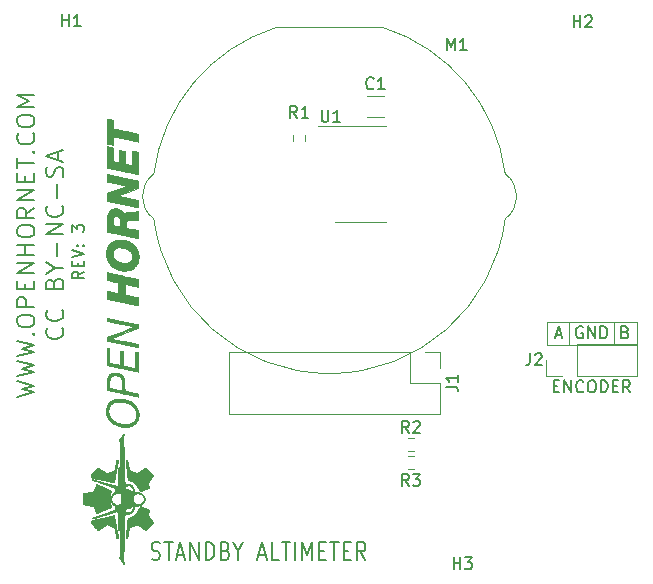
<source format=gbr>
%TF.GenerationSoftware,KiCad,Pcbnew,(5.1.9)-1*%
%TF.CreationDate,2021-09-08T17:50:27-06:00*%
%TF.ProjectId,standby_altimeter,7374616e-6462-4795-9f61-6c74696d6574,rev?*%
%TF.SameCoordinates,Original*%
%TF.FileFunction,Legend,Top*%
%TF.FilePolarity,Positive*%
%FSLAX46Y46*%
G04 Gerber Fmt 4.6, Leading zero omitted, Abs format (unit mm)*
G04 Created by KiCad (PCBNEW (5.1.9)-1) date 2021-09-08 17:50:27*
%MOMM*%
%LPD*%
G01*
G04 APERTURE LIST*
%ADD10C,0.200000*%
%ADD11C,0.150000*%
%ADD12C,0.120000*%
%ADD13C,0.010000*%
%ADD14C,0.100000*%
G04 APERTURE END LIST*
D10*
X162363086Y-104219980D02*
X163863086Y-103862837D01*
X162791657Y-103577123D01*
X163863086Y-103291409D01*
X162363086Y-102934266D01*
X162363086Y-102505694D02*
X163863086Y-102148552D01*
X162791657Y-101862837D01*
X163863086Y-101577123D01*
X162363086Y-101219980D01*
X162363086Y-100791409D02*
X163863086Y-100434266D01*
X162791657Y-100148552D01*
X163863086Y-99862837D01*
X162363086Y-99505694D01*
X163720229Y-98934266D02*
X163791657Y-98862837D01*
X163863086Y-98934266D01*
X163791657Y-99005694D01*
X163720229Y-98934266D01*
X163863086Y-98934266D01*
X162363086Y-97934266D02*
X162363086Y-97648552D01*
X162434515Y-97505694D01*
X162577372Y-97362837D01*
X162863086Y-97291409D01*
X163363086Y-97291409D01*
X163648800Y-97362837D01*
X163791657Y-97505694D01*
X163863086Y-97648552D01*
X163863086Y-97934266D01*
X163791657Y-98077123D01*
X163648800Y-98219980D01*
X163363086Y-98291409D01*
X162863086Y-98291409D01*
X162577372Y-98219980D01*
X162434515Y-98077123D01*
X162363086Y-97934266D01*
X163863086Y-96648552D02*
X162363086Y-96648552D01*
X162363086Y-96077123D01*
X162434515Y-95934266D01*
X162505943Y-95862837D01*
X162648800Y-95791409D01*
X162863086Y-95791409D01*
X163005943Y-95862837D01*
X163077372Y-95934266D01*
X163148800Y-96077123D01*
X163148800Y-96648552D01*
X163077372Y-95148552D02*
X163077372Y-94648552D01*
X163863086Y-94434266D02*
X163863086Y-95148552D01*
X162363086Y-95148552D01*
X162363086Y-94434266D01*
X163863086Y-93791409D02*
X162363086Y-93791409D01*
X163863086Y-92934266D01*
X162363086Y-92934266D01*
X163863086Y-92219980D02*
X162363086Y-92219980D01*
X163077372Y-92219980D02*
X163077372Y-91362837D01*
X163863086Y-91362837D02*
X162363086Y-91362837D01*
X162363086Y-90362837D02*
X162363086Y-90077123D01*
X162434515Y-89934266D01*
X162577372Y-89791409D01*
X162863086Y-89719980D01*
X163363086Y-89719980D01*
X163648800Y-89791409D01*
X163791657Y-89934266D01*
X163863086Y-90077123D01*
X163863086Y-90362837D01*
X163791657Y-90505694D01*
X163648800Y-90648552D01*
X163363086Y-90719980D01*
X162863086Y-90719980D01*
X162577372Y-90648552D01*
X162434515Y-90505694D01*
X162363086Y-90362837D01*
X163863086Y-88219980D02*
X163148800Y-88719980D01*
X163863086Y-89077123D02*
X162363086Y-89077123D01*
X162363086Y-88505694D01*
X162434515Y-88362837D01*
X162505943Y-88291409D01*
X162648800Y-88219980D01*
X162863086Y-88219980D01*
X163005943Y-88291409D01*
X163077372Y-88362837D01*
X163148800Y-88505694D01*
X163148800Y-89077123D01*
X163863086Y-87577123D02*
X162363086Y-87577123D01*
X163863086Y-86719980D01*
X162363086Y-86719980D01*
X163077372Y-86005694D02*
X163077372Y-85505694D01*
X163863086Y-85291409D02*
X163863086Y-86005694D01*
X162363086Y-86005694D01*
X162363086Y-85291409D01*
X162363086Y-84862837D02*
X162363086Y-84005694D01*
X163863086Y-84434266D02*
X162363086Y-84434266D01*
X163720229Y-83505694D02*
X163791657Y-83434266D01*
X163863086Y-83505694D01*
X163791657Y-83577123D01*
X163720229Y-83505694D01*
X163863086Y-83505694D01*
X163720229Y-81934266D02*
X163791657Y-82005694D01*
X163863086Y-82219980D01*
X163863086Y-82362837D01*
X163791657Y-82577123D01*
X163648800Y-82719980D01*
X163505943Y-82791409D01*
X163220229Y-82862837D01*
X163005943Y-82862837D01*
X162720229Y-82791409D01*
X162577372Y-82719980D01*
X162434515Y-82577123D01*
X162363086Y-82362837D01*
X162363086Y-82219980D01*
X162434515Y-82005694D01*
X162505943Y-81934266D01*
X162363086Y-81005694D02*
X162363086Y-80719980D01*
X162434515Y-80577123D01*
X162577372Y-80434266D01*
X162863086Y-80362837D01*
X163363086Y-80362837D01*
X163648800Y-80434266D01*
X163791657Y-80577123D01*
X163863086Y-80719980D01*
X163863086Y-81005694D01*
X163791657Y-81148552D01*
X163648800Y-81291409D01*
X163363086Y-81362837D01*
X162863086Y-81362837D01*
X162577372Y-81291409D01*
X162434515Y-81148552D01*
X162363086Y-81005694D01*
X163863086Y-79719980D02*
X162363086Y-79719980D01*
X163434515Y-79219980D01*
X162363086Y-78719980D01*
X163863086Y-78719980D01*
X166170229Y-98398552D02*
X166241657Y-98469980D01*
X166313086Y-98684266D01*
X166313086Y-98827123D01*
X166241657Y-99041409D01*
X166098800Y-99184266D01*
X165955943Y-99255694D01*
X165670229Y-99327123D01*
X165455943Y-99327123D01*
X165170229Y-99255694D01*
X165027372Y-99184266D01*
X164884515Y-99041409D01*
X164813086Y-98827123D01*
X164813086Y-98684266D01*
X164884515Y-98469980D01*
X164955943Y-98398552D01*
X166170229Y-96898552D02*
X166241657Y-96969980D01*
X166313086Y-97184266D01*
X166313086Y-97327123D01*
X166241657Y-97541409D01*
X166098800Y-97684266D01*
X165955943Y-97755694D01*
X165670229Y-97827123D01*
X165455943Y-97827123D01*
X165170229Y-97755694D01*
X165027372Y-97684266D01*
X164884515Y-97541409D01*
X164813086Y-97327123D01*
X164813086Y-97184266D01*
X164884515Y-96969980D01*
X164955943Y-96898552D01*
X165527372Y-94612837D02*
X165598800Y-94398552D01*
X165670229Y-94327123D01*
X165813086Y-94255694D01*
X166027372Y-94255694D01*
X166170229Y-94327123D01*
X166241657Y-94398552D01*
X166313086Y-94541409D01*
X166313086Y-95112837D01*
X164813086Y-95112837D01*
X164813086Y-94612837D01*
X164884515Y-94469980D01*
X164955943Y-94398552D01*
X165098800Y-94327123D01*
X165241657Y-94327123D01*
X165384515Y-94398552D01*
X165455943Y-94469980D01*
X165527372Y-94612837D01*
X165527372Y-95112837D01*
X165598800Y-93327123D02*
X166313086Y-93327123D01*
X164813086Y-93827123D02*
X165598800Y-93327123D01*
X164813086Y-92827123D01*
X165741657Y-92327123D02*
X165741657Y-91184266D01*
X166313086Y-90469980D02*
X164813086Y-90469980D01*
X166313086Y-89612837D01*
X164813086Y-89612837D01*
X166170229Y-88041409D02*
X166241657Y-88112837D01*
X166313086Y-88327123D01*
X166313086Y-88469980D01*
X166241657Y-88684266D01*
X166098800Y-88827123D01*
X165955943Y-88898552D01*
X165670229Y-88969980D01*
X165455943Y-88969980D01*
X165170229Y-88898552D01*
X165027372Y-88827123D01*
X164884515Y-88684266D01*
X164813086Y-88469980D01*
X164813086Y-88327123D01*
X164884515Y-88112837D01*
X164955943Y-88041409D01*
X165741657Y-87398552D02*
X165741657Y-86255694D01*
X166241657Y-85612837D02*
X166313086Y-85398552D01*
X166313086Y-85041409D01*
X166241657Y-84898552D01*
X166170229Y-84827123D01*
X166027372Y-84755694D01*
X165884515Y-84755694D01*
X165741657Y-84827123D01*
X165670229Y-84898552D01*
X165598800Y-85041409D01*
X165527372Y-85327123D01*
X165455943Y-85469980D01*
X165384515Y-85541409D01*
X165241657Y-85612837D01*
X165098800Y-85612837D01*
X164955943Y-85541409D01*
X164884515Y-85469980D01*
X164813086Y-85327123D01*
X164813086Y-84969980D01*
X164884515Y-84755694D01*
X165884515Y-84184266D02*
X165884515Y-83469980D01*
X166313086Y-84327123D02*
X164813086Y-83827123D01*
X166313086Y-83327123D01*
D11*
X168043895Y-93628118D02*
X167567705Y-93961452D01*
X168043895Y-94199547D02*
X167043895Y-94199547D01*
X167043895Y-93818594D01*
X167091515Y-93723356D01*
X167139134Y-93675737D01*
X167234372Y-93628118D01*
X167377229Y-93628118D01*
X167472467Y-93675737D01*
X167520086Y-93723356D01*
X167567705Y-93818594D01*
X167567705Y-94199547D01*
X167520086Y-93199547D02*
X167520086Y-92866213D01*
X168043895Y-92723356D02*
X168043895Y-93199547D01*
X167043895Y-93199547D01*
X167043895Y-92723356D01*
X167043895Y-92437642D02*
X168043895Y-92104309D01*
X167043895Y-91770975D01*
X167948657Y-91437642D02*
X167996276Y-91390023D01*
X168043895Y-91437642D01*
X167996276Y-91485261D01*
X167948657Y-91437642D01*
X168043895Y-91437642D01*
X167424848Y-91437642D02*
X167472467Y-91390023D01*
X167520086Y-91437642D01*
X167472467Y-91485261D01*
X167424848Y-91437642D01*
X167520086Y-91437642D01*
X167043895Y-90294785D02*
X167043895Y-89675737D01*
X167424848Y-90009071D01*
X167424848Y-89866213D01*
X167472467Y-89770975D01*
X167520086Y-89723356D01*
X167615324Y-89675737D01*
X167853419Y-89675737D01*
X167948657Y-89723356D01*
X167996276Y-89770975D01*
X168043895Y-89866213D01*
X168043895Y-90151928D01*
X167996276Y-90247166D01*
X167948657Y-90294785D01*
D12*
X214835515Y-97930452D02*
X209120515Y-97930452D01*
X214835515Y-99835452D02*
X214835515Y-97930452D01*
X212930515Y-99835452D02*
X214835515Y-99835452D01*
X209120515Y-99835452D02*
X212930515Y-99835452D01*
X207215515Y-99835452D02*
X209120515Y-99835452D01*
X207215515Y-97930452D02*
X207215515Y-99835452D01*
X209120515Y-97930452D02*
X207215515Y-97930452D01*
X212930515Y-97930452D02*
X212930515Y-99835452D01*
X209120515Y-97930452D02*
X209120515Y-99835452D01*
D11*
X213890943Y-98748023D02*
X214033800Y-98795642D01*
X214081419Y-98843261D01*
X214129038Y-98938499D01*
X214129038Y-99081356D01*
X214081419Y-99176594D01*
X214033800Y-99224213D01*
X213938562Y-99271832D01*
X213557610Y-99271832D01*
X213557610Y-98271832D01*
X213890943Y-98271832D01*
X213986181Y-98319452D01*
X214033800Y-98367071D01*
X214081419Y-98462309D01*
X214081419Y-98557547D01*
X214033800Y-98652785D01*
X213986181Y-98700404D01*
X213890943Y-98748023D01*
X213557610Y-98748023D01*
X210263610Y-98319452D02*
X210168372Y-98271832D01*
X210025515Y-98271832D01*
X209882657Y-98319452D01*
X209787419Y-98414690D01*
X209739800Y-98509928D01*
X209692181Y-98700404D01*
X209692181Y-98843261D01*
X209739800Y-99033737D01*
X209787419Y-99128975D01*
X209882657Y-99224213D01*
X210025515Y-99271832D01*
X210120753Y-99271832D01*
X210263610Y-99224213D01*
X210311229Y-99176594D01*
X210311229Y-98843261D01*
X210120753Y-98843261D01*
X210739800Y-99271832D02*
X210739800Y-98271832D01*
X211311229Y-99271832D01*
X211311229Y-98271832D01*
X211787419Y-99271832D02*
X211787419Y-98271832D01*
X212025515Y-98271832D01*
X212168372Y-98319452D01*
X212263610Y-98414690D01*
X212311229Y-98509928D01*
X212358848Y-98700404D01*
X212358848Y-98843261D01*
X212311229Y-99033737D01*
X212263610Y-99128975D01*
X212168372Y-99224213D01*
X212025515Y-99271832D01*
X211787419Y-99271832D01*
X207993419Y-98986118D02*
X208469610Y-98986118D01*
X207898181Y-99271832D02*
X208231515Y-98271832D01*
X208564848Y-99271832D01*
D10*
X173783895Y-117968594D02*
X173962467Y-118040023D01*
X174260086Y-118040023D01*
X174379134Y-117968594D01*
X174438657Y-117897166D01*
X174498181Y-117754309D01*
X174498181Y-117611452D01*
X174438657Y-117468594D01*
X174379134Y-117397166D01*
X174260086Y-117325737D01*
X174021991Y-117254309D01*
X173902943Y-117182880D01*
X173843419Y-117111452D01*
X173783895Y-116968594D01*
X173783895Y-116825737D01*
X173843419Y-116682880D01*
X173902943Y-116611452D01*
X174021991Y-116540023D01*
X174319610Y-116540023D01*
X174498181Y-116611452D01*
X174855324Y-116540023D02*
X175569610Y-116540023D01*
X175212467Y-118040023D02*
X175212467Y-116540023D01*
X175926753Y-117611452D02*
X176521991Y-117611452D01*
X175807705Y-118040023D02*
X176224372Y-116540023D01*
X176641038Y-118040023D01*
X177057705Y-118040023D02*
X177057705Y-116540023D01*
X177771991Y-118040023D01*
X177771991Y-116540023D01*
X178367229Y-118040023D02*
X178367229Y-116540023D01*
X178664848Y-116540023D01*
X178843419Y-116611452D01*
X178962467Y-116754309D01*
X179021991Y-116897166D01*
X179081515Y-117182880D01*
X179081515Y-117397166D01*
X179021991Y-117682880D01*
X178962467Y-117825737D01*
X178843419Y-117968594D01*
X178664848Y-118040023D01*
X178367229Y-118040023D01*
X180033895Y-117254309D02*
X180212467Y-117325737D01*
X180271991Y-117397166D01*
X180331515Y-117540023D01*
X180331515Y-117754309D01*
X180271991Y-117897166D01*
X180212467Y-117968594D01*
X180093419Y-118040023D01*
X179617229Y-118040023D01*
X179617229Y-116540023D01*
X180033895Y-116540023D01*
X180152943Y-116611452D01*
X180212467Y-116682880D01*
X180271991Y-116825737D01*
X180271991Y-116968594D01*
X180212467Y-117111452D01*
X180152943Y-117182880D01*
X180033895Y-117254309D01*
X179617229Y-117254309D01*
X181105324Y-117325737D02*
X181105324Y-118040023D01*
X180688657Y-116540023D02*
X181105324Y-117325737D01*
X181521991Y-116540023D01*
X182831515Y-117611452D02*
X183426753Y-117611452D01*
X182712467Y-118040023D02*
X183129134Y-116540023D01*
X183545800Y-118040023D01*
X184557705Y-118040023D02*
X183962467Y-118040023D01*
X183962467Y-116540023D01*
X184795800Y-116540023D02*
X185510086Y-116540023D01*
X185152943Y-118040023D02*
X185152943Y-116540023D01*
X185926753Y-118040023D02*
X185926753Y-116540023D01*
X186521991Y-118040023D02*
X186521991Y-116540023D01*
X186938657Y-117611452D01*
X187355324Y-116540023D01*
X187355324Y-118040023D01*
X187950562Y-117254309D02*
X188367229Y-117254309D01*
X188545800Y-118040023D02*
X187950562Y-118040023D01*
X187950562Y-116540023D01*
X188545800Y-116540023D01*
X188902943Y-116540023D02*
X189617229Y-116540023D01*
X189260086Y-118040023D02*
X189260086Y-116540023D01*
X190033895Y-117254309D02*
X190450562Y-117254309D01*
X190629134Y-118040023D02*
X190033895Y-118040023D01*
X190033895Y-116540023D01*
X190629134Y-116540023D01*
X191879134Y-118040023D02*
X191462467Y-117325737D01*
X191164848Y-118040023D02*
X191164848Y-116540023D01*
X191641038Y-116540023D01*
X191760086Y-116611452D01*
X191819610Y-116682880D01*
X191879134Y-116825737D01*
X191879134Y-117040023D01*
X191819610Y-117182880D01*
X191760086Y-117254309D01*
X191641038Y-117325737D01*
X191164848Y-117325737D01*
D12*
%TO.C,J1*%
X180329518Y-100448987D02*
X180329518Y-105648987D01*
X195629518Y-100448987D02*
X180329518Y-100448987D01*
X198229518Y-105648987D02*
X180329518Y-105648987D01*
X195629518Y-100448987D02*
X195629518Y-103048987D01*
X195629518Y-103048987D02*
X198229518Y-103048987D01*
X198229518Y-103048987D02*
X198229518Y-105648987D01*
X196899518Y-100448987D02*
X198229518Y-100448987D01*
X198229518Y-100448987D02*
X198229518Y-101778987D01*
D13*
%TO.C,G\u002A\u002A\u002A*%
G36*
X167955715Y-112892821D02*
G01*
X167955715Y-112872140D01*
X167955723Y-112802307D01*
X167955754Y-112740445D01*
X167955815Y-112686058D01*
X167955914Y-112638651D01*
X167956060Y-112597728D01*
X167956260Y-112562794D01*
X167956522Y-112533352D01*
X167956855Y-112508907D01*
X167957265Y-112488963D01*
X167957762Y-112473025D01*
X167958353Y-112460597D01*
X167959046Y-112451184D01*
X167959849Y-112444289D01*
X167960770Y-112439417D01*
X167961817Y-112436072D01*
X167962764Y-112434141D01*
X167970892Y-112424162D01*
X167979762Y-112417674D01*
X167985238Y-112416282D01*
X167998467Y-112413462D01*
X168018880Y-112409323D01*
X168045904Y-112403976D01*
X168078969Y-112397531D01*
X168117502Y-112390098D01*
X168160932Y-112381786D01*
X168208689Y-112372705D01*
X168260200Y-112362966D01*
X168314894Y-112352678D01*
X168372199Y-112341951D01*
X168411253Y-112334670D01*
X168470007Y-112323696D01*
X168526550Y-112313065D01*
X168580307Y-112302886D01*
X168630705Y-112293274D01*
X168677171Y-112284339D01*
X168719129Y-112276193D01*
X168756006Y-112268948D01*
X168787229Y-112262716D01*
X168812223Y-112257608D01*
X168830416Y-112253737D01*
X168841232Y-112251214D01*
X168844046Y-112250345D01*
X168855489Y-112242644D01*
X168864382Y-112234562D01*
X168867040Y-112229551D01*
X168872581Y-112217448D01*
X168880694Y-112199002D01*
X168891068Y-112174965D01*
X168903392Y-112146085D01*
X168917355Y-112113111D01*
X168932647Y-112076794D01*
X168948956Y-112037882D01*
X168965971Y-111997126D01*
X168983382Y-111955275D01*
X169000877Y-111913079D01*
X169018145Y-111871287D01*
X169034877Y-111830648D01*
X169050759Y-111791913D01*
X169065483Y-111755831D01*
X169078736Y-111723151D01*
X169090208Y-111694624D01*
X169099588Y-111670998D01*
X169106565Y-111653023D01*
X169110828Y-111641449D01*
X169112025Y-111637586D01*
X169113463Y-111637181D01*
X169117561Y-111638060D01*
X169124630Y-111640357D01*
X169134984Y-111644209D01*
X169148933Y-111649752D01*
X169166791Y-111657120D01*
X169188870Y-111666451D01*
X169215483Y-111677880D01*
X169246940Y-111691541D01*
X169283556Y-111707573D01*
X169325642Y-111726109D01*
X169373510Y-111747286D01*
X169427473Y-111771239D01*
X169487843Y-111798105D01*
X169554933Y-111828019D01*
X169629054Y-111861116D01*
X169710520Y-111897533D01*
X169727364Y-111905068D01*
X169795718Y-111935648D01*
X169862010Y-111965319D01*
X169925826Y-111993893D01*
X169986749Y-112021185D01*
X170044362Y-112047006D01*
X170098251Y-112071171D01*
X170147999Y-112093492D01*
X170193190Y-112113783D01*
X170233407Y-112131857D01*
X170268236Y-112147527D01*
X170297260Y-112160607D01*
X170320062Y-112170909D01*
X170336228Y-112178248D01*
X170345340Y-112182435D01*
X170347270Y-112183370D01*
X170349306Y-112186000D01*
X170349721Y-112191276D01*
X170348290Y-112200395D01*
X170344787Y-112214553D01*
X170338987Y-112234947D01*
X170335051Y-112248205D01*
X170317612Y-112309048D01*
X170300323Y-112374244D01*
X170283678Y-112441670D01*
X170268168Y-112509203D01*
X170254285Y-112574718D01*
X170242519Y-112636093D01*
X170235131Y-112679718D01*
X170232026Y-112705127D01*
X170229486Y-112737293D01*
X170227533Y-112774525D01*
X170226186Y-112815132D01*
X170225466Y-112857423D01*
X170225394Y-112899705D01*
X170225991Y-112940289D01*
X170227277Y-112977481D01*
X170229273Y-113009592D01*
X170230894Y-113026361D01*
X170237478Y-113074870D01*
X170246644Y-113129671D01*
X170258033Y-113189117D01*
X170271283Y-113251561D01*
X170286033Y-113315357D01*
X170301922Y-113378857D01*
X170318589Y-113440416D01*
X170331034Y-113483161D01*
X170337862Y-113506047D01*
X170343730Y-113526081D01*
X170348238Y-113541870D01*
X170350990Y-113552024D01*
X170351659Y-113555128D01*
X170347833Y-113557126D01*
X170336656Y-113562322D01*
X170318541Y-113570533D01*
X170293901Y-113581577D01*
X170263148Y-113595272D01*
X170226696Y-113611436D01*
X170184956Y-113629888D01*
X170138341Y-113650444D01*
X170087264Y-113672924D01*
X170032137Y-113697144D01*
X169973373Y-113722924D01*
X169911385Y-113750081D01*
X169846586Y-113778432D01*
X169779387Y-113807797D01*
X169735507Y-113826952D01*
X169666922Y-113856874D01*
X169600416Y-113885875D01*
X169536407Y-113913775D01*
X169475311Y-113940392D01*
X169417545Y-113965545D01*
X169363525Y-113989053D01*
X169313670Y-114010735D01*
X169268394Y-114030410D01*
X169228115Y-114047896D01*
X169193250Y-114063013D01*
X169164216Y-114075579D01*
X169141428Y-114085414D01*
X169125304Y-114092336D01*
X169116261Y-114096164D01*
X169114388Y-114096905D01*
X169111837Y-114093259D01*
X169106313Y-114082114D01*
X169097974Y-114063838D01*
X169086978Y-114038798D01*
X169073482Y-114007364D01*
X169057644Y-113969901D01*
X169039622Y-113926780D01*
X169019572Y-113878366D01*
X168997654Y-113825028D01*
X168992902Y-113813417D01*
X168973687Y-113766541D01*
X168955227Y-113721722D01*
X168937796Y-113679614D01*
X168921670Y-113640872D01*
X168907124Y-113606149D01*
X168894432Y-113576099D01*
X168883870Y-113551376D01*
X168875711Y-113532635D01*
X168870231Y-113520528D01*
X168867888Y-113515947D01*
X168857981Y-113505109D01*
X168845543Y-113496116D01*
X168844583Y-113495610D01*
X168838058Y-113493637D01*
X168823595Y-113490247D01*
X168801591Y-113485517D01*
X168772442Y-113479524D01*
X168736544Y-113472346D01*
X168694294Y-113464061D01*
X168646088Y-113454747D01*
X168592321Y-113444482D01*
X168533391Y-113433342D01*
X168469693Y-113421406D01*
X168407138Y-113409774D01*
X168348379Y-113398858D01*
X168291888Y-113388312D01*
X168238233Y-113378243D01*
X168187981Y-113368761D01*
X168141698Y-113359974D01*
X168099951Y-113351991D01*
X168063309Y-113344921D01*
X168032338Y-113338873D01*
X168007605Y-113333954D01*
X167989677Y-113330275D01*
X167979121Y-113327944D01*
X167976440Y-113327182D01*
X167973128Y-113325453D01*
X167970189Y-113323691D01*
X167967600Y-113321409D01*
X167965340Y-113318118D01*
X167963386Y-113313331D01*
X167961715Y-113306559D01*
X167960306Y-113297315D01*
X167959136Y-113285109D01*
X167958184Y-113269455D01*
X167957426Y-113249863D01*
X167956842Y-113225846D01*
X167956407Y-113196916D01*
X167956101Y-113162585D01*
X167955900Y-113122363D01*
X167955784Y-113075765D01*
X167955729Y-113022300D01*
X167955714Y-112961482D01*
X167955715Y-112892821D01*
G37*
X167955715Y-112892821D02*
X167955715Y-112872140D01*
X167955723Y-112802307D01*
X167955754Y-112740445D01*
X167955815Y-112686058D01*
X167955914Y-112638651D01*
X167956060Y-112597728D01*
X167956260Y-112562794D01*
X167956522Y-112533352D01*
X167956855Y-112508907D01*
X167957265Y-112488963D01*
X167957762Y-112473025D01*
X167958353Y-112460597D01*
X167959046Y-112451184D01*
X167959849Y-112444289D01*
X167960770Y-112439417D01*
X167961817Y-112436072D01*
X167962764Y-112434141D01*
X167970892Y-112424162D01*
X167979762Y-112417674D01*
X167985238Y-112416282D01*
X167998467Y-112413462D01*
X168018880Y-112409323D01*
X168045904Y-112403976D01*
X168078969Y-112397531D01*
X168117502Y-112390098D01*
X168160932Y-112381786D01*
X168208689Y-112372705D01*
X168260200Y-112362966D01*
X168314894Y-112352678D01*
X168372199Y-112341951D01*
X168411253Y-112334670D01*
X168470007Y-112323696D01*
X168526550Y-112313065D01*
X168580307Y-112302886D01*
X168630705Y-112293274D01*
X168677171Y-112284339D01*
X168719129Y-112276193D01*
X168756006Y-112268948D01*
X168787229Y-112262716D01*
X168812223Y-112257608D01*
X168830416Y-112253737D01*
X168841232Y-112251214D01*
X168844046Y-112250345D01*
X168855489Y-112242644D01*
X168864382Y-112234562D01*
X168867040Y-112229551D01*
X168872581Y-112217448D01*
X168880694Y-112199002D01*
X168891068Y-112174965D01*
X168903392Y-112146085D01*
X168917355Y-112113111D01*
X168932647Y-112076794D01*
X168948956Y-112037882D01*
X168965971Y-111997126D01*
X168983382Y-111955275D01*
X169000877Y-111913079D01*
X169018145Y-111871287D01*
X169034877Y-111830648D01*
X169050759Y-111791913D01*
X169065483Y-111755831D01*
X169078736Y-111723151D01*
X169090208Y-111694624D01*
X169099588Y-111670998D01*
X169106565Y-111653023D01*
X169110828Y-111641449D01*
X169112025Y-111637586D01*
X169113463Y-111637181D01*
X169117561Y-111638060D01*
X169124630Y-111640357D01*
X169134984Y-111644209D01*
X169148933Y-111649752D01*
X169166791Y-111657120D01*
X169188870Y-111666451D01*
X169215483Y-111677880D01*
X169246940Y-111691541D01*
X169283556Y-111707573D01*
X169325642Y-111726109D01*
X169373510Y-111747286D01*
X169427473Y-111771239D01*
X169487843Y-111798105D01*
X169554933Y-111828019D01*
X169629054Y-111861116D01*
X169710520Y-111897533D01*
X169727364Y-111905068D01*
X169795718Y-111935648D01*
X169862010Y-111965319D01*
X169925826Y-111993893D01*
X169986749Y-112021185D01*
X170044362Y-112047006D01*
X170098251Y-112071171D01*
X170147999Y-112093492D01*
X170193190Y-112113783D01*
X170233407Y-112131857D01*
X170268236Y-112147527D01*
X170297260Y-112160607D01*
X170320062Y-112170909D01*
X170336228Y-112178248D01*
X170345340Y-112182435D01*
X170347270Y-112183370D01*
X170349306Y-112186000D01*
X170349721Y-112191276D01*
X170348290Y-112200395D01*
X170344787Y-112214553D01*
X170338987Y-112234947D01*
X170335051Y-112248205D01*
X170317612Y-112309048D01*
X170300323Y-112374244D01*
X170283678Y-112441670D01*
X170268168Y-112509203D01*
X170254285Y-112574718D01*
X170242519Y-112636093D01*
X170235131Y-112679718D01*
X170232026Y-112705127D01*
X170229486Y-112737293D01*
X170227533Y-112774525D01*
X170226186Y-112815132D01*
X170225466Y-112857423D01*
X170225394Y-112899705D01*
X170225991Y-112940289D01*
X170227277Y-112977481D01*
X170229273Y-113009592D01*
X170230894Y-113026361D01*
X170237478Y-113074870D01*
X170246644Y-113129671D01*
X170258033Y-113189117D01*
X170271283Y-113251561D01*
X170286033Y-113315357D01*
X170301922Y-113378857D01*
X170318589Y-113440416D01*
X170331034Y-113483161D01*
X170337862Y-113506047D01*
X170343730Y-113526081D01*
X170348238Y-113541870D01*
X170350990Y-113552024D01*
X170351659Y-113555128D01*
X170347833Y-113557126D01*
X170336656Y-113562322D01*
X170318541Y-113570533D01*
X170293901Y-113581577D01*
X170263148Y-113595272D01*
X170226696Y-113611436D01*
X170184956Y-113629888D01*
X170138341Y-113650444D01*
X170087264Y-113672924D01*
X170032137Y-113697144D01*
X169973373Y-113722924D01*
X169911385Y-113750081D01*
X169846586Y-113778432D01*
X169779387Y-113807797D01*
X169735507Y-113826952D01*
X169666922Y-113856874D01*
X169600416Y-113885875D01*
X169536407Y-113913775D01*
X169475311Y-113940392D01*
X169417545Y-113965545D01*
X169363525Y-113989053D01*
X169313670Y-114010735D01*
X169268394Y-114030410D01*
X169228115Y-114047896D01*
X169193250Y-114063013D01*
X169164216Y-114075579D01*
X169141428Y-114085414D01*
X169125304Y-114092336D01*
X169116261Y-114096164D01*
X169114388Y-114096905D01*
X169111837Y-114093259D01*
X169106313Y-114082114D01*
X169097974Y-114063838D01*
X169086978Y-114038798D01*
X169073482Y-114007364D01*
X169057644Y-113969901D01*
X169039622Y-113926780D01*
X169019572Y-113878366D01*
X168997654Y-113825028D01*
X168992902Y-113813417D01*
X168973687Y-113766541D01*
X168955227Y-113721722D01*
X168937796Y-113679614D01*
X168921670Y-113640872D01*
X168907124Y-113606149D01*
X168894432Y-113576099D01*
X168883870Y-113551376D01*
X168875711Y-113532635D01*
X168870231Y-113520528D01*
X168867888Y-113515947D01*
X168857981Y-113505109D01*
X168845543Y-113496116D01*
X168844583Y-113495610D01*
X168838058Y-113493637D01*
X168823595Y-113490247D01*
X168801591Y-113485517D01*
X168772442Y-113479524D01*
X168736544Y-113472346D01*
X168694294Y-113464061D01*
X168646088Y-113454747D01*
X168592321Y-113444482D01*
X168533391Y-113433342D01*
X168469693Y-113421406D01*
X168407138Y-113409774D01*
X168348379Y-113398858D01*
X168291888Y-113388312D01*
X168238233Y-113378243D01*
X168187981Y-113368761D01*
X168141698Y-113359974D01*
X168099951Y-113351991D01*
X168063309Y-113344921D01*
X168032338Y-113338873D01*
X168007605Y-113333954D01*
X167989677Y-113330275D01*
X167979121Y-113327944D01*
X167976440Y-113327182D01*
X167973128Y-113325453D01*
X167970189Y-113323691D01*
X167967600Y-113321409D01*
X167965340Y-113318118D01*
X167963386Y-113313331D01*
X167961715Y-113306559D01*
X167960306Y-113297315D01*
X167959136Y-113285109D01*
X167958184Y-113269455D01*
X167957426Y-113249863D01*
X167956842Y-113225846D01*
X167956407Y-113196916D01*
X167956101Y-113162585D01*
X167955900Y-113122363D01*
X167955784Y-113075765D01*
X167955729Y-113022300D01*
X167955714Y-112961482D01*
X167955715Y-112892821D01*
G36*
X168618151Y-110851465D02*
G01*
X168621462Y-110846988D01*
X168630298Y-110837050D01*
X168644169Y-110822147D01*
X168662582Y-110802773D01*
X168685045Y-110779423D01*
X168711066Y-110752592D01*
X168740154Y-110722775D01*
X168771817Y-110690468D01*
X168805562Y-110656164D01*
X168840897Y-110620360D01*
X168877331Y-110583549D01*
X168914372Y-110546227D01*
X168951528Y-110508889D01*
X168988306Y-110472029D01*
X169024216Y-110436143D01*
X169058764Y-110401726D01*
X169091460Y-110369272D01*
X169121810Y-110339277D01*
X169149324Y-110312235D01*
X169173509Y-110288641D01*
X169193874Y-110268991D01*
X169209925Y-110253778D01*
X169221172Y-110243499D01*
X169227123Y-110238648D01*
X169227428Y-110238470D01*
X169243427Y-110233931D01*
X169253551Y-110234200D01*
X169259732Y-110237079D01*
X169272775Y-110244805D01*
X169292626Y-110257340D01*
X169319230Y-110274650D01*
X169352532Y-110296697D01*
X169392478Y-110323445D01*
X169439012Y-110354858D01*
X169492081Y-110390899D01*
X169551630Y-110431532D01*
X169617206Y-110476449D01*
X169674618Y-110515769D01*
X169728113Y-110552271D01*
X169777381Y-110585746D01*
X169822111Y-110615989D01*
X169861994Y-110642791D01*
X169896718Y-110665946D01*
X169925974Y-110685246D01*
X169949451Y-110700485D01*
X169966839Y-110711455D01*
X169977827Y-110717948D01*
X169981710Y-110719763D01*
X169994543Y-110721470D01*
X170005445Y-110721057D01*
X170005808Y-110720981D01*
X170012101Y-110718782D01*
X170025353Y-110713539D01*
X170044828Y-110705566D01*
X170069789Y-110695182D01*
X170099501Y-110682702D01*
X170133229Y-110668443D01*
X170170236Y-110652722D01*
X170209786Y-110635856D01*
X170251145Y-110618161D01*
X170293576Y-110599953D01*
X170336343Y-110581550D01*
X170378711Y-110563268D01*
X170419944Y-110545424D01*
X170459306Y-110528334D01*
X170496061Y-110512314D01*
X170529473Y-110497683D01*
X170558808Y-110484755D01*
X170583328Y-110473848D01*
X170602299Y-110465279D01*
X170614984Y-110459364D01*
X170620648Y-110456419D01*
X170620736Y-110456353D01*
X170630570Y-110446381D01*
X170637224Y-110436646D01*
X170638811Y-110430954D01*
X170641818Y-110417516D01*
X170646130Y-110396912D01*
X170651634Y-110369723D01*
X170658218Y-110336530D01*
X170665768Y-110297913D01*
X170674171Y-110254453D01*
X170683314Y-110206730D01*
X170693083Y-110155325D01*
X170703366Y-110100819D01*
X170714050Y-110043792D01*
X170719857Y-110012628D01*
X170732457Y-109944910D01*
X170743615Y-109885018D01*
X170753436Y-109832455D01*
X170762024Y-109786723D01*
X170769484Y-109747325D01*
X170775921Y-109713763D01*
X170781439Y-109685538D01*
X170786143Y-109662155D01*
X170790137Y-109643114D01*
X170793526Y-109627918D01*
X170796414Y-109616070D01*
X170798905Y-109607071D01*
X170801106Y-109600425D01*
X170803119Y-109595633D01*
X170805050Y-109592198D01*
X170807003Y-109589621D01*
X170809083Y-109587407D01*
X170809220Y-109587268D01*
X170821822Y-109574568D01*
X170969848Y-109571906D01*
X170969416Y-109581704D01*
X170968350Y-109587489D01*
X170965429Y-109600747D01*
X170960830Y-109620731D01*
X170954732Y-109646694D01*
X170947312Y-109677890D01*
X170938747Y-109713571D01*
X170929215Y-109752992D01*
X170918893Y-109795406D01*
X170908185Y-109839152D01*
X170885257Y-109933071D01*
X170864507Y-110019190D01*
X170845854Y-110097866D01*
X170829217Y-110169459D01*
X170814512Y-110234326D01*
X170801658Y-110292826D01*
X170790573Y-110345318D01*
X170781176Y-110392160D01*
X170777634Y-110410652D01*
X170774942Y-110425403D01*
X170770970Y-110447855D01*
X170765827Y-110477357D01*
X170759624Y-110513259D01*
X170752474Y-110554909D01*
X170744486Y-110601658D01*
X170735772Y-110652854D01*
X170726442Y-110707847D01*
X170716607Y-110765987D01*
X170706379Y-110826622D01*
X170695869Y-110889102D01*
X170685186Y-110952776D01*
X170684166Y-110958869D01*
X170673656Y-111021390D01*
X170663404Y-111081946D01*
X170653508Y-111139969D01*
X170644070Y-111194890D01*
X170635188Y-111246143D01*
X170626964Y-111293158D01*
X170619497Y-111335368D01*
X170612887Y-111372205D01*
X170607234Y-111403101D01*
X170602638Y-111427487D01*
X170599200Y-111444795D01*
X170597018Y-111454458D01*
X170596686Y-111455598D01*
X170591681Y-111469918D01*
X170587758Y-111477649D01*
X170583754Y-111480364D01*
X170578854Y-111479743D01*
X170572104Y-111477825D01*
X170563538Y-111475551D01*
X170552835Y-111472852D01*
X170539671Y-111469656D01*
X170523724Y-111465892D01*
X170504672Y-111461489D01*
X170482190Y-111456377D01*
X170455958Y-111450484D01*
X170425651Y-111443740D01*
X170390947Y-111436074D01*
X170351525Y-111427415D01*
X170307060Y-111417692D01*
X170257230Y-111406834D01*
X170201712Y-111394770D01*
X170140184Y-111381429D01*
X170072324Y-111366741D01*
X169997807Y-111350635D01*
X169916312Y-111333040D01*
X169827516Y-111313884D01*
X169731096Y-111293098D01*
X169626729Y-111270609D01*
X169623617Y-111269939D01*
X168753636Y-111082519D01*
X168685934Y-110984108D01*
X168668245Y-110958067D01*
X168652185Y-110933790D01*
X168638387Y-110912289D01*
X168627486Y-110894573D01*
X168620117Y-110881650D01*
X168616913Y-110874533D01*
X168616842Y-110874146D01*
X168616791Y-110860730D01*
X168618151Y-110851465D01*
G37*
X168618151Y-110851465D02*
X168621462Y-110846988D01*
X168630298Y-110837050D01*
X168644169Y-110822147D01*
X168662582Y-110802773D01*
X168685045Y-110779423D01*
X168711066Y-110752592D01*
X168740154Y-110722775D01*
X168771817Y-110690468D01*
X168805562Y-110656164D01*
X168840897Y-110620360D01*
X168877331Y-110583549D01*
X168914372Y-110546227D01*
X168951528Y-110508889D01*
X168988306Y-110472029D01*
X169024216Y-110436143D01*
X169058764Y-110401726D01*
X169091460Y-110369272D01*
X169121810Y-110339277D01*
X169149324Y-110312235D01*
X169173509Y-110288641D01*
X169193874Y-110268991D01*
X169209925Y-110253778D01*
X169221172Y-110243499D01*
X169227123Y-110238648D01*
X169227428Y-110238470D01*
X169243427Y-110233931D01*
X169253551Y-110234200D01*
X169259732Y-110237079D01*
X169272775Y-110244805D01*
X169292626Y-110257340D01*
X169319230Y-110274650D01*
X169352532Y-110296697D01*
X169392478Y-110323445D01*
X169439012Y-110354858D01*
X169492081Y-110390899D01*
X169551630Y-110431532D01*
X169617206Y-110476449D01*
X169674618Y-110515769D01*
X169728113Y-110552271D01*
X169777381Y-110585746D01*
X169822111Y-110615989D01*
X169861994Y-110642791D01*
X169896718Y-110665946D01*
X169925974Y-110685246D01*
X169949451Y-110700485D01*
X169966839Y-110711455D01*
X169977827Y-110717948D01*
X169981710Y-110719763D01*
X169994543Y-110721470D01*
X170005445Y-110721057D01*
X170005808Y-110720981D01*
X170012101Y-110718782D01*
X170025353Y-110713539D01*
X170044828Y-110705566D01*
X170069789Y-110695182D01*
X170099501Y-110682702D01*
X170133229Y-110668443D01*
X170170236Y-110652722D01*
X170209786Y-110635856D01*
X170251145Y-110618161D01*
X170293576Y-110599953D01*
X170336343Y-110581550D01*
X170378711Y-110563268D01*
X170419944Y-110545424D01*
X170459306Y-110528334D01*
X170496061Y-110512314D01*
X170529473Y-110497683D01*
X170558808Y-110484755D01*
X170583328Y-110473848D01*
X170602299Y-110465279D01*
X170614984Y-110459364D01*
X170620648Y-110456419D01*
X170620736Y-110456353D01*
X170630570Y-110446381D01*
X170637224Y-110436646D01*
X170638811Y-110430954D01*
X170641818Y-110417516D01*
X170646130Y-110396912D01*
X170651634Y-110369723D01*
X170658218Y-110336530D01*
X170665768Y-110297913D01*
X170674171Y-110254453D01*
X170683314Y-110206730D01*
X170693083Y-110155325D01*
X170703366Y-110100819D01*
X170714050Y-110043792D01*
X170719857Y-110012628D01*
X170732457Y-109944910D01*
X170743615Y-109885018D01*
X170753436Y-109832455D01*
X170762024Y-109786723D01*
X170769484Y-109747325D01*
X170775921Y-109713763D01*
X170781439Y-109685538D01*
X170786143Y-109662155D01*
X170790137Y-109643114D01*
X170793526Y-109627918D01*
X170796414Y-109616070D01*
X170798905Y-109607071D01*
X170801106Y-109600425D01*
X170803119Y-109595633D01*
X170805050Y-109592198D01*
X170807003Y-109589621D01*
X170809083Y-109587407D01*
X170809220Y-109587268D01*
X170821822Y-109574568D01*
X170969848Y-109571906D01*
X170969416Y-109581704D01*
X170968350Y-109587489D01*
X170965429Y-109600747D01*
X170960830Y-109620731D01*
X170954732Y-109646694D01*
X170947312Y-109677890D01*
X170938747Y-109713571D01*
X170929215Y-109752992D01*
X170918893Y-109795406D01*
X170908185Y-109839152D01*
X170885257Y-109933071D01*
X170864507Y-110019190D01*
X170845854Y-110097866D01*
X170829217Y-110169459D01*
X170814512Y-110234326D01*
X170801658Y-110292826D01*
X170790573Y-110345318D01*
X170781176Y-110392160D01*
X170777634Y-110410652D01*
X170774942Y-110425403D01*
X170770970Y-110447855D01*
X170765827Y-110477357D01*
X170759624Y-110513259D01*
X170752474Y-110554909D01*
X170744486Y-110601658D01*
X170735772Y-110652854D01*
X170726442Y-110707847D01*
X170716607Y-110765987D01*
X170706379Y-110826622D01*
X170695869Y-110889102D01*
X170685186Y-110952776D01*
X170684166Y-110958869D01*
X170673656Y-111021390D01*
X170663404Y-111081946D01*
X170653508Y-111139969D01*
X170644070Y-111194890D01*
X170635188Y-111246143D01*
X170626964Y-111293158D01*
X170619497Y-111335368D01*
X170612887Y-111372205D01*
X170607234Y-111403101D01*
X170602638Y-111427487D01*
X170599200Y-111444795D01*
X170597018Y-111454458D01*
X170596686Y-111455598D01*
X170591681Y-111469918D01*
X170587758Y-111477649D01*
X170583754Y-111480364D01*
X170578854Y-111479743D01*
X170572104Y-111477825D01*
X170563538Y-111475551D01*
X170552835Y-111472852D01*
X170539671Y-111469656D01*
X170523724Y-111465892D01*
X170504672Y-111461489D01*
X170482190Y-111456377D01*
X170455958Y-111450484D01*
X170425651Y-111443740D01*
X170390947Y-111436074D01*
X170351525Y-111427415D01*
X170307060Y-111417692D01*
X170257230Y-111406834D01*
X170201712Y-111394770D01*
X170140184Y-111381429D01*
X170072324Y-111366741D01*
X169997807Y-111350635D01*
X169916312Y-111333040D01*
X169827516Y-111313884D01*
X169731096Y-111293098D01*
X169626729Y-111270609D01*
X169623617Y-111269939D01*
X168753636Y-111082519D01*
X168685934Y-110984108D01*
X168668245Y-110958067D01*
X168652185Y-110933790D01*
X168638387Y-110912289D01*
X168627486Y-110894573D01*
X168620117Y-110881650D01*
X168616913Y-110874533D01*
X168616842Y-110874146D01*
X168616791Y-110860730D01*
X168618151Y-110851465D01*
G36*
X168616258Y-114880983D02*
G01*
X168616607Y-114874975D01*
X168617911Y-114868774D01*
X168620692Y-114861478D01*
X168625477Y-114852185D01*
X168632788Y-114839993D01*
X168643151Y-114823999D01*
X168657090Y-114803301D01*
X168675129Y-114776997D01*
X168685050Y-114762620D01*
X168753698Y-114663237D01*
X169640405Y-114472029D01*
X169725806Y-114453604D01*
X169809184Y-114435598D01*
X169890149Y-114418096D01*
X169968308Y-114401183D01*
X170043269Y-114384945D01*
X170114640Y-114369467D01*
X170182028Y-114354835D01*
X170245043Y-114341133D01*
X170303292Y-114328447D01*
X170356382Y-114316863D01*
X170403923Y-114306466D01*
X170445521Y-114297341D01*
X170480786Y-114289574D01*
X170509324Y-114283250D01*
X170530744Y-114278454D01*
X170544654Y-114275272D01*
X170550571Y-114273817D01*
X170564710Y-114269561D01*
X170576266Y-114266020D01*
X170581068Y-114264503D01*
X170585355Y-114264887D01*
X170589370Y-114270030D01*
X170593933Y-114281289D01*
X170597155Y-114291164D01*
X170599035Y-114299108D01*
X170602198Y-114314842D01*
X170606543Y-114337801D01*
X170611972Y-114367421D01*
X170618386Y-114403137D01*
X170625685Y-114444387D01*
X170633771Y-114490606D01*
X170642546Y-114541229D01*
X170651908Y-114595694D01*
X170661761Y-114653434D01*
X170672004Y-114713888D01*
X170682540Y-114776490D01*
X170686581Y-114800619D01*
X170700737Y-114885222D01*
X170713631Y-114962156D01*
X170725400Y-115032102D01*
X170736180Y-115095742D01*
X170746106Y-115153757D01*
X170755314Y-115206828D01*
X170763941Y-115255636D01*
X170772122Y-115300864D01*
X170779993Y-115343192D01*
X170787690Y-115383301D01*
X170795349Y-115421874D01*
X170803106Y-115459591D01*
X170811097Y-115497134D01*
X170819458Y-115535183D01*
X170828325Y-115574422D01*
X170837833Y-115615530D01*
X170848119Y-115659189D01*
X170859319Y-115706081D01*
X170871568Y-115756887D01*
X170885003Y-115812288D01*
X170899759Y-115872966D01*
X170903996Y-115890377D01*
X170915300Y-115936911D01*
X170925990Y-115981082D01*
X170935901Y-116022194D01*
X170944866Y-116059548D01*
X170952719Y-116092447D01*
X170959294Y-116120193D01*
X170964424Y-116142090D01*
X170967944Y-116157439D01*
X170969686Y-116165542D01*
X170969848Y-116166602D01*
X170968151Y-116168761D01*
X170962389Y-116170320D01*
X170951551Y-116171358D01*
X170934627Y-116171959D01*
X170910608Y-116172202D01*
X170900197Y-116172218D01*
X170870627Y-116172002D01*
X170848261Y-116171181D01*
X170831841Y-116169505D01*
X170820112Y-116166717D01*
X170811817Y-116162566D01*
X170805700Y-116156797D01*
X170802590Y-116152511D01*
X170800795Y-116146803D01*
X170797583Y-116133193D01*
X170793038Y-116112115D01*
X170787245Y-116084001D01*
X170780289Y-116049281D01*
X170772256Y-116008388D01*
X170763230Y-115961754D01*
X170753295Y-115909811D01*
X170742537Y-115852990D01*
X170731041Y-115791723D01*
X170719716Y-115730889D01*
X170707066Y-115662753D01*
X170695841Y-115602447D01*
X170685938Y-115549471D01*
X170677254Y-115503329D01*
X170669688Y-115463521D01*
X170663138Y-115429550D01*
X170657500Y-115400916D01*
X170652674Y-115377121D01*
X170648556Y-115357668D01*
X170645045Y-115342057D01*
X170642038Y-115329790D01*
X170639434Y-115320370D01*
X170637130Y-115313297D01*
X170635023Y-115308073D01*
X170633012Y-115304200D01*
X170631846Y-115302372D01*
X170629527Y-115299188D01*
X170626740Y-115296090D01*
X170622958Y-115292829D01*
X170617649Y-115289159D01*
X170610286Y-115284832D01*
X170600340Y-115279601D01*
X170587280Y-115273218D01*
X170570579Y-115265436D01*
X170549706Y-115256008D01*
X170524133Y-115244686D01*
X170493331Y-115231223D01*
X170456771Y-115215372D01*
X170413922Y-115196884D01*
X170364257Y-115175514D01*
X170317786Y-115155541D01*
X170260154Y-115130789D01*
X170209762Y-115109199D01*
X170166074Y-115090580D01*
X170128554Y-115074742D01*
X170096668Y-115061494D01*
X170069878Y-115050647D01*
X170047651Y-115042011D01*
X170029450Y-115035395D01*
X170014740Y-115030609D01*
X170002985Y-115027464D01*
X169993649Y-115025768D01*
X169986198Y-115025333D01*
X169980095Y-115025967D01*
X169974806Y-115027481D01*
X169969794Y-115029684D01*
X169967103Y-115031048D01*
X169962006Y-115034266D01*
X169950428Y-115041945D01*
X169932864Y-115053750D01*
X169909807Y-115069343D01*
X169881753Y-115088387D01*
X169849197Y-115110546D01*
X169812631Y-115135483D01*
X169772552Y-115162861D01*
X169729454Y-115192344D01*
X169683831Y-115223594D01*
X169636177Y-115256275D01*
X169614889Y-115270888D01*
X169566537Y-115304053D01*
X169520015Y-115335900D01*
X169475815Y-115366094D01*
X169434430Y-115394303D01*
X169396353Y-115420192D01*
X169362075Y-115443428D01*
X169332090Y-115463677D01*
X169306890Y-115480606D01*
X169286968Y-115493881D01*
X169272817Y-115503168D01*
X169264928Y-115508134D01*
X169263565Y-115508865D01*
X169259126Y-115510603D01*
X169254988Y-115511948D01*
X169250785Y-115512577D01*
X169246152Y-115512164D01*
X169240722Y-115510385D01*
X169234132Y-115506916D01*
X169226014Y-115501432D01*
X169216003Y-115493609D01*
X169203734Y-115483122D01*
X169188842Y-115469647D01*
X169170960Y-115452860D01*
X169149723Y-115432435D01*
X169124766Y-115408049D01*
X169095723Y-115379377D01*
X169062228Y-115346095D01*
X169023916Y-115307878D01*
X168980421Y-115264401D01*
X168931378Y-115215341D01*
X168919815Y-115203774D01*
X168616115Y-114899964D01*
X168616258Y-114880983D01*
G37*
X168616258Y-114880983D02*
X168616607Y-114874975D01*
X168617911Y-114868774D01*
X168620692Y-114861478D01*
X168625477Y-114852185D01*
X168632788Y-114839993D01*
X168643151Y-114823999D01*
X168657090Y-114803301D01*
X168675129Y-114776997D01*
X168685050Y-114762620D01*
X168753698Y-114663237D01*
X169640405Y-114472029D01*
X169725806Y-114453604D01*
X169809184Y-114435598D01*
X169890149Y-114418096D01*
X169968308Y-114401183D01*
X170043269Y-114384945D01*
X170114640Y-114369467D01*
X170182028Y-114354835D01*
X170245043Y-114341133D01*
X170303292Y-114328447D01*
X170356382Y-114316863D01*
X170403923Y-114306466D01*
X170445521Y-114297341D01*
X170480786Y-114289574D01*
X170509324Y-114283250D01*
X170530744Y-114278454D01*
X170544654Y-114275272D01*
X170550571Y-114273817D01*
X170564710Y-114269561D01*
X170576266Y-114266020D01*
X170581068Y-114264503D01*
X170585355Y-114264887D01*
X170589370Y-114270030D01*
X170593933Y-114281289D01*
X170597155Y-114291164D01*
X170599035Y-114299108D01*
X170602198Y-114314842D01*
X170606543Y-114337801D01*
X170611972Y-114367421D01*
X170618386Y-114403137D01*
X170625685Y-114444387D01*
X170633771Y-114490606D01*
X170642546Y-114541229D01*
X170651908Y-114595694D01*
X170661761Y-114653434D01*
X170672004Y-114713888D01*
X170682540Y-114776490D01*
X170686581Y-114800619D01*
X170700737Y-114885222D01*
X170713631Y-114962156D01*
X170725400Y-115032102D01*
X170736180Y-115095742D01*
X170746106Y-115153757D01*
X170755314Y-115206828D01*
X170763941Y-115255636D01*
X170772122Y-115300864D01*
X170779993Y-115343192D01*
X170787690Y-115383301D01*
X170795349Y-115421874D01*
X170803106Y-115459591D01*
X170811097Y-115497134D01*
X170819458Y-115535183D01*
X170828325Y-115574422D01*
X170837833Y-115615530D01*
X170848119Y-115659189D01*
X170859319Y-115706081D01*
X170871568Y-115756887D01*
X170885003Y-115812288D01*
X170899759Y-115872966D01*
X170903996Y-115890377D01*
X170915300Y-115936911D01*
X170925990Y-115981082D01*
X170935901Y-116022194D01*
X170944866Y-116059548D01*
X170952719Y-116092447D01*
X170959294Y-116120193D01*
X170964424Y-116142090D01*
X170967944Y-116157439D01*
X170969686Y-116165542D01*
X170969848Y-116166602D01*
X170968151Y-116168761D01*
X170962389Y-116170320D01*
X170951551Y-116171358D01*
X170934627Y-116171959D01*
X170910608Y-116172202D01*
X170900197Y-116172218D01*
X170870627Y-116172002D01*
X170848261Y-116171181D01*
X170831841Y-116169505D01*
X170820112Y-116166717D01*
X170811817Y-116162566D01*
X170805700Y-116156797D01*
X170802590Y-116152511D01*
X170800795Y-116146803D01*
X170797583Y-116133193D01*
X170793038Y-116112115D01*
X170787245Y-116084001D01*
X170780289Y-116049281D01*
X170772256Y-116008388D01*
X170763230Y-115961754D01*
X170753295Y-115909811D01*
X170742537Y-115852990D01*
X170731041Y-115791723D01*
X170719716Y-115730889D01*
X170707066Y-115662753D01*
X170695841Y-115602447D01*
X170685938Y-115549471D01*
X170677254Y-115503329D01*
X170669688Y-115463521D01*
X170663138Y-115429550D01*
X170657500Y-115400916D01*
X170652674Y-115377121D01*
X170648556Y-115357668D01*
X170645045Y-115342057D01*
X170642038Y-115329790D01*
X170639434Y-115320370D01*
X170637130Y-115313297D01*
X170635023Y-115308073D01*
X170633012Y-115304200D01*
X170631846Y-115302372D01*
X170629527Y-115299188D01*
X170626740Y-115296090D01*
X170622958Y-115292829D01*
X170617649Y-115289159D01*
X170610286Y-115284832D01*
X170600340Y-115279601D01*
X170587280Y-115273218D01*
X170570579Y-115265436D01*
X170549706Y-115256008D01*
X170524133Y-115244686D01*
X170493331Y-115231223D01*
X170456771Y-115215372D01*
X170413922Y-115196884D01*
X170364257Y-115175514D01*
X170317786Y-115155541D01*
X170260154Y-115130789D01*
X170209762Y-115109199D01*
X170166074Y-115090580D01*
X170128554Y-115074742D01*
X170096668Y-115061494D01*
X170069878Y-115050647D01*
X170047651Y-115042011D01*
X170029450Y-115035395D01*
X170014740Y-115030609D01*
X170002985Y-115027464D01*
X169993649Y-115025768D01*
X169986198Y-115025333D01*
X169980095Y-115025967D01*
X169974806Y-115027481D01*
X169969794Y-115029684D01*
X169967103Y-115031048D01*
X169962006Y-115034266D01*
X169950428Y-115041945D01*
X169932864Y-115053750D01*
X169909807Y-115069343D01*
X169881753Y-115088387D01*
X169849197Y-115110546D01*
X169812631Y-115135483D01*
X169772552Y-115162861D01*
X169729454Y-115192344D01*
X169683831Y-115223594D01*
X169636177Y-115256275D01*
X169614889Y-115270888D01*
X169566537Y-115304053D01*
X169520015Y-115335900D01*
X169475815Y-115366094D01*
X169434430Y-115394303D01*
X169396353Y-115420192D01*
X169362075Y-115443428D01*
X169332090Y-115463677D01*
X169306890Y-115480606D01*
X169286968Y-115493881D01*
X169272817Y-115503168D01*
X169264928Y-115508134D01*
X169263565Y-115508865D01*
X169259126Y-115510603D01*
X169254988Y-115511948D01*
X169250785Y-115512577D01*
X169246152Y-115512164D01*
X169240722Y-115510385D01*
X169234132Y-115506916D01*
X169226014Y-115501432D01*
X169216003Y-115493609D01*
X169203734Y-115483122D01*
X169188842Y-115469647D01*
X169170960Y-115452860D01*
X169149723Y-115432435D01*
X169124766Y-115408049D01*
X169095723Y-115379377D01*
X169062228Y-115346095D01*
X169023916Y-115307878D01*
X168980421Y-115264401D01*
X168931378Y-115215341D01*
X168919815Y-115203774D01*
X168616115Y-114899964D01*
X168616258Y-114880983D01*
G36*
X169996185Y-81650549D02*
G01*
X169996198Y-81559042D01*
X169996218Y-81470137D01*
X169996245Y-81384193D01*
X169996280Y-81301571D01*
X169996322Y-81222628D01*
X169996369Y-81147726D01*
X169996423Y-81077224D01*
X169996482Y-81011480D01*
X169996547Y-80950855D01*
X169996616Y-80895708D01*
X169996690Y-80846398D01*
X169996769Y-80803286D01*
X169996851Y-80766729D01*
X169996936Y-80737089D01*
X169997025Y-80714725D01*
X169997116Y-80699995D01*
X169997210Y-80693260D01*
X169997239Y-80692851D01*
X170001453Y-80693740D01*
X170013251Y-80696238D01*
X170031937Y-80700197D01*
X170056813Y-80705468D01*
X170087183Y-80711905D01*
X170122348Y-80719359D01*
X170161612Y-80727683D01*
X170204277Y-80736729D01*
X170249646Y-80746348D01*
X170262881Y-80749155D01*
X170527465Y-80805258D01*
X170528547Y-81157028D01*
X170528774Y-81222458D01*
X170529030Y-81279866D01*
X170529325Y-81329699D01*
X170529665Y-81372400D01*
X170530060Y-81408415D01*
X170530517Y-81438190D01*
X170531044Y-81462170D01*
X170531648Y-81480799D01*
X170532339Y-81494524D01*
X170533124Y-81503789D01*
X170534011Y-81509040D01*
X170534897Y-81510699D01*
X170539453Y-81511739D01*
X170551936Y-81514465D01*
X170571994Y-81518802D01*
X170599272Y-81524675D01*
X170633418Y-81532008D01*
X170674076Y-81540724D01*
X170720895Y-81550750D01*
X170773520Y-81562009D01*
X170831598Y-81574426D01*
X170894775Y-81587924D01*
X170962698Y-81602430D01*
X171035012Y-81617866D01*
X171111366Y-81634158D01*
X171191404Y-81651229D01*
X171274774Y-81669005D01*
X171361121Y-81687410D01*
X171450093Y-81706368D01*
X171541336Y-81725803D01*
X171572005Y-81732335D01*
X172603846Y-81952068D01*
X172603880Y-82285443D01*
X172603835Y-82353012D01*
X172603684Y-82413284D01*
X172603430Y-82466115D01*
X172603075Y-82511360D01*
X172602620Y-82548876D01*
X172602068Y-82578519D01*
X172601420Y-82600144D01*
X172600677Y-82613607D01*
X172599843Y-82618764D01*
X172599742Y-82618818D01*
X172595284Y-82617954D01*
X172582896Y-82615411D01*
X172562931Y-82611264D01*
X172535743Y-82605586D01*
X172501686Y-82598453D01*
X172461112Y-82589939D01*
X172414375Y-82580118D01*
X172361828Y-82569064D01*
X172303825Y-82556853D01*
X172240718Y-82543558D01*
X172172862Y-82529255D01*
X172100610Y-82514016D01*
X172024314Y-82497917D01*
X171944329Y-82481033D01*
X171861008Y-82463437D01*
X171774703Y-82445205D01*
X171685769Y-82426409D01*
X171594558Y-82407126D01*
X171564652Y-82400802D01*
X171472809Y-82381381D01*
X171383143Y-82362424D01*
X171296008Y-82344005D01*
X171211754Y-82326198D01*
X171130734Y-82309079D01*
X171053302Y-82292721D01*
X170979809Y-82277198D01*
X170910607Y-82262586D01*
X170846050Y-82248958D01*
X170786489Y-82236389D01*
X170732276Y-82224953D01*
X170683765Y-82214725D01*
X170641308Y-82205778D01*
X170605257Y-82198188D01*
X170575964Y-82192029D01*
X170553782Y-82187374D01*
X170539063Y-82184300D01*
X170532160Y-82182879D01*
X170531657Y-82182785D01*
X170531344Y-82186916D01*
X170531046Y-82198901D01*
X170530765Y-82218127D01*
X170530506Y-82243980D01*
X170530271Y-82275849D01*
X170530065Y-82313119D01*
X170529891Y-82355179D01*
X170529752Y-82401414D01*
X170529652Y-82451213D01*
X170529594Y-82503962D01*
X170529581Y-82544735D01*
X170529543Y-82599280D01*
X170529433Y-82651331D01*
X170529256Y-82700275D01*
X170529018Y-82745498D01*
X170528724Y-82786388D01*
X170528381Y-82822332D01*
X170527994Y-82852716D01*
X170527568Y-82876929D01*
X170527110Y-82894357D01*
X170526624Y-82904386D01*
X170526249Y-82906685D01*
X170521620Y-82905837D01*
X170509430Y-82903391D01*
X170490403Y-82899499D01*
X170465265Y-82894310D01*
X170434737Y-82887975D01*
X170399546Y-82880644D01*
X170360414Y-82872467D01*
X170318065Y-82863595D01*
X170273224Y-82854178D01*
X170271191Y-82853750D01*
X170225957Y-82844238D01*
X170182952Y-82835196D01*
X170142933Y-82826781D01*
X170106655Y-82819154D01*
X170074874Y-82812472D01*
X170048347Y-82806896D01*
X170027829Y-82802583D01*
X170014076Y-82799693D01*
X170007846Y-82798385D01*
X170007823Y-82798381D01*
X169996181Y-82795946D01*
X169996181Y-81744299D01*
X169996185Y-81650549D01*
G37*
X169996185Y-81650549D02*
X169996198Y-81559042D01*
X169996218Y-81470137D01*
X169996245Y-81384193D01*
X169996280Y-81301571D01*
X169996322Y-81222628D01*
X169996369Y-81147726D01*
X169996423Y-81077224D01*
X169996482Y-81011480D01*
X169996547Y-80950855D01*
X169996616Y-80895708D01*
X169996690Y-80846398D01*
X169996769Y-80803286D01*
X169996851Y-80766729D01*
X169996936Y-80737089D01*
X169997025Y-80714725D01*
X169997116Y-80699995D01*
X169997210Y-80693260D01*
X169997239Y-80692851D01*
X170001453Y-80693740D01*
X170013251Y-80696238D01*
X170031937Y-80700197D01*
X170056813Y-80705468D01*
X170087183Y-80711905D01*
X170122348Y-80719359D01*
X170161612Y-80727683D01*
X170204277Y-80736729D01*
X170249646Y-80746348D01*
X170262881Y-80749155D01*
X170527465Y-80805258D01*
X170528547Y-81157028D01*
X170528774Y-81222458D01*
X170529030Y-81279866D01*
X170529325Y-81329699D01*
X170529665Y-81372400D01*
X170530060Y-81408415D01*
X170530517Y-81438190D01*
X170531044Y-81462170D01*
X170531648Y-81480799D01*
X170532339Y-81494524D01*
X170533124Y-81503789D01*
X170534011Y-81509040D01*
X170534897Y-81510699D01*
X170539453Y-81511739D01*
X170551936Y-81514465D01*
X170571994Y-81518802D01*
X170599272Y-81524675D01*
X170633418Y-81532008D01*
X170674076Y-81540724D01*
X170720895Y-81550750D01*
X170773520Y-81562009D01*
X170831598Y-81574426D01*
X170894775Y-81587924D01*
X170962698Y-81602430D01*
X171035012Y-81617866D01*
X171111366Y-81634158D01*
X171191404Y-81651229D01*
X171274774Y-81669005D01*
X171361121Y-81687410D01*
X171450093Y-81706368D01*
X171541336Y-81725803D01*
X171572005Y-81732335D01*
X172603846Y-81952068D01*
X172603880Y-82285443D01*
X172603835Y-82353012D01*
X172603684Y-82413284D01*
X172603430Y-82466115D01*
X172603075Y-82511360D01*
X172602620Y-82548876D01*
X172602068Y-82578519D01*
X172601420Y-82600144D01*
X172600677Y-82613607D01*
X172599843Y-82618764D01*
X172599742Y-82618818D01*
X172595284Y-82617954D01*
X172582896Y-82615411D01*
X172562931Y-82611264D01*
X172535743Y-82605586D01*
X172501686Y-82598453D01*
X172461112Y-82589939D01*
X172414375Y-82580118D01*
X172361828Y-82569064D01*
X172303825Y-82556853D01*
X172240718Y-82543558D01*
X172172862Y-82529255D01*
X172100610Y-82514016D01*
X172024314Y-82497917D01*
X171944329Y-82481033D01*
X171861008Y-82463437D01*
X171774703Y-82445205D01*
X171685769Y-82426409D01*
X171594558Y-82407126D01*
X171564652Y-82400802D01*
X171472809Y-82381381D01*
X171383143Y-82362424D01*
X171296008Y-82344005D01*
X171211754Y-82326198D01*
X171130734Y-82309079D01*
X171053302Y-82292721D01*
X170979809Y-82277198D01*
X170910607Y-82262586D01*
X170846050Y-82248958D01*
X170786489Y-82236389D01*
X170732276Y-82224953D01*
X170683765Y-82214725D01*
X170641308Y-82205778D01*
X170605257Y-82198188D01*
X170575964Y-82192029D01*
X170553782Y-82187374D01*
X170539063Y-82184300D01*
X170532160Y-82182879D01*
X170531657Y-82182785D01*
X170531344Y-82186916D01*
X170531046Y-82198901D01*
X170530765Y-82218127D01*
X170530506Y-82243980D01*
X170530271Y-82275849D01*
X170530065Y-82313119D01*
X170529891Y-82355179D01*
X170529752Y-82401414D01*
X170529652Y-82451213D01*
X170529594Y-82503962D01*
X170529581Y-82544735D01*
X170529543Y-82599280D01*
X170529433Y-82651331D01*
X170529256Y-82700275D01*
X170529018Y-82745498D01*
X170528724Y-82786388D01*
X170528381Y-82822332D01*
X170527994Y-82852716D01*
X170527568Y-82876929D01*
X170527110Y-82894357D01*
X170526624Y-82904386D01*
X170526249Y-82906685D01*
X170521620Y-82905837D01*
X170509430Y-82903391D01*
X170490403Y-82899499D01*
X170465265Y-82894310D01*
X170434737Y-82887975D01*
X170399546Y-82880644D01*
X170360414Y-82872467D01*
X170318065Y-82863595D01*
X170273224Y-82854178D01*
X170271191Y-82853750D01*
X170225957Y-82844238D01*
X170182952Y-82835196D01*
X170142933Y-82826781D01*
X170106655Y-82819154D01*
X170074874Y-82812472D01*
X170048347Y-82806896D01*
X170027829Y-82802583D01*
X170014076Y-82799693D01*
X170007846Y-82798385D01*
X170007823Y-82798381D01*
X169996181Y-82795946D01*
X169996181Y-81744299D01*
X169996185Y-81650549D01*
G36*
X169996196Y-83844148D02*
G01*
X169996239Y-83759699D01*
X169996309Y-83677908D01*
X169996405Y-83599164D01*
X169996525Y-83523855D01*
X169996669Y-83452370D01*
X169996834Y-83385096D01*
X169997019Y-83322423D01*
X169997223Y-83264738D01*
X169997444Y-83212431D01*
X169997682Y-83165889D01*
X169997934Y-83125501D01*
X169998200Y-83091655D01*
X169998478Y-83064740D01*
X169998767Y-83045144D01*
X169999064Y-83033255D01*
X169999356Y-83029454D01*
X170003957Y-83030297D01*
X170016124Y-83032725D01*
X170035136Y-83036590D01*
X170060272Y-83041743D01*
X170090811Y-83048035D01*
X170126033Y-83055319D01*
X170165216Y-83063445D01*
X170207639Y-83072265D01*
X170252582Y-83081630D01*
X170256131Y-83082371D01*
X170301251Y-83091773D01*
X170343918Y-83100642D01*
X170383410Y-83108828D01*
X170419003Y-83116182D01*
X170449977Y-83122556D01*
X170475607Y-83127802D01*
X170495173Y-83131770D01*
X170507950Y-83134313D01*
X170513218Y-83135280D01*
X170513291Y-83135285D01*
X170513725Y-83139438D01*
X170514160Y-83151571D01*
X170514592Y-83171200D01*
X170515015Y-83197838D01*
X170515427Y-83231001D01*
X170515824Y-83270202D01*
X170516202Y-83314956D01*
X170516556Y-83364778D01*
X170516883Y-83419181D01*
X170517180Y-83477679D01*
X170517441Y-83539789D01*
X170517664Y-83605023D01*
X170517844Y-83672896D01*
X170517924Y-83711875D01*
X170518998Y-84288465D01*
X170751831Y-84338271D01*
X170795070Y-84347503D01*
X170835888Y-84356185D01*
X170873523Y-84364157D01*
X170907215Y-84371259D01*
X170936202Y-84377332D01*
X170959722Y-84382216D01*
X170977014Y-84385751D01*
X170987317Y-84387778D01*
X170989956Y-84388214D01*
X170990764Y-84386700D01*
X170991491Y-84381865D01*
X170992141Y-84373338D01*
X170992716Y-84360747D01*
X170993222Y-84343720D01*
X170993661Y-84321886D01*
X170994038Y-84294872D01*
X170994356Y-84262308D01*
X170994619Y-84223822D01*
X170994830Y-84179041D01*
X170994994Y-84127595D01*
X170995114Y-84069111D01*
X170995194Y-84003218D01*
X170995237Y-83929544D01*
X170995248Y-83860965D01*
X170995248Y-83333579D01*
X171006890Y-83336011D01*
X171013082Y-83337312D01*
X171026784Y-83340198D01*
X171047221Y-83344505D01*
X171073619Y-83350069D01*
X171105202Y-83356727D01*
X171141196Y-83364317D01*
X171180827Y-83372674D01*
X171223319Y-83381635D01*
X171259489Y-83389264D01*
X171303437Y-83398520D01*
X171344919Y-83407234D01*
X171383193Y-83415249D01*
X171417517Y-83422413D01*
X171447152Y-83428572D01*
X171471356Y-83433570D01*
X171489387Y-83437254D01*
X171500505Y-83439471D01*
X171503964Y-83440085D01*
X171504404Y-83444234D01*
X171504828Y-83456343D01*
X171505233Y-83475904D01*
X171505615Y-83502411D01*
X171505971Y-83535357D01*
X171506298Y-83574234D01*
X171506592Y-83618537D01*
X171506850Y-83667757D01*
X171507069Y-83721388D01*
X171507245Y-83778924D01*
X171507374Y-83839856D01*
X171507454Y-83903678D01*
X171507481Y-83969171D01*
X171507481Y-84498257D01*
X171517006Y-84500470D01*
X171525117Y-84502253D01*
X171540301Y-84505490D01*
X171561730Y-84510010D01*
X171588575Y-84515642D01*
X171620007Y-84522212D01*
X171655198Y-84529551D01*
X171693319Y-84537485D01*
X171733542Y-84545844D01*
X171775038Y-84554456D01*
X171816979Y-84563149D01*
X171858535Y-84571751D01*
X171898879Y-84580091D01*
X171937182Y-84587997D01*
X171972615Y-84595297D01*
X172004349Y-84601820D01*
X172031557Y-84607394D01*
X172053409Y-84611847D01*
X172069077Y-84615008D01*
X172077732Y-84616705D01*
X172079198Y-84616952D01*
X172079773Y-84612755D01*
X172080309Y-84600309D01*
X172080805Y-84579831D01*
X172081258Y-84551540D01*
X172081668Y-84515652D01*
X172082034Y-84472386D01*
X172082352Y-84421958D01*
X172082623Y-84364587D01*
X172082845Y-84300490D01*
X172083016Y-84229885D01*
X172083136Y-84152989D01*
X172083201Y-84070019D01*
X172083214Y-84009183D01*
X172083218Y-83925375D01*
X172083233Y-83849629D01*
X172083263Y-83781541D01*
X172083314Y-83720705D01*
X172083391Y-83666718D01*
X172083498Y-83619175D01*
X172083641Y-83577672D01*
X172083824Y-83541803D01*
X172084053Y-83511165D01*
X172084332Y-83485353D01*
X172084666Y-83463962D01*
X172085061Y-83446588D01*
X172085521Y-83432825D01*
X172086051Y-83422271D01*
X172086656Y-83414520D01*
X172087342Y-83409167D01*
X172088112Y-83405809D01*
X172088972Y-83404039D01*
X172089928Y-83403455D01*
X172090623Y-83403526D01*
X172095990Y-83404769D01*
X172108900Y-83407623D01*
X172128615Y-83411928D01*
X172154399Y-83417525D01*
X172185515Y-83424254D01*
X172221225Y-83431957D01*
X172260793Y-83440473D01*
X172303481Y-83449644D01*
X172348553Y-83459309D01*
X172350973Y-83459828D01*
X172603915Y-83514019D01*
X172603915Y-85388336D01*
X172594390Y-85386015D01*
X172589534Y-85384960D01*
X172576714Y-85382211D01*
X172556247Y-85377838D01*
X172528452Y-85371908D01*
X172493645Y-85364488D01*
X172452144Y-85355645D01*
X172404267Y-85345448D01*
X172350332Y-85333965D01*
X172290655Y-85321261D01*
X172225555Y-85307406D01*
X172155348Y-85292467D01*
X172080354Y-85276511D01*
X172000889Y-85259606D01*
X171917270Y-85241820D01*
X171829816Y-85223220D01*
X171738844Y-85203873D01*
X171644671Y-85183848D01*
X171547616Y-85163211D01*
X171447995Y-85142031D01*
X171346127Y-85120375D01*
X171297931Y-85110130D01*
X171195148Y-85088279D01*
X171094476Y-85066874D01*
X170996233Y-85045982D01*
X170900736Y-85025670D01*
X170808302Y-85006006D01*
X170719247Y-84987057D01*
X170633888Y-84968892D01*
X170552543Y-84951577D01*
X170475528Y-84935179D01*
X170403159Y-84919768D01*
X170335755Y-84905409D01*
X170273632Y-84892170D01*
X170217106Y-84880120D01*
X170166495Y-84869324D01*
X170122115Y-84859852D01*
X170084284Y-84851770D01*
X170053318Y-84845147D01*
X170029534Y-84840048D01*
X170013249Y-84836543D01*
X170004780Y-84834697D01*
X170003589Y-84834423D01*
X170002743Y-84833879D01*
X170001964Y-84832533D01*
X170001248Y-84830051D01*
X170000594Y-84826098D01*
X169999999Y-84820341D01*
X169999459Y-84812444D01*
X169998973Y-84802075D01*
X169998537Y-84788898D01*
X169998149Y-84772580D01*
X169997805Y-84752786D01*
X169997504Y-84729181D01*
X169997242Y-84701433D01*
X169997017Y-84669205D01*
X169996826Y-84632165D01*
X169996667Y-84589978D01*
X169996535Y-84542310D01*
X169996430Y-84488826D01*
X169996347Y-84429192D01*
X169996285Y-84363074D01*
X169996240Y-84290138D01*
X169996210Y-84210049D01*
X169996192Y-84122474D01*
X169996183Y-84027077D01*
X169996181Y-83930867D01*
X169996196Y-83844148D01*
G37*
X169996196Y-83844148D02*
X169996239Y-83759699D01*
X169996309Y-83677908D01*
X169996405Y-83599164D01*
X169996525Y-83523855D01*
X169996669Y-83452370D01*
X169996834Y-83385096D01*
X169997019Y-83322423D01*
X169997223Y-83264738D01*
X169997444Y-83212431D01*
X169997682Y-83165889D01*
X169997934Y-83125501D01*
X169998200Y-83091655D01*
X169998478Y-83064740D01*
X169998767Y-83045144D01*
X169999064Y-83033255D01*
X169999356Y-83029454D01*
X170003957Y-83030297D01*
X170016124Y-83032725D01*
X170035136Y-83036590D01*
X170060272Y-83041743D01*
X170090811Y-83048035D01*
X170126033Y-83055319D01*
X170165216Y-83063445D01*
X170207639Y-83072265D01*
X170252582Y-83081630D01*
X170256131Y-83082371D01*
X170301251Y-83091773D01*
X170343918Y-83100642D01*
X170383410Y-83108828D01*
X170419003Y-83116182D01*
X170449977Y-83122556D01*
X170475607Y-83127802D01*
X170495173Y-83131770D01*
X170507950Y-83134313D01*
X170513218Y-83135280D01*
X170513291Y-83135285D01*
X170513725Y-83139438D01*
X170514160Y-83151571D01*
X170514592Y-83171200D01*
X170515015Y-83197838D01*
X170515427Y-83231001D01*
X170515824Y-83270202D01*
X170516202Y-83314956D01*
X170516556Y-83364778D01*
X170516883Y-83419181D01*
X170517180Y-83477679D01*
X170517441Y-83539789D01*
X170517664Y-83605023D01*
X170517844Y-83672896D01*
X170517924Y-83711875D01*
X170518998Y-84288465D01*
X170751831Y-84338271D01*
X170795070Y-84347503D01*
X170835888Y-84356185D01*
X170873523Y-84364157D01*
X170907215Y-84371259D01*
X170936202Y-84377332D01*
X170959722Y-84382216D01*
X170977014Y-84385751D01*
X170987317Y-84387778D01*
X170989956Y-84388214D01*
X170990764Y-84386700D01*
X170991491Y-84381865D01*
X170992141Y-84373338D01*
X170992716Y-84360747D01*
X170993222Y-84343720D01*
X170993661Y-84321886D01*
X170994038Y-84294872D01*
X170994356Y-84262308D01*
X170994619Y-84223822D01*
X170994830Y-84179041D01*
X170994994Y-84127595D01*
X170995114Y-84069111D01*
X170995194Y-84003218D01*
X170995237Y-83929544D01*
X170995248Y-83860965D01*
X170995248Y-83333579D01*
X171006890Y-83336011D01*
X171013082Y-83337312D01*
X171026784Y-83340198D01*
X171047221Y-83344505D01*
X171073619Y-83350069D01*
X171105202Y-83356727D01*
X171141196Y-83364317D01*
X171180827Y-83372674D01*
X171223319Y-83381635D01*
X171259489Y-83389264D01*
X171303437Y-83398520D01*
X171344919Y-83407234D01*
X171383193Y-83415249D01*
X171417517Y-83422413D01*
X171447152Y-83428572D01*
X171471356Y-83433570D01*
X171489387Y-83437254D01*
X171500505Y-83439471D01*
X171503964Y-83440085D01*
X171504404Y-83444234D01*
X171504828Y-83456343D01*
X171505233Y-83475904D01*
X171505615Y-83502411D01*
X171505971Y-83535357D01*
X171506298Y-83574234D01*
X171506592Y-83618537D01*
X171506850Y-83667757D01*
X171507069Y-83721388D01*
X171507245Y-83778924D01*
X171507374Y-83839856D01*
X171507454Y-83903678D01*
X171507481Y-83969171D01*
X171507481Y-84498257D01*
X171517006Y-84500470D01*
X171525117Y-84502253D01*
X171540301Y-84505490D01*
X171561730Y-84510010D01*
X171588575Y-84515642D01*
X171620007Y-84522212D01*
X171655198Y-84529551D01*
X171693319Y-84537485D01*
X171733542Y-84545844D01*
X171775038Y-84554456D01*
X171816979Y-84563149D01*
X171858535Y-84571751D01*
X171898879Y-84580091D01*
X171937182Y-84587997D01*
X171972615Y-84595297D01*
X172004349Y-84601820D01*
X172031557Y-84607394D01*
X172053409Y-84611847D01*
X172069077Y-84615008D01*
X172077732Y-84616705D01*
X172079198Y-84616952D01*
X172079773Y-84612755D01*
X172080309Y-84600309D01*
X172080805Y-84579831D01*
X172081258Y-84551540D01*
X172081668Y-84515652D01*
X172082034Y-84472386D01*
X172082352Y-84421958D01*
X172082623Y-84364587D01*
X172082845Y-84300490D01*
X172083016Y-84229885D01*
X172083136Y-84152989D01*
X172083201Y-84070019D01*
X172083214Y-84009183D01*
X172083218Y-83925375D01*
X172083233Y-83849629D01*
X172083263Y-83781541D01*
X172083314Y-83720705D01*
X172083391Y-83666718D01*
X172083498Y-83619175D01*
X172083641Y-83577672D01*
X172083824Y-83541803D01*
X172084053Y-83511165D01*
X172084332Y-83485353D01*
X172084666Y-83463962D01*
X172085061Y-83446588D01*
X172085521Y-83432825D01*
X172086051Y-83422271D01*
X172086656Y-83414520D01*
X172087342Y-83409167D01*
X172088112Y-83405809D01*
X172088972Y-83404039D01*
X172089928Y-83403455D01*
X172090623Y-83403526D01*
X172095990Y-83404769D01*
X172108900Y-83407623D01*
X172128615Y-83411928D01*
X172154399Y-83417525D01*
X172185515Y-83424254D01*
X172221225Y-83431957D01*
X172260793Y-83440473D01*
X172303481Y-83449644D01*
X172348553Y-83459309D01*
X172350973Y-83459828D01*
X172603915Y-83514019D01*
X172603915Y-85388336D01*
X172594390Y-85386015D01*
X172589534Y-85384960D01*
X172576714Y-85382211D01*
X172556247Y-85377838D01*
X172528452Y-85371908D01*
X172493645Y-85364488D01*
X172452144Y-85355645D01*
X172404267Y-85345448D01*
X172350332Y-85333965D01*
X172290655Y-85321261D01*
X172225555Y-85307406D01*
X172155348Y-85292467D01*
X172080354Y-85276511D01*
X172000889Y-85259606D01*
X171917270Y-85241820D01*
X171829816Y-85223220D01*
X171738844Y-85203873D01*
X171644671Y-85183848D01*
X171547616Y-85163211D01*
X171447995Y-85142031D01*
X171346127Y-85120375D01*
X171297931Y-85110130D01*
X171195148Y-85088279D01*
X171094476Y-85066874D01*
X170996233Y-85045982D01*
X170900736Y-85025670D01*
X170808302Y-85006006D01*
X170719247Y-84987057D01*
X170633888Y-84968892D01*
X170552543Y-84951577D01*
X170475528Y-84935179D01*
X170403159Y-84919768D01*
X170335755Y-84905409D01*
X170273632Y-84892170D01*
X170217106Y-84880120D01*
X170166495Y-84869324D01*
X170122115Y-84859852D01*
X170084284Y-84851770D01*
X170053318Y-84845147D01*
X170029534Y-84840048D01*
X170013249Y-84836543D01*
X170004780Y-84834697D01*
X170003589Y-84834423D01*
X170002743Y-84833879D01*
X170001964Y-84832533D01*
X170001248Y-84830051D01*
X170000594Y-84826098D01*
X169999999Y-84820341D01*
X169999459Y-84812444D01*
X169998973Y-84802075D01*
X169998537Y-84788898D01*
X169998149Y-84772580D01*
X169997805Y-84752786D01*
X169997504Y-84729181D01*
X169997242Y-84701433D01*
X169997017Y-84669205D01*
X169996826Y-84632165D01*
X169996667Y-84589978D01*
X169996535Y-84542310D01*
X169996430Y-84488826D01*
X169996347Y-84429192D01*
X169996285Y-84363074D01*
X169996240Y-84290138D01*
X169996210Y-84210049D01*
X169996192Y-84122474D01*
X169996183Y-84027077D01*
X169996181Y-83930867D01*
X169996196Y-83844148D01*
G36*
X169996189Y-85627814D02*
G01*
X169996223Y-85576290D01*
X169996294Y-85532117D01*
X169996417Y-85494739D01*
X169996603Y-85463598D01*
X169996868Y-85438135D01*
X169997223Y-85417795D01*
X169997682Y-85402019D01*
X169998257Y-85390250D01*
X169998962Y-85381930D01*
X169999811Y-85376501D01*
X170000815Y-85373408D01*
X170001989Y-85372091D01*
X170003344Y-85371993D01*
X170003590Y-85372056D01*
X170008275Y-85373098D01*
X170020925Y-85375831D01*
X170041223Y-85380189D01*
X170068852Y-85386104D01*
X170103496Y-85393509D01*
X170144837Y-85402336D01*
X170192558Y-85412518D01*
X170246343Y-85423986D01*
X170305874Y-85436675D01*
X170370836Y-85450516D01*
X170440910Y-85465441D01*
X170515780Y-85481383D01*
X170595129Y-85498275D01*
X170678641Y-85516050D01*
X170765997Y-85534638D01*
X170856883Y-85553974D01*
X170950980Y-85573990D01*
X171047971Y-85594618D01*
X171147540Y-85615790D01*
X171249370Y-85637440D01*
X171297931Y-85647763D01*
X171400739Y-85669618D01*
X171501448Y-85691029D01*
X171599740Y-85711927D01*
X171695297Y-85732246D01*
X171787801Y-85751918D01*
X171876936Y-85770874D01*
X171962383Y-85789049D01*
X172043825Y-85806373D01*
X172120944Y-85822780D01*
X172193423Y-85838202D01*
X172260945Y-85852571D01*
X172323191Y-85865820D01*
X172379844Y-85877881D01*
X172430586Y-85888687D01*
X172475101Y-85898169D01*
X172513069Y-85906261D01*
X172544175Y-85912895D01*
X172568099Y-85918003D01*
X172584526Y-85921518D01*
X172593136Y-85923371D01*
X172594390Y-85923649D01*
X172603915Y-85925970D01*
X172603893Y-86256769D01*
X172603872Y-86587569D01*
X171750931Y-86894485D01*
X171669094Y-86923942D01*
X171589392Y-86952650D01*
X171512190Y-86980476D01*
X171437851Y-87007289D01*
X171366741Y-87032956D01*
X171299224Y-87057345D01*
X171235664Y-87080324D01*
X171176427Y-87101762D01*
X171121877Y-87121525D01*
X171072377Y-87139482D01*
X171028294Y-87155501D01*
X170989991Y-87169450D01*
X170957832Y-87181197D01*
X170932184Y-87190609D01*
X170913409Y-87197555D01*
X170901874Y-87201902D01*
X170897941Y-87203518D01*
X170897941Y-87203519D01*
X170902013Y-87204589D01*
X170913982Y-87207327D01*
X170933460Y-87211647D01*
X170960059Y-87217467D01*
X170993392Y-87224705D01*
X171033070Y-87233277D01*
X171078707Y-87243100D01*
X171129915Y-87254091D01*
X171186306Y-87266166D01*
X171247493Y-87279244D01*
X171313088Y-87293241D01*
X171382704Y-87308074D01*
X171455952Y-87323659D01*
X171532446Y-87339915D01*
X171611797Y-87356757D01*
X171693619Y-87374103D01*
X171745612Y-87385115D01*
X171828855Y-87402743D01*
X171909916Y-87419917D01*
X171988404Y-87436554D01*
X172063928Y-87452570D01*
X172136097Y-87467882D01*
X172204521Y-87482408D01*
X172268808Y-87496063D01*
X172328568Y-87508766D01*
X172383409Y-87520432D01*
X172432942Y-87530979D01*
X172476776Y-87540324D01*
X172514519Y-87548383D01*
X172545780Y-87555073D01*
X172570170Y-87560311D01*
X172587296Y-87564015D01*
X172596769Y-87566101D01*
X172598623Y-87566543D01*
X172599668Y-87568575D01*
X172600575Y-87574172D01*
X172601353Y-87583812D01*
X172602011Y-87597978D01*
X172602555Y-87617149D01*
X172602995Y-87641806D01*
X172603339Y-87672430D01*
X172603594Y-87709503D01*
X172603770Y-87753503D01*
X172603873Y-87804912D01*
X172603913Y-87864211D01*
X172603915Y-87877071D01*
X172603906Y-87935646D01*
X172603870Y-87986322D01*
X172603795Y-88029669D01*
X172603665Y-88066255D01*
X172603468Y-88096650D01*
X172603190Y-88121422D01*
X172602816Y-88141140D01*
X172602334Y-88156373D01*
X172601730Y-88167688D01*
X172600990Y-88175656D01*
X172600100Y-88180844D01*
X172599047Y-88183822D01*
X172597817Y-88185158D01*
X172596506Y-88185426D01*
X172591822Y-88184542D01*
X172579171Y-88181970D01*
X172558869Y-88177777D01*
X172531231Y-88172029D01*
X172496575Y-88164792D01*
X172455215Y-88156134D01*
X172407467Y-88146121D01*
X172353648Y-88134819D01*
X172294073Y-88122294D01*
X172229058Y-88108614D01*
X172158919Y-88093845D01*
X172083973Y-88078053D01*
X172004534Y-88061305D01*
X171920919Y-88043667D01*
X171833443Y-88025206D01*
X171742424Y-88005988D01*
X171648176Y-87986081D01*
X171551015Y-87965549D01*
X171451257Y-87944460D01*
X171349219Y-87922881D01*
X171293698Y-87911136D01*
X169998298Y-87637071D01*
X169997214Y-87304341D01*
X169997023Y-87243343D01*
X169996883Y-87190259D01*
X169996803Y-87144534D01*
X169996794Y-87105617D01*
X169996866Y-87072952D01*
X169997031Y-87045988D01*
X169997298Y-87024170D01*
X169997677Y-87006945D01*
X169998181Y-86993761D01*
X169998817Y-86984063D01*
X169999599Y-86977299D01*
X170000535Y-86972914D01*
X170001636Y-86970357D01*
X170002913Y-86969072D01*
X170003564Y-86968756D01*
X170008226Y-86967102D01*
X170020508Y-86962786D01*
X170040038Y-86955939D01*
X170066441Y-86946690D01*
X170099346Y-86935170D01*
X170138380Y-86921510D01*
X170183169Y-86905839D01*
X170233341Y-86888289D01*
X170288523Y-86868990D01*
X170348342Y-86848072D01*
X170412426Y-86825666D01*
X170480400Y-86801901D01*
X170551893Y-86776909D01*
X170626532Y-86750820D01*
X170703944Y-86723764D01*
X170783755Y-86695872D01*
X170853431Y-86671523D01*
X170934959Y-86643029D01*
X171014384Y-86615261D01*
X171091334Y-86588349D01*
X171165439Y-86562424D01*
X171236326Y-86537614D01*
X171303625Y-86514052D01*
X171366963Y-86491866D01*
X171425970Y-86471188D01*
X171480274Y-86452147D01*
X171529503Y-86434874D01*
X171573285Y-86419498D01*
X171611251Y-86406151D01*
X171643027Y-86394963D01*
X171668243Y-86386062D01*
X171686527Y-86379581D01*
X171697508Y-86375649D01*
X171700826Y-86374406D01*
X171697241Y-86373268D01*
X171685759Y-86370452D01*
X171666763Y-86366041D01*
X171640638Y-86360120D01*
X171607768Y-86352772D01*
X171568537Y-86344082D01*
X171523328Y-86334132D01*
X171472527Y-86323007D01*
X171416516Y-86310791D01*
X171355679Y-86297567D01*
X171290402Y-86283420D01*
X171221068Y-86268432D01*
X171148060Y-86252688D01*
X171071763Y-86236272D01*
X170992561Y-86219268D01*
X170910839Y-86201758D01*
X170856276Y-86190088D01*
X170772961Y-86172275D01*
X170691827Y-86154922D01*
X170613264Y-86138110D01*
X170537662Y-86121924D01*
X170465412Y-86106448D01*
X170396903Y-86091766D01*
X170332527Y-86077961D01*
X170272672Y-86065116D01*
X170217729Y-86053317D01*
X170168089Y-86042647D01*
X170124141Y-86033189D01*
X170086276Y-86025027D01*
X170054883Y-86018245D01*
X170030353Y-86012926D01*
X170013077Y-86009156D01*
X170003443Y-86007016D01*
X170001473Y-86006543D01*
X170000442Y-86004518D01*
X169999544Y-85998943D01*
X169998773Y-85989343D01*
X169998119Y-85975244D01*
X169997575Y-85956172D01*
X169997134Y-85931653D01*
X169996787Y-85901212D01*
X169996526Y-85864374D01*
X169996344Y-85820666D01*
X169996233Y-85769614D01*
X169996185Y-85710742D01*
X169996181Y-85687247D01*
X169996189Y-85627814D01*
G37*
X169996189Y-85627814D02*
X169996223Y-85576290D01*
X169996294Y-85532117D01*
X169996417Y-85494739D01*
X169996603Y-85463598D01*
X169996868Y-85438135D01*
X169997223Y-85417795D01*
X169997682Y-85402019D01*
X169998257Y-85390250D01*
X169998962Y-85381930D01*
X169999811Y-85376501D01*
X170000815Y-85373408D01*
X170001989Y-85372091D01*
X170003344Y-85371993D01*
X170003590Y-85372056D01*
X170008275Y-85373098D01*
X170020925Y-85375831D01*
X170041223Y-85380189D01*
X170068852Y-85386104D01*
X170103496Y-85393509D01*
X170144837Y-85402336D01*
X170192558Y-85412518D01*
X170246343Y-85423986D01*
X170305874Y-85436675D01*
X170370836Y-85450516D01*
X170440910Y-85465441D01*
X170515780Y-85481383D01*
X170595129Y-85498275D01*
X170678641Y-85516050D01*
X170765997Y-85534638D01*
X170856883Y-85553974D01*
X170950980Y-85573990D01*
X171047971Y-85594618D01*
X171147540Y-85615790D01*
X171249370Y-85637440D01*
X171297931Y-85647763D01*
X171400739Y-85669618D01*
X171501448Y-85691029D01*
X171599740Y-85711927D01*
X171695297Y-85732246D01*
X171787801Y-85751918D01*
X171876936Y-85770874D01*
X171962383Y-85789049D01*
X172043825Y-85806373D01*
X172120944Y-85822780D01*
X172193423Y-85838202D01*
X172260945Y-85852571D01*
X172323191Y-85865820D01*
X172379844Y-85877881D01*
X172430586Y-85888687D01*
X172475101Y-85898169D01*
X172513069Y-85906261D01*
X172544175Y-85912895D01*
X172568099Y-85918003D01*
X172584526Y-85921518D01*
X172593136Y-85923371D01*
X172594390Y-85923649D01*
X172603915Y-85925970D01*
X172603893Y-86256769D01*
X172603872Y-86587569D01*
X171750931Y-86894485D01*
X171669094Y-86923942D01*
X171589392Y-86952650D01*
X171512190Y-86980476D01*
X171437851Y-87007289D01*
X171366741Y-87032956D01*
X171299224Y-87057345D01*
X171235664Y-87080324D01*
X171176427Y-87101762D01*
X171121877Y-87121525D01*
X171072377Y-87139482D01*
X171028294Y-87155501D01*
X170989991Y-87169450D01*
X170957832Y-87181197D01*
X170932184Y-87190609D01*
X170913409Y-87197555D01*
X170901874Y-87201902D01*
X170897941Y-87203518D01*
X170897941Y-87203519D01*
X170902013Y-87204589D01*
X170913982Y-87207327D01*
X170933460Y-87211647D01*
X170960059Y-87217467D01*
X170993392Y-87224705D01*
X171033070Y-87233277D01*
X171078707Y-87243100D01*
X171129915Y-87254091D01*
X171186306Y-87266166D01*
X171247493Y-87279244D01*
X171313088Y-87293241D01*
X171382704Y-87308074D01*
X171455952Y-87323659D01*
X171532446Y-87339915D01*
X171611797Y-87356757D01*
X171693619Y-87374103D01*
X171745612Y-87385115D01*
X171828855Y-87402743D01*
X171909916Y-87419917D01*
X171988404Y-87436554D01*
X172063928Y-87452570D01*
X172136097Y-87467882D01*
X172204521Y-87482408D01*
X172268808Y-87496063D01*
X172328568Y-87508766D01*
X172383409Y-87520432D01*
X172432942Y-87530979D01*
X172476776Y-87540324D01*
X172514519Y-87548383D01*
X172545780Y-87555073D01*
X172570170Y-87560311D01*
X172587296Y-87564015D01*
X172596769Y-87566101D01*
X172598623Y-87566543D01*
X172599668Y-87568575D01*
X172600575Y-87574172D01*
X172601353Y-87583812D01*
X172602011Y-87597978D01*
X172602555Y-87617149D01*
X172602995Y-87641806D01*
X172603339Y-87672430D01*
X172603594Y-87709503D01*
X172603770Y-87753503D01*
X172603873Y-87804912D01*
X172603913Y-87864211D01*
X172603915Y-87877071D01*
X172603906Y-87935646D01*
X172603870Y-87986322D01*
X172603795Y-88029669D01*
X172603665Y-88066255D01*
X172603468Y-88096650D01*
X172603190Y-88121422D01*
X172602816Y-88141140D01*
X172602334Y-88156373D01*
X172601730Y-88167688D01*
X172600990Y-88175656D01*
X172600100Y-88180844D01*
X172599047Y-88183822D01*
X172597817Y-88185158D01*
X172596506Y-88185426D01*
X172591822Y-88184542D01*
X172579171Y-88181970D01*
X172558869Y-88177777D01*
X172531231Y-88172029D01*
X172496575Y-88164792D01*
X172455215Y-88156134D01*
X172407467Y-88146121D01*
X172353648Y-88134819D01*
X172294073Y-88122294D01*
X172229058Y-88108614D01*
X172158919Y-88093845D01*
X172083973Y-88078053D01*
X172004534Y-88061305D01*
X171920919Y-88043667D01*
X171833443Y-88025206D01*
X171742424Y-88005988D01*
X171648176Y-87986081D01*
X171551015Y-87965549D01*
X171451257Y-87944460D01*
X171349219Y-87922881D01*
X171293698Y-87911136D01*
X169998298Y-87637071D01*
X169997214Y-87304341D01*
X169997023Y-87243343D01*
X169996883Y-87190259D01*
X169996803Y-87144534D01*
X169996794Y-87105617D01*
X169996866Y-87072952D01*
X169997031Y-87045988D01*
X169997298Y-87024170D01*
X169997677Y-87006945D01*
X169998181Y-86993761D01*
X169998817Y-86984063D01*
X169999599Y-86977299D01*
X170000535Y-86972914D01*
X170001636Y-86970357D01*
X170002913Y-86969072D01*
X170003564Y-86968756D01*
X170008226Y-86967102D01*
X170020508Y-86962786D01*
X170040038Y-86955939D01*
X170066441Y-86946690D01*
X170099346Y-86935170D01*
X170138380Y-86921510D01*
X170183169Y-86905839D01*
X170233341Y-86888289D01*
X170288523Y-86868990D01*
X170348342Y-86848072D01*
X170412426Y-86825666D01*
X170480400Y-86801901D01*
X170551893Y-86776909D01*
X170626532Y-86750820D01*
X170703944Y-86723764D01*
X170783755Y-86695872D01*
X170853431Y-86671523D01*
X170934959Y-86643029D01*
X171014384Y-86615261D01*
X171091334Y-86588349D01*
X171165439Y-86562424D01*
X171236326Y-86537614D01*
X171303625Y-86514052D01*
X171366963Y-86491866D01*
X171425970Y-86471188D01*
X171480274Y-86452147D01*
X171529503Y-86434874D01*
X171573285Y-86419498D01*
X171611251Y-86406151D01*
X171643027Y-86394963D01*
X171668243Y-86386062D01*
X171686527Y-86379581D01*
X171697508Y-86375649D01*
X171700826Y-86374406D01*
X171697241Y-86373268D01*
X171685759Y-86370452D01*
X171666763Y-86366041D01*
X171640638Y-86360120D01*
X171607768Y-86352772D01*
X171568537Y-86344082D01*
X171523328Y-86334132D01*
X171472527Y-86323007D01*
X171416516Y-86310791D01*
X171355679Y-86297567D01*
X171290402Y-86283420D01*
X171221068Y-86268432D01*
X171148060Y-86252688D01*
X171071763Y-86236272D01*
X170992561Y-86219268D01*
X170910839Y-86201758D01*
X170856276Y-86190088D01*
X170772961Y-86172275D01*
X170691827Y-86154922D01*
X170613264Y-86138110D01*
X170537662Y-86121924D01*
X170465412Y-86106448D01*
X170396903Y-86091766D01*
X170332527Y-86077961D01*
X170272672Y-86065116D01*
X170217729Y-86053317D01*
X170168089Y-86042647D01*
X170124141Y-86033189D01*
X170086276Y-86025027D01*
X170054883Y-86018245D01*
X170030353Y-86012926D01*
X170013077Y-86009156D01*
X170003443Y-86007016D01*
X170001473Y-86006543D01*
X170000442Y-86004518D01*
X169999544Y-85998943D01*
X169998773Y-85989343D01*
X169998119Y-85975244D01*
X169997575Y-85956172D01*
X169997134Y-85931653D01*
X169996787Y-85901212D01*
X169996526Y-85864374D01*
X169996344Y-85820666D01*
X169996233Y-85769614D01*
X169996185Y-85710742D01*
X169996181Y-85687247D01*
X169996189Y-85627814D01*
G36*
X169998318Y-89597318D02*
G01*
X169998381Y-89518733D01*
X169998489Y-89447860D01*
X169998647Y-89384323D01*
X169998857Y-89327742D01*
X169999124Y-89277742D01*
X169999450Y-89233945D01*
X169999838Y-89195974D01*
X170000292Y-89163451D01*
X170000816Y-89135999D01*
X170001413Y-89113241D01*
X170002085Y-89094800D01*
X170002837Y-89080298D01*
X170003672Y-89069358D01*
X170003775Y-89068302D01*
X170016053Y-88967810D01*
X170032186Y-88874747D01*
X170052249Y-88788966D01*
X170076318Y-88710320D01*
X170104468Y-88638661D01*
X170136773Y-88573842D01*
X170173309Y-88515717D01*
X170214150Y-88464139D01*
X170259373Y-88418959D01*
X170309052Y-88380032D01*
X170363262Y-88347209D01*
X170375065Y-88341160D01*
X170434596Y-88315760D01*
X170500067Y-88295889D01*
X170571776Y-88281455D01*
X170579439Y-88280287D01*
X170608623Y-88277054D01*
X170643893Y-88274872D01*
X170682932Y-88273738D01*
X170723425Y-88273653D01*
X170763057Y-88274615D01*
X170799511Y-88276621D01*
X170830472Y-88279672D01*
X170835952Y-88280430D01*
X170914944Y-88295772D01*
X170988806Y-88317847D01*
X171057550Y-88346661D01*
X171121191Y-88382222D01*
X171179742Y-88424538D01*
X171233218Y-88473616D01*
X171273869Y-88519630D01*
X171322028Y-88586041D01*
X171364582Y-88658431D01*
X171401126Y-88736093D01*
X171407965Y-88752919D01*
X171414672Y-88769774D01*
X171420149Y-88783356D01*
X171423703Y-88791962D01*
X171424678Y-88794113D01*
X171427131Y-88791196D01*
X171433162Y-88782539D01*
X171441812Y-88769551D01*
X171450237Y-88756578D01*
X171484810Y-88709606D01*
X171523617Y-88669853D01*
X171566981Y-88637102D01*
X171615228Y-88611137D01*
X171668682Y-88591742D01*
X171713033Y-88581253D01*
X171735193Y-88578369D01*
X171764803Y-88576545D01*
X171800918Y-88575758D01*
X171842589Y-88575987D01*
X171888871Y-88577210D01*
X171938816Y-88579405D01*
X171991478Y-88582550D01*
X172045910Y-88586624D01*
X172081098Y-88589696D01*
X172144401Y-88595195D01*
X172200934Y-88599394D01*
X172250427Y-88602283D01*
X172292613Y-88603852D01*
X172327223Y-88604091D01*
X172353988Y-88602989D01*
X172371266Y-88600820D01*
X172411034Y-88588916D01*
X172446417Y-88569786D01*
X172477176Y-88543588D01*
X172498804Y-88516910D01*
X172511188Y-88498919D01*
X172603915Y-88498919D01*
X172603915Y-89239050D01*
X172581690Y-89243861D01*
X172545338Y-89250891D01*
X172508342Y-89256255D01*
X172469816Y-89259947D01*
X172428875Y-89261965D01*
X172384632Y-89262304D01*
X172336202Y-89260961D01*
X172282699Y-89257932D01*
X172223237Y-89253213D01*
X172156931Y-89246800D01*
X172110731Y-89241832D01*
X172055628Y-89235878D01*
X172008068Y-89231140D01*
X171967218Y-89227593D01*
X171932245Y-89225216D01*
X171902315Y-89223984D01*
X171876598Y-89223876D01*
X171854258Y-89224869D01*
X171834464Y-89226939D01*
X171816382Y-89230064D01*
X171802426Y-89233350D01*
X171761024Y-89248104D01*
X171725242Y-89269191D01*
X171695079Y-89296611D01*
X171670535Y-89330364D01*
X171651612Y-89370448D01*
X171643218Y-89396576D01*
X171638435Y-89414609D01*
X171634365Y-89431621D01*
X171630943Y-89448489D01*
X171628105Y-89466091D01*
X171625784Y-89485303D01*
X171623915Y-89507005D01*
X171622435Y-89532073D01*
X171621277Y-89561385D01*
X171620376Y-89595818D01*
X171619668Y-89636250D01*
X171619088Y-89683558D01*
X171618665Y-89727644D01*
X171618323Y-89769400D01*
X171618057Y-89808481D01*
X171617868Y-89844093D01*
X171617758Y-89875439D01*
X171617728Y-89901723D01*
X171617780Y-89922150D01*
X171617916Y-89935922D01*
X171618138Y-89942245D01*
X171618215Y-89942572D01*
X171622459Y-89943449D01*
X171634472Y-89945985D01*
X171653743Y-89950072D01*
X171679761Y-89955600D01*
X171712016Y-89962461D01*
X171749996Y-89970546D01*
X171793191Y-89979746D01*
X171841089Y-89989952D01*
X171893180Y-90001056D01*
X171948952Y-90012948D01*
X172007895Y-90025520D01*
X172069498Y-90038664D01*
X172110731Y-90047463D01*
X172601798Y-90152268D01*
X172603968Y-90794476D01*
X172588066Y-90791745D01*
X172582695Y-90790660D01*
X172569360Y-90787889D01*
X172548382Y-90783501D01*
X172520080Y-90777562D01*
X172484773Y-90770140D01*
X172442782Y-90761303D01*
X172394426Y-90751117D01*
X172340026Y-90739651D01*
X172279900Y-90726973D01*
X172214369Y-90713148D01*
X172143752Y-90698246D01*
X172068369Y-90682333D01*
X171988540Y-90665477D01*
X171904585Y-90647745D01*
X171816823Y-90629205D01*
X171725574Y-90609925D01*
X171631158Y-90589971D01*
X171533894Y-90569411D01*
X171434103Y-90548313D01*
X171332104Y-90526745D01*
X171285231Y-90516831D01*
X171104568Y-90478622D01*
X171104568Y-89832149D01*
X171105902Y-89828127D01*
X171107017Y-89816482D01*
X171107920Y-89798055D01*
X171108620Y-89773687D01*
X171109122Y-89744220D01*
X171109436Y-89710493D01*
X171109567Y-89673348D01*
X171109524Y-89633625D01*
X171109313Y-89592167D01*
X171108943Y-89549813D01*
X171108419Y-89507404D01*
X171107751Y-89465782D01*
X171106944Y-89425786D01*
X171106006Y-89388260D01*
X171104945Y-89354042D01*
X171103768Y-89323974D01*
X171102483Y-89298897D01*
X171101096Y-89279652D01*
X171099646Y-89267269D01*
X171087250Y-89205737D01*
X171071746Y-89151525D01*
X171052841Y-89103966D01*
X171030243Y-89062396D01*
X171003659Y-89026147D01*
X170984739Y-89005749D01*
X170949890Y-88975950D01*
X170911789Y-88952460D01*
X170869542Y-88934922D01*
X170822258Y-88922979D01*
X170769044Y-88916272D01*
X170760298Y-88915683D01*
X170711661Y-88915942D01*
X170667342Y-88922731D01*
X170627775Y-88935915D01*
X170593391Y-88955359D01*
X170570515Y-88974716D01*
X170552040Y-88995720D01*
X170537344Y-89018536D01*
X170525189Y-89045428D01*
X170514994Y-89076387D01*
X170510028Y-89094209D01*
X170505754Y-89111419D01*
X170502119Y-89128798D01*
X170499073Y-89147126D01*
X170496563Y-89167183D01*
X170494538Y-89189751D01*
X170492946Y-89215609D01*
X170491736Y-89245539D01*
X170490855Y-89280320D01*
X170490252Y-89320734D01*
X170489875Y-89367561D01*
X170489674Y-89421580D01*
X170489613Y-89459707D01*
X170489365Y-89702945D01*
X170794165Y-89767413D01*
X170843763Y-89777891D01*
X170891004Y-89787847D01*
X170935225Y-89797144D01*
X170975765Y-89805643D01*
X171011960Y-89813206D01*
X171043150Y-89819695D01*
X171068672Y-89824972D01*
X171087863Y-89828899D01*
X171100062Y-89831337D01*
X171104568Y-89832149D01*
X171104568Y-90478622D01*
X169998298Y-90244648D01*
X169998298Y-89683992D01*
X169998318Y-89597318D01*
G37*
X169998318Y-89597318D02*
X169998381Y-89518733D01*
X169998489Y-89447860D01*
X169998647Y-89384323D01*
X169998857Y-89327742D01*
X169999124Y-89277742D01*
X169999450Y-89233945D01*
X169999838Y-89195974D01*
X170000292Y-89163451D01*
X170000816Y-89135999D01*
X170001413Y-89113241D01*
X170002085Y-89094800D01*
X170002837Y-89080298D01*
X170003672Y-89069358D01*
X170003775Y-89068302D01*
X170016053Y-88967810D01*
X170032186Y-88874747D01*
X170052249Y-88788966D01*
X170076318Y-88710320D01*
X170104468Y-88638661D01*
X170136773Y-88573842D01*
X170173309Y-88515717D01*
X170214150Y-88464139D01*
X170259373Y-88418959D01*
X170309052Y-88380032D01*
X170363262Y-88347209D01*
X170375065Y-88341160D01*
X170434596Y-88315760D01*
X170500067Y-88295889D01*
X170571776Y-88281455D01*
X170579439Y-88280287D01*
X170608623Y-88277054D01*
X170643893Y-88274872D01*
X170682932Y-88273738D01*
X170723425Y-88273653D01*
X170763057Y-88274615D01*
X170799511Y-88276621D01*
X170830472Y-88279672D01*
X170835952Y-88280430D01*
X170914944Y-88295772D01*
X170988806Y-88317847D01*
X171057550Y-88346661D01*
X171121191Y-88382222D01*
X171179742Y-88424538D01*
X171233218Y-88473616D01*
X171273869Y-88519630D01*
X171322028Y-88586041D01*
X171364582Y-88658431D01*
X171401126Y-88736093D01*
X171407965Y-88752919D01*
X171414672Y-88769774D01*
X171420149Y-88783356D01*
X171423703Y-88791962D01*
X171424678Y-88794113D01*
X171427131Y-88791196D01*
X171433162Y-88782539D01*
X171441812Y-88769551D01*
X171450237Y-88756578D01*
X171484810Y-88709606D01*
X171523617Y-88669853D01*
X171566981Y-88637102D01*
X171615228Y-88611137D01*
X171668682Y-88591742D01*
X171713033Y-88581253D01*
X171735193Y-88578369D01*
X171764803Y-88576545D01*
X171800918Y-88575758D01*
X171842589Y-88575987D01*
X171888871Y-88577210D01*
X171938816Y-88579405D01*
X171991478Y-88582550D01*
X172045910Y-88586624D01*
X172081098Y-88589696D01*
X172144401Y-88595195D01*
X172200934Y-88599394D01*
X172250427Y-88602283D01*
X172292613Y-88603852D01*
X172327223Y-88604091D01*
X172353988Y-88602989D01*
X172371266Y-88600820D01*
X172411034Y-88588916D01*
X172446417Y-88569786D01*
X172477176Y-88543588D01*
X172498804Y-88516910D01*
X172511188Y-88498919D01*
X172603915Y-88498919D01*
X172603915Y-89239050D01*
X172581690Y-89243861D01*
X172545338Y-89250891D01*
X172508342Y-89256255D01*
X172469816Y-89259947D01*
X172428875Y-89261965D01*
X172384632Y-89262304D01*
X172336202Y-89260961D01*
X172282699Y-89257932D01*
X172223237Y-89253213D01*
X172156931Y-89246800D01*
X172110731Y-89241832D01*
X172055628Y-89235878D01*
X172008068Y-89231140D01*
X171967218Y-89227593D01*
X171932245Y-89225216D01*
X171902315Y-89223984D01*
X171876598Y-89223876D01*
X171854258Y-89224869D01*
X171834464Y-89226939D01*
X171816382Y-89230064D01*
X171802426Y-89233350D01*
X171761024Y-89248104D01*
X171725242Y-89269191D01*
X171695079Y-89296611D01*
X171670535Y-89330364D01*
X171651612Y-89370448D01*
X171643218Y-89396576D01*
X171638435Y-89414609D01*
X171634365Y-89431621D01*
X171630943Y-89448489D01*
X171628105Y-89466091D01*
X171625784Y-89485303D01*
X171623915Y-89507005D01*
X171622435Y-89532073D01*
X171621277Y-89561385D01*
X171620376Y-89595818D01*
X171619668Y-89636250D01*
X171619088Y-89683558D01*
X171618665Y-89727644D01*
X171618323Y-89769400D01*
X171618057Y-89808481D01*
X171617868Y-89844093D01*
X171617758Y-89875439D01*
X171617728Y-89901723D01*
X171617780Y-89922150D01*
X171617916Y-89935922D01*
X171618138Y-89942245D01*
X171618215Y-89942572D01*
X171622459Y-89943449D01*
X171634472Y-89945985D01*
X171653743Y-89950072D01*
X171679761Y-89955600D01*
X171712016Y-89962461D01*
X171749996Y-89970546D01*
X171793191Y-89979746D01*
X171841089Y-89989952D01*
X171893180Y-90001056D01*
X171948952Y-90012948D01*
X172007895Y-90025520D01*
X172069498Y-90038664D01*
X172110731Y-90047463D01*
X172601798Y-90152268D01*
X172603968Y-90794476D01*
X172588066Y-90791745D01*
X172582695Y-90790660D01*
X172569360Y-90787889D01*
X172548382Y-90783501D01*
X172520080Y-90777562D01*
X172484773Y-90770140D01*
X172442782Y-90761303D01*
X172394426Y-90751117D01*
X172340026Y-90739651D01*
X172279900Y-90726973D01*
X172214369Y-90713148D01*
X172143752Y-90698246D01*
X172068369Y-90682333D01*
X171988540Y-90665477D01*
X171904585Y-90647745D01*
X171816823Y-90629205D01*
X171725574Y-90609925D01*
X171631158Y-90589971D01*
X171533894Y-90569411D01*
X171434103Y-90548313D01*
X171332104Y-90526745D01*
X171285231Y-90516831D01*
X171104568Y-90478622D01*
X171104568Y-89832149D01*
X171105902Y-89828127D01*
X171107017Y-89816482D01*
X171107920Y-89798055D01*
X171108620Y-89773687D01*
X171109122Y-89744220D01*
X171109436Y-89710493D01*
X171109567Y-89673348D01*
X171109524Y-89633625D01*
X171109313Y-89592167D01*
X171108943Y-89549813D01*
X171108419Y-89507404D01*
X171107751Y-89465782D01*
X171106944Y-89425786D01*
X171106006Y-89388260D01*
X171104945Y-89354042D01*
X171103768Y-89323974D01*
X171102483Y-89298897D01*
X171101096Y-89279652D01*
X171099646Y-89267269D01*
X171087250Y-89205737D01*
X171071746Y-89151525D01*
X171052841Y-89103966D01*
X171030243Y-89062396D01*
X171003659Y-89026147D01*
X170984739Y-89005749D01*
X170949890Y-88975950D01*
X170911789Y-88952460D01*
X170869542Y-88934922D01*
X170822258Y-88922979D01*
X170769044Y-88916272D01*
X170760298Y-88915683D01*
X170711661Y-88915942D01*
X170667342Y-88922731D01*
X170627775Y-88935915D01*
X170593391Y-88955359D01*
X170570515Y-88974716D01*
X170552040Y-88995720D01*
X170537344Y-89018536D01*
X170525189Y-89045428D01*
X170514994Y-89076387D01*
X170510028Y-89094209D01*
X170505754Y-89111419D01*
X170502119Y-89128798D01*
X170499073Y-89147126D01*
X170496563Y-89167183D01*
X170494538Y-89189751D01*
X170492946Y-89215609D01*
X170491736Y-89245539D01*
X170490855Y-89280320D01*
X170490252Y-89320734D01*
X170489875Y-89367561D01*
X170489674Y-89421580D01*
X170489613Y-89459707D01*
X170489365Y-89702945D01*
X170794165Y-89767413D01*
X170843763Y-89777891D01*
X170891004Y-89787847D01*
X170935225Y-89797144D01*
X170975765Y-89805643D01*
X171011960Y-89813206D01*
X171043150Y-89819695D01*
X171068672Y-89824972D01*
X171087863Y-89828899D01*
X171100062Y-89831337D01*
X171104568Y-89832149D01*
X171104568Y-90478622D01*
X169998298Y-90244648D01*
X169998298Y-89683992D01*
X169998318Y-89597318D01*
G36*
X170012031Y-93690969D02*
G01*
X170017402Y-93692054D01*
X170030737Y-93694824D01*
X170051715Y-93699212D01*
X170080018Y-93705149D01*
X170115325Y-93712568D01*
X170157317Y-93721402D01*
X170205673Y-93731583D01*
X170260075Y-93743045D01*
X170320201Y-93755719D01*
X170385734Y-93769537D01*
X170456352Y-93784434D01*
X170531736Y-93800340D01*
X170611566Y-93817190D01*
X170695523Y-93834914D01*
X170783286Y-93853446D01*
X170874536Y-93872719D01*
X170968954Y-93892665D01*
X171066218Y-93913215D01*
X171166011Y-93934304D01*
X171268011Y-93955864D01*
X171314864Y-93965769D01*
X172601798Y-94237832D01*
X172602882Y-94573009D01*
X172603058Y-94641707D01*
X172603115Y-94702112D01*
X172603051Y-94754395D01*
X172602864Y-94798730D01*
X172602552Y-94835288D01*
X172602114Y-94864241D01*
X172601548Y-94885762D01*
X172600852Y-94900024D01*
X172600024Y-94907198D01*
X172599525Y-94908185D01*
X172594913Y-94907326D01*
X172582508Y-94904816D01*
X172562801Y-94900759D01*
X172536282Y-94895256D01*
X172503442Y-94888412D01*
X172464770Y-94880329D01*
X172420759Y-94871109D01*
X172371897Y-94860855D01*
X172318676Y-94849670D01*
X172261585Y-94837658D01*
X172201116Y-94824919D01*
X172137759Y-94811559D01*
X172072004Y-94797678D01*
X172054049Y-94793885D01*
X171987726Y-94779881D01*
X171923664Y-94766370D01*
X171862353Y-94753454D01*
X171804284Y-94741236D01*
X171749949Y-94729819D01*
X171699838Y-94719305D01*
X171654443Y-94709798D01*
X171614253Y-94701400D01*
X171579761Y-94694214D01*
X171551458Y-94688343D01*
X171529833Y-94683890D01*
X171515379Y-94680957D01*
X171508586Y-94679647D01*
X171508131Y-94679585D01*
X171507307Y-94681772D01*
X171506570Y-94688553D01*
X171505918Y-94700264D01*
X171505346Y-94717236D01*
X171504853Y-94739803D01*
X171504432Y-94768299D01*
X171504082Y-94803056D01*
X171503799Y-94844409D01*
X171503578Y-94892690D01*
X171503416Y-94948233D01*
X171503311Y-95011372D01*
X171503257Y-95082439D01*
X171503248Y-95130150D01*
X171503253Y-95201785D01*
X171503276Y-95265427D01*
X171503322Y-95321550D01*
X171503400Y-95370627D01*
X171503519Y-95413132D01*
X171503684Y-95449540D01*
X171503905Y-95480323D01*
X171504189Y-95505955D01*
X171504544Y-95526910D01*
X171504977Y-95543662D01*
X171505496Y-95556685D01*
X171506110Y-95566452D01*
X171506825Y-95573436D01*
X171507649Y-95578113D01*
X171508591Y-95580954D01*
X171509658Y-95582435D01*
X171510656Y-95582973D01*
X171515644Y-95584111D01*
X171528419Y-95586890D01*
X171548483Y-95591202D01*
X171575338Y-95596944D01*
X171608487Y-95604008D01*
X171647432Y-95612289D01*
X171691674Y-95621682D01*
X171740716Y-95632082D01*
X171794061Y-95643381D01*
X171851209Y-95655475D01*
X171911665Y-95668257D01*
X171974929Y-95681623D01*
X172040504Y-95695467D01*
X172051464Y-95697780D01*
X172117416Y-95711698D01*
X172181167Y-95725157D01*
X172242217Y-95738051D01*
X172300066Y-95750274D01*
X172354214Y-95761721D01*
X172404160Y-95772284D01*
X172449404Y-95781859D01*
X172489445Y-95790339D01*
X172523783Y-95797618D01*
X172551917Y-95803591D01*
X172573348Y-95808152D01*
X172587574Y-95811195D01*
X172594096Y-95812613D01*
X172594390Y-95812682D01*
X172603915Y-95815036D01*
X172603915Y-96486147D01*
X172539356Y-96472537D01*
X172529941Y-96470550D01*
X172512585Y-96466884D01*
X172487632Y-96461612D01*
X172455425Y-96454807D01*
X172416307Y-96446541D01*
X172370621Y-96436886D01*
X172318711Y-96425915D01*
X172260920Y-96413701D01*
X172197591Y-96400316D01*
X172129068Y-96385833D01*
X172055692Y-96370324D01*
X171977809Y-96353862D01*
X171895760Y-96336519D01*
X171809889Y-96318368D01*
X171720540Y-96299481D01*
X171628054Y-96279932D01*
X171532777Y-96259792D01*
X171435051Y-96239134D01*
X171335218Y-96218030D01*
X171235489Y-96196949D01*
X169996181Y-95934969D01*
X169996181Y-95599377D01*
X169996198Y-95546898D01*
X169996246Y-95496937D01*
X169996322Y-95450131D01*
X169996425Y-95407115D01*
X169996552Y-95368528D01*
X169996700Y-95335004D01*
X169996866Y-95307182D01*
X169997049Y-95285697D01*
X169997245Y-95271185D01*
X169997452Y-95264285D01*
X169997525Y-95263785D01*
X170001800Y-95264641D01*
X170013717Y-95267118D01*
X170032639Y-95271082D01*
X170057925Y-95276396D01*
X170088936Y-95282926D01*
X170125033Y-95290536D01*
X170165578Y-95299091D01*
X170209929Y-95308456D01*
X170257449Y-95318496D01*
X170307498Y-95329074D01*
X170359437Y-95340057D01*
X170412626Y-95351308D01*
X170466426Y-95362692D01*
X170520198Y-95374074D01*
X170573303Y-95385319D01*
X170625101Y-95396291D01*
X170674953Y-95406856D01*
X170722219Y-95416877D01*
X170766262Y-95426220D01*
X170806440Y-95434749D01*
X170842116Y-95442329D01*
X170872649Y-95448824D01*
X170897401Y-95454100D01*
X170915732Y-95458021D01*
X170927003Y-95460452D01*
X170930488Y-95461228D01*
X170940215Y-95463670D01*
X170940215Y-95012228D01*
X170940205Y-94940098D01*
X170940172Y-94875971D01*
X170940110Y-94819381D01*
X170940011Y-94769863D01*
X170939868Y-94726954D01*
X170939675Y-94690189D01*
X170939426Y-94659103D01*
X170939113Y-94633231D01*
X170938729Y-94612109D01*
X170938269Y-94595272D01*
X170937726Y-94582256D01*
X170937092Y-94572597D01*
X170936361Y-94565828D01*
X170935526Y-94561487D01*
X170934581Y-94559107D01*
X170933662Y-94558272D01*
X170928729Y-94557079D01*
X170916045Y-94554251D01*
X170896144Y-94549904D01*
X170869560Y-94544150D01*
X170836827Y-94537105D01*
X170798477Y-94528882D01*
X170755045Y-94519596D01*
X170707064Y-94509360D01*
X170655067Y-94498290D01*
X170599589Y-94486499D01*
X170541163Y-94474101D01*
X170480323Y-94461211D01*
X170462704Y-94457482D01*
X169998298Y-94359206D01*
X169996130Y-93688232D01*
X170012031Y-93690969D01*
G37*
X170012031Y-93690969D02*
X170017402Y-93692054D01*
X170030737Y-93694824D01*
X170051715Y-93699212D01*
X170080018Y-93705149D01*
X170115325Y-93712568D01*
X170157317Y-93721402D01*
X170205673Y-93731583D01*
X170260075Y-93743045D01*
X170320201Y-93755719D01*
X170385734Y-93769537D01*
X170456352Y-93784434D01*
X170531736Y-93800340D01*
X170611566Y-93817190D01*
X170695523Y-93834914D01*
X170783286Y-93853446D01*
X170874536Y-93872719D01*
X170968954Y-93892665D01*
X171066218Y-93913215D01*
X171166011Y-93934304D01*
X171268011Y-93955864D01*
X171314864Y-93965769D01*
X172601798Y-94237832D01*
X172602882Y-94573009D01*
X172603058Y-94641707D01*
X172603115Y-94702112D01*
X172603051Y-94754395D01*
X172602864Y-94798730D01*
X172602552Y-94835288D01*
X172602114Y-94864241D01*
X172601548Y-94885762D01*
X172600852Y-94900024D01*
X172600024Y-94907198D01*
X172599525Y-94908185D01*
X172594913Y-94907326D01*
X172582508Y-94904816D01*
X172562801Y-94900759D01*
X172536282Y-94895256D01*
X172503442Y-94888412D01*
X172464770Y-94880329D01*
X172420759Y-94871109D01*
X172371897Y-94860855D01*
X172318676Y-94849670D01*
X172261585Y-94837658D01*
X172201116Y-94824919D01*
X172137759Y-94811559D01*
X172072004Y-94797678D01*
X172054049Y-94793885D01*
X171987726Y-94779881D01*
X171923664Y-94766370D01*
X171862353Y-94753454D01*
X171804284Y-94741236D01*
X171749949Y-94729819D01*
X171699838Y-94719305D01*
X171654443Y-94709798D01*
X171614253Y-94701400D01*
X171579761Y-94694214D01*
X171551458Y-94688343D01*
X171529833Y-94683890D01*
X171515379Y-94680957D01*
X171508586Y-94679647D01*
X171508131Y-94679585D01*
X171507307Y-94681772D01*
X171506570Y-94688553D01*
X171505918Y-94700264D01*
X171505346Y-94717236D01*
X171504853Y-94739803D01*
X171504432Y-94768299D01*
X171504082Y-94803056D01*
X171503799Y-94844409D01*
X171503578Y-94892690D01*
X171503416Y-94948233D01*
X171503311Y-95011372D01*
X171503257Y-95082439D01*
X171503248Y-95130150D01*
X171503253Y-95201785D01*
X171503276Y-95265427D01*
X171503322Y-95321550D01*
X171503400Y-95370627D01*
X171503519Y-95413132D01*
X171503684Y-95449540D01*
X171503905Y-95480323D01*
X171504189Y-95505955D01*
X171504544Y-95526910D01*
X171504977Y-95543662D01*
X171505496Y-95556685D01*
X171506110Y-95566452D01*
X171506825Y-95573436D01*
X171507649Y-95578113D01*
X171508591Y-95580954D01*
X171509658Y-95582435D01*
X171510656Y-95582973D01*
X171515644Y-95584111D01*
X171528419Y-95586890D01*
X171548483Y-95591202D01*
X171575338Y-95596944D01*
X171608487Y-95604008D01*
X171647432Y-95612289D01*
X171691674Y-95621682D01*
X171740716Y-95632082D01*
X171794061Y-95643381D01*
X171851209Y-95655475D01*
X171911665Y-95668257D01*
X171974929Y-95681623D01*
X172040504Y-95695467D01*
X172051464Y-95697780D01*
X172117416Y-95711698D01*
X172181167Y-95725157D01*
X172242217Y-95738051D01*
X172300066Y-95750274D01*
X172354214Y-95761721D01*
X172404160Y-95772284D01*
X172449404Y-95781859D01*
X172489445Y-95790339D01*
X172523783Y-95797618D01*
X172551917Y-95803591D01*
X172573348Y-95808152D01*
X172587574Y-95811195D01*
X172594096Y-95812613D01*
X172594390Y-95812682D01*
X172603915Y-95815036D01*
X172603915Y-96486147D01*
X172539356Y-96472537D01*
X172529941Y-96470550D01*
X172512585Y-96466884D01*
X172487632Y-96461612D01*
X172455425Y-96454807D01*
X172416307Y-96446541D01*
X172370621Y-96436886D01*
X172318711Y-96425915D01*
X172260920Y-96413701D01*
X172197591Y-96400316D01*
X172129068Y-96385833D01*
X172055692Y-96370324D01*
X171977809Y-96353862D01*
X171895760Y-96336519D01*
X171809889Y-96318368D01*
X171720540Y-96299481D01*
X171628054Y-96279932D01*
X171532777Y-96259792D01*
X171435051Y-96239134D01*
X171335218Y-96218030D01*
X171235489Y-96196949D01*
X169996181Y-95934969D01*
X169996181Y-95599377D01*
X169996198Y-95546898D01*
X169996246Y-95496937D01*
X169996322Y-95450131D01*
X169996425Y-95407115D01*
X169996552Y-95368528D01*
X169996700Y-95335004D01*
X169996866Y-95307182D01*
X169997049Y-95285697D01*
X169997245Y-95271185D01*
X169997452Y-95264285D01*
X169997525Y-95263785D01*
X170001800Y-95264641D01*
X170013717Y-95267118D01*
X170032639Y-95271082D01*
X170057925Y-95276396D01*
X170088936Y-95282926D01*
X170125033Y-95290536D01*
X170165578Y-95299091D01*
X170209929Y-95308456D01*
X170257449Y-95318496D01*
X170307498Y-95329074D01*
X170359437Y-95340057D01*
X170412626Y-95351308D01*
X170466426Y-95362692D01*
X170520198Y-95374074D01*
X170573303Y-95385319D01*
X170625101Y-95396291D01*
X170674953Y-95406856D01*
X170722219Y-95416877D01*
X170766262Y-95426220D01*
X170806440Y-95434749D01*
X170842116Y-95442329D01*
X170872649Y-95448824D01*
X170897401Y-95454100D01*
X170915732Y-95458021D01*
X170927003Y-95460452D01*
X170930488Y-95461228D01*
X170940215Y-95463670D01*
X170940215Y-95012228D01*
X170940205Y-94940098D01*
X170940172Y-94875971D01*
X170940110Y-94819381D01*
X170940011Y-94769863D01*
X170939868Y-94726954D01*
X170939675Y-94690189D01*
X170939426Y-94659103D01*
X170939113Y-94633231D01*
X170938729Y-94612109D01*
X170938269Y-94595272D01*
X170937726Y-94582256D01*
X170937092Y-94572597D01*
X170936361Y-94565828D01*
X170935526Y-94561487D01*
X170934581Y-94559107D01*
X170933662Y-94558272D01*
X170928729Y-94557079D01*
X170916045Y-94554251D01*
X170896144Y-94549904D01*
X170869560Y-94544150D01*
X170836827Y-94537105D01*
X170798477Y-94528882D01*
X170755045Y-94519596D01*
X170707064Y-94509360D01*
X170655067Y-94498290D01*
X170599589Y-94486499D01*
X170541163Y-94474101D01*
X170480323Y-94461211D01*
X170462704Y-94457482D01*
X169998298Y-94359206D01*
X169996130Y-93688232D01*
X170012031Y-93690969D01*
G36*
X169997182Y-99345673D02*
G01*
X169998298Y-99208120D01*
X171154780Y-98746117D01*
X171249639Y-98708218D01*
X171342456Y-98671126D01*
X171432924Y-98634964D01*
X171520736Y-98599856D01*
X171605584Y-98565924D01*
X171687159Y-98533293D01*
X171765156Y-98502085D01*
X171839265Y-98472423D01*
X171909179Y-98444431D01*
X171974591Y-98418232D01*
X172035193Y-98393950D01*
X172090677Y-98371707D01*
X172140735Y-98351627D01*
X172185060Y-98333832D01*
X172223345Y-98318448D01*
X172255281Y-98305595D01*
X172280561Y-98295399D01*
X172298877Y-98287981D01*
X172309922Y-98283465D01*
X172313398Y-98281980D01*
X172309487Y-98280957D01*
X172297615Y-98278298D01*
X172278113Y-98274071D01*
X172251310Y-98268345D01*
X172217539Y-98261190D01*
X172177131Y-98252674D01*
X172130416Y-98242867D01*
X172077727Y-98231837D01*
X172019393Y-98219653D01*
X171955747Y-98206384D01*
X171887119Y-98192100D01*
X171813840Y-98176870D01*
X171736242Y-98160761D01*
X171654656Y-98143845D01*
X171569412Y-98126188D01*
X171480843Y-98107861D01*
X171389279Y-98088933D01*
X171295051Y-98069472D01*
X171198491Y-98049547D01*
X171155862Y-98040757D01*
X169996192Y-97801668D01*
X169996186Y-97684193D01*
X169996276Y-97653645D01*
X169996532Y-97626054D01*
X169996929Y-97602496D01*
X169997445Y-97584047D01*
X169998054Y-97571783D01*
X169998733Y-97566780D01*
X169998819Y-97566718D01*
X170003122Y-97567572D01*
X170015399Y-97570091D01*
X170035336Y-97574208D01*
X170062618Y-97579859D01*
X170096931Y-97586978D01*
X170137961Y-97595499D01*
X170185394Y-97605358D01*
X170238915Y-97616488D01*
X170298210Y-97628825D01*
X170362965Y-97642303D01*
X170432866Y-97656856D01*
X170507598Y-97672420D01*
X170586848Y-97688928D01*
X170670300Y-97706315D01*
X170757641Y-97724517D01*
X170848556Y-97743466D01*
X170942732Y-97763099D01*
X171039853Y-97783349D01*
X171139607Y-97804152D01*
X171241677Y-97825441D01*
X171300213Y-97837652D01*
X171403452Y-97859187D01*
X171504550Y-97880272D01*
X171603194Y-97900842D01*
X171699068Y-97920831D01*
X171791859Y-97940175D01*
X171881253Y-97958807D01*
X171966935Y-97976661D01*
X172048591Y-97993674D01*
X172125907Y-98009779D01*
X172198568Y-98024911D01*
X172266261Y-98039004D01*
X172328672Y-98051993D01*
X172385485Y-98063812D01*
X172436387Y-98074397D01*
X172481064Y-98083682D01*
X172519201Y-98091601D01*
X172550484Y-98098089D01*
X172574599Y-98103080D01*
X172591232Y-98106509D01*
X172600069Y-98108311D01*
X172601496Y-98108585D01*
X172602053Y-98112659D01*
X172602505Y-98124242D01*
X172602843Y-98142378D01*
X172603059Y-98166110D01*
X172603142Y-98194481D01*
X172603085Y-98226535D01*
X172602910Y-98257131D01*
X172601798Y-98405678D01*
X171462456Y-98859323D01*
X171368334Y-98896809D01*
X171276282Y-98933490D01*
X171186608Y-98969242D01*
X171099622Y-99003941D01*
X171015631Y-99037465D01*
X170934946Y-99069688D01*
X170857873Y-99100488D01*
X170784723Y-99129741D01*
X170715804Y-99157323D01*
X170651425Y-99183110D01*
X170591894Y-99206978D01*
X170537521Y-99228804D01*
X170488614Y-99248464D01*
X170445482Y-99265835D01*
X170408434Y-99280792D01*
X170377778Y-99293212D01*
X170353823Y-99302971D01*
X170336878Y-99309946D01*
X170327252Y-99314012D01*
X170325023Y-99315085D01*
X170329278Y-99316104D01*
X170341492Y-99318749D01*
X170361329Y-99322953D01*
X170388453Y-99328646D01*
X170422527Y-99335758D01*
X170463216Y-99344220D01*
X170510183Y-99353963D01*
X170563093Y-99364917D01*
X170621610Y-99377013D01*
X170685397Y-99390181D01*
X170754119Y-99404353D01*
X170827439Y-99419459D01*
X170905021Y-99435428D01*
X170986529Y-99452193D01*
X171071628Y-99469684D01*
X171159981Y-99487831D01*
X171251253Y-99506565D01*
X171345106Y-99525817D01*
X171441205Y-99545517D01*
X171464365Y-99550263D01*
X172601798Y-99783324D01*
X172602920Y-99909343D01*
X172603215Y-99945312D01*
X172603357Y-99973687D01*
X172603302Y-99995342D01*
X172603004Y-100011151D01*
X172602419Y-100021985D01*
X172601503Y-100028717D01*
X172600209Y-100032222D01*
X172598495Y-100033371D01*
X172596570Y-100033117D01*
X172592052Y-100032123D01*
X172579635Y-100029460D01*
X172559703Y-100025210D01*
X172532642Y-100019453D01*
X172498836Y-100012271D01*
X172458670Y-100003746D01*
X172412528Y-99993959D01*
X172360796Y-99982990D01*
X172303857Y-99970923D01*
X172242097Y-99957837D01*
X172175900Y-99943815D01*
X172105651Y-99928938D01*
X172031734Y-99913286D01*
X171954535Y-99896942D01*
X171874438Y-99879987D01*
X171791827Y-99862502D01*
X171707088Y-99844569D01*
X171620605Y-99826269D01*
X171532763Y-99807683D01*
X171443947Y-99788893D01*
X171354540Y-99769979D01*
X171264929Y-99751025D01*
X171175497Y-99732110D01*
X171086629Y-99713316D01*
X170998711Y-99694725D01*
X170912126Y-99676418D01*
X170827260Y-99658476D01*
X170744496Y-99640981D01*
X170664221Y-99624014D01*
X170586818Y-99607656D01*
X170512672Y-99591990D01*
X170442168Y-99577095D01*
X170375690Y-99563054D01*
X170313624Y-99549948D01*
X170256354Y-99537858D01*
X170204265Y-99526866D01*
X170157741Y-99517053D01*
X170117167Y-99508501D01*
X170082928Y-99501290D01*
X170055408Y-99495502D01*
X170034992Y-99491219D01*
X170022066Y-99488522D01*
X170018349Y-99487757D01*
X169996067Y-99483227D01*
X169997182Y-99345673D01*
G37*
X169997182Y-99345673D02*
X169998298Y-99208120D01*
X171154780Y-98746117D01*
X171249639Y-98708218D01*
X171342456Y-98671126D01*
X171432924Y-98634964D01*
X171520736Y-98599856D01*
X171605584Y-98565924D01*
X171687159Y-98533293D01*
X171765156Y-98502085D01*
X171839265Y-98472423D01*
X171909179Y-98444431D01*
X171974591Y-98418232D01*
X172035193Y-98393950D01*
X172090677Y-98371707D01*
X172140735Y-98351627D01*
X172185060Y-98333832D01*
X172223345Y-98318448D01*
X172255281Y-98305595D01*
X172280561Y-98295399D01*
X172298877Y-98287981D01*
X172309922Y-98283465D01*
X172313398Y-98281980D01*
X172309487Y-98280957D01*
X172297615Y-98278298D01*
X172278113Y-98274071D01*
X172251310Y-98268345D01*
X172217539Y-98261190D01*
X172177131Y-98252674D01*
X172130416Y-98242867D01*
X172077727Y-98231837D01*
X172019393Y-98219653D01*
X171955747Y-98206384D01*
X171887119Y-98192100D01*
X171813840Y-98176870D01*
X171736242Y-98160761D01*
X171654656Y-98143845D01*
X171569412Y-98126188D01*
X171480843Y-98107861D01*
X171389279Y-98088933D01*
X171295051Y-98069472D01*
X171198491Y-98049547D01*
X171155862Y-98040757D01*
X169996192Y-97801668D01*
X169996186Y-97684193D01*
X169996276Y-97653645D01*
X169996532Y-97626054D01*
X169996929Y-97602496D01*
X169997445Y-97584047D01*
X169998054Y-97571783D01*
X169998733Y-97566780D01*
X169998819Y-97566718D01*
X170003122Y-97567572D01*
X170015399Y-97570091D01*
X170035336Y-97574208D01*
X170062618Y-97579859D01*
X170096931Y-97586978D01*
X170137961Y-97595499D01*
X170185394Y-97605358D01*
X170238915Y-97616488D01*
X170298210Y-97628825D01*
X170362965Y-97642303D01*
X170432866Y-97656856D01*
X170507598Y-97672420D01*
X170586848Y-97688928D01*
X170670300Y-97706315D01*
X170757641Y-97724517D01*
X170848556Y-97743466D01*
X170942732Y-97763099D01*
X171039853Y-97783349D01*
X171139607Y-97804152D01*
X171241677Y-97825441D01*
X171300213Y-97837652D01*
X171403452Y-97859187D01*
X171504550Y-97880272D01*
X171603194Y-97900842D01*
X171699068Y-97920831D01*
X171791859Y-97940175D01*
X171881253Y-97958807D01*
X171966935Y-97976661D01*
X172048591Y-97993674D01*
X172125907Y-98009779D01*
X172198568Y-98024911D01*
X172266261Y-98039004D01*
X172328672Y-98051993D01*
X172385485Y-98063812D01*
X172436387Y-98074397D01*
X172481064Y-98083682D01*
X172519201Y-98091601D01*
X172550484Y-98098089D01*
X172574599Y-98103080D01*
X172591232Y-98106509D01*
X172600069Y-98108311D01*
X172601496Y-98108585D01*
X172602053Y-98112659D01*
X172602505Y-98124242D01*
X172602843Y-98142378D01*
X172603059Y-98166110D01*
X172603142Y-98194481D01*
X172603085Y-98226535D01*
X172602910Y-98257131D01*
X172601798Y-98405678D01*
X171462456Y-98859323D01*
X171368334Y-98896809D01*
X171276282Y-98933490D01*
X171186608Y-98969242D01*
X171099622Y-99003941D01*
X171015631Y-99037465D01*
X170934946Y-99069688D01*
X170857873Y-99100488D01*
X170784723Y-99129741D01*
X170715804Y-99157323D01*
X170651425Y-99183110D01*
X170591894Y-99206978D01*
X170537521Y-99228804D01*
X170488614Y-99248464D01*
X170445482Y-99265835D01*
X170408434Y-99280792D01*
X170377778Y-99293212D01*
X170353823Y-99302971D01*
X170336878Y-99309946D01*
X170327252Y-99314012D01*
X170325023Y-99315085D01*
X170329278Y-99316104D01*
X170341492Y-99318749D01*
X170361329Y-99322953D01*
X170388453Y-99328646D01*
X170422527Y-99335758D01*
X170463216Y-99344220D01*
X170510183Y-99353963D01*
X170563093Y-99364917D01*
X170621610Y-99377013D01*
X170685397Y-99390181D01*
X170754119Y-99404353D01*
X170827439Y-99419459D01*
X170905021Y-99435428D01*
X170986529Y-99452193D01*
X171071628Y-99469684D01*
X171159981Y-99487831D01*
X171251253Y-99506565D01*
X171345106Y-99525817D01*
X171441205Y-99545517D01*
X171464365Y-99550263D01*
X172601798Y-99783324D01*
X172602920Y-99909343D01*
X172603215Y-99945312D01*
X172603357Y-99973687D01*
X172603302Y-99995342D01*
X172603004Y-100011151D01*
X172602419Y-100021985D01*
X172601503Y-100028717D01*
X172600209Y-100032222D01*
X172598495Y-100033371D01*
X172596570Y-100033117D01*
X172592052Y-100032123D01*
X172579635Y-100029460D01*
X172559703Y-100025210D01*
X172532642Y-100019453D01*
X172498836Y-100012271D01*
X172458670Y-100003746D01*
X172412528Y-99993959D01*
X172360796Y-99982990D01*
X172303857Y-99970923D01*
X172242097Y-99957837D01*
X172175900Y-99943815D01*
X172105651Y-99928938D01*
X172031734Y-99913286D01*
X171954535Y-99896942D01*
X171874438Y-99879987D01*
X171791827Y-99862502D01*
X171707088Y-99844569D01*
X171620605Y-99826269D01*
X171532763Y-99807683D01*
X171443947Y-99788893D01*
X171354540Y-99769979D01*
X171264929Y-99751025D01*
X171175497Y-99732110D01*
X171086629Y-99713316D01*
X170998711Y-99694725D01*
X170912126Y-99676418D01*
X170827260Y-99658476D01*
X170744496Y-99640981D01*
X170664221Y-99624014D01*
X170586818Y-99607656D01*
X170512672Y-99591990D01*
X170442168Y-99577095D01*
X170375690Y-99563054D01*
X170313624Y-99549948D01*
X170256354Y-99537858D01*
X170204265Y-99526866D01*
X170157741Y-99517053D01*
X170117167Y-99508501D01*
X170082928Y-99501290D01*
X170055408Y-99495502D01*
X170034992Y-99491219D01*
X170022066Y-99488522D01*
X170018349Y-99487757D01*
X169996067Y-99483227D01*
X169997182Y-99345673D01*
G36*
X169996184Y-100711684D02*
G01*
X169996195Y-100626537D01*
X169996219Y-100549125D01*
X169996258Y-100479083D01*
X169996316Y-100416045D01*
X169996397Y-100359647D01*
X169996505Y-100309523D01*
X169996643Y-100265306D01*
X169996814Y-100226632D01*
X169997023Y-100193135D01*
X169997274Y-100164450D01*
X169997569Y-100140210D01*
X169997913Y-100120052D01*
X169998308Y-100103608D01*
X169998760Y-100090513D01*
X169999270Y-100080403D01*
X169999844Y-100072911D01*
X170000485Y-100067672D01*
X170001195Y-100064321D01*
X170001980Y-100062491D01*
X170002842Y-100061818D01*
X170003590Y-100061866D01*
X170009753Y-100063476D01*
X170022855Y-100066704D01*
X170041590Y-100071233D01*
X170064652Y-100076751D01*
X170090738Y-100082941D01*
X170102015Y-100085602D01*
X170128962Y-100091975D01*
X170153421Y-100097799D01*
X170174087Y-100102762D01*
X170189655Y-100106548D01*
X170198820Y-100108845D01*
X170200425Y-100109283D01*
X170201436Y-100109917D01*
X170202352Y-100111448D01*
X170203179Y-100114279D01*
X170203922Y-100118813D01*
X170204587Y-100125454D01*
X170205180Y-100134603D01*
X170205706Y-100146664D01*
X170206170Y-100162040D01*
X170206578Y-100181135D01*
X170206935Y-100204350D01*
X170207247Y-100232089D01*
X170207519Y-100264754D01*
X170207758Y-100302750D01*
X170207967Y-100346478D01*
X170208153Y-100396342D01*
X170208321Y-100452745D01*
X170208477Y-100516089D01*
X170208626Y-100586778D01*
X170208774Y-100665214D01*
X170208892Y-100732432D01*
X170209965Y-101353351D01*
X170667165Y-101449539D01*
X170728177Y-101462359D01*
X170786971Y-101474680D01*
X170843004Y-101486392D01*
X170895733Y-101497381D01*
X170944615Y-101507536D01*
X170989109Y-101516745D01*
X171028672Y-101524896D01*
X171062761Y-101531877D01*
X171090833Y-101537575D01*
X171112347Y-101541879D01*
X171126758Y-101544678D01*
X171133526Y-101545858D01*
X171133890Y-101545889D01*
X171143415Y-101546052D01*
X171143415Y-100938568D01*
X171143418Y-100854767D01*
X171143433Y-100779026D01*
X171143464Y-100710940D01*
X171143515Y-100650102D01*
X171143593Y-100596108D01*
X171143701Y-100548551D01*
X171143845Y-100507025D01*
X171144029Y-100471125D01*
X171144259Y-100440444D01*
X171144540Y-100414576D01*
X171144876Y-100393117D01*
X171145273Y-100375658D01*
X171145735Y-100361796D01*
X171146268Y-100351124D01*
X171146876Y-100343235D01*
X171147564Y-100337725D01*
X171148337Y-100334187D01*
X171149201Y-100332215D01*
X171150160Y-100331404D01*
X171150823Y-100331306D01*
X171156943Y-100332203D01*
X171170086Y-100334600D01*
X171188987Y-100338250D01*
X171212385Y-100342906D01*
X171239016Y-100348323D01*
X171255598Y-100351748D01*
X171352964Y-100371969D01*
X171354037Y-100984410D01*
X171354175Y-101055700D01*
X171354333Y-101124636D01*
X171354509Y-101190749D01*
X171354701Y-101253567D01*
X171354907Y-101312618D01*
X171355124Y-101367432D01*
X171355350Y-101417538D01*
X171355582Y-101462463D01*
X171355820Y-101501737D01*
X171356059Y-101534889D01*
X171356299Y-101561447D01*
X171356536Y-101580941D01*
X171356769Y-101592899D01*
X171356989Y-101596852D01*
X171361289Y-101597701D01*
X171373377Y-101600181D01*
X171392753Y-101604186D01*
X171418918Y-101609612D01*
X171451373Y-101616357D01*
X171489619Y-101624315D01*
X171533156Y-101633383D01*
X171581485Y-101643457D01*
X171634106Y-101654432D01*
X171690521Y-101666205D01*
X171750230Y-101678672D01*
X171812733Y-101691729D01*
X171875285Y-101704802D01*
X171940068Y-101718337D01*
X172002576Y-101731381D01*
X172062306Y-101743832D01*
X172118755Y-101755585D01*
X172171421Y-101766535D01*
X172219801Y-101776579D01*
X172263392Y-101785611D01*
X172301692Y-101793530D01*
X172334197Y-101800229D01*
X172360406Y-101805604D01*
X172379815Y-101809553D01*
X172391922Y-101811969D01*
X172396208Y-101812752D01*
X172396850Y-101809631D01*
X172397439Y-101800162D01*
X172397975Y-101784185D01*
X172398460Y-101761538D01*
X172398895Y-101732062D01*
X172399281Y-101695596D01*
X172399618Y-101651979D01*
X172399908Y-101601051D01*
X172400152Y-101542652D01*
X172400350Y-101476621D01*
X172400505Y-101402798D01*
X172400616Y-101321022D01*
X172400685Y-101231132D01*
X172400714Y-101132969D01*
X172400715Y-101112135D01*
X172400717Y-101021883D01*
X172400729Y-100939718D01*
X172400752Y-100865263D01*
X172400793Y-100798137D01*
X172400854Y-100737964D01*
X172400939Y-100684363D01*
X172401054Y-100636957D01*
X172401202Y-100595366D01*
X172401386Y-100559211D01*
X172401612Y-100528114D01*
X172401884Y-100501696D01*
X172402204Y-100479579D01*
X172402578Y-100461383D01*
X172403010Y-100446730D01*
X172403504Y-100435241D01*
X172404063Y-100426537D01*
X172404692Y-100420239D01*
X172405395Y-100415970D01*
X172406176Y-100413349D01*
X172407039Y-100411998D01*
X172407989Y-100411539D01*
X172408299Y-100411518D01*
X172414265Y-100412221D01*
X172427038Y-100414156D01*
X172445093Y-100417062D01*
X172466902Y-100420676D01*
X172490939Y-100424740D01*
X172515677Y-100428991D01*
X172539591Y-100433167D01*
X172561153Y-100437009D01*
X172578837Y-100440255D01*
X172591117Y-100442644D01*
X172594390Y-100443351D01*
X172603915Y-100445546D01*
X172603915Y-102093210D01*
X172592273Y-102090877D01*
X172587244Y-102089836D01*
X172574245Y-102087132D01*
X172553594Y-102082831D01*
X172525610Y-102077000D01*
X172490611Y-102069706D01*
X172448914Y-102061014D01*
X172400839Y-102050992D01*
X172346703Y-102039704D01*
X172286826Y-102027219D01*
X172221524Y-102013602D01*
X172151116Y-101998919D01*
X172075921Y-101983237D01*
X171996256Y-101966622D01*
X171912441Y-101949141D01*
X171824793Y-101930860D01*
X171733630Y-101911845D01*
X171639271Y-101892163D01*
X171542034Y-101871880D01*
X171442237Y-101851062D01*
X171340198Y-101829777D01*
X171290528Y-101819415D01*
X171187641Y-101797953D01*
X171086899Y-101776941D01*
X170988615Y-101756445D01*
X170893106Y-101736530D01*
X170800686Y-101717262D01*
X170711671Y-101698706D01*
X170626375Y-101680929D01*
X170545114Y-101663995D01*
X170468203Y-101647971D01*
X170395957Y-101632922D01*
X170328691Y-101618913D01*
X170266720Y-101606011D01*
X170210360Y-101594281D01*
X170159926Y-101583788D01*
X170115732Y-101574599D01*
X170078094Y-101566778D01*
X170047328Y-101560392D01*
X170023747Y-101555506D01*
X170007667Y-101552186D01*
X169999404Y-101550497D01*
X169998303Y-101550285D01*
X169998079Y-101546123D01*
X169997861Y-101533921D01*
X169997651Y-101514107D01*
X169997451Y-101487108D01*
X169997260Y-101453350D01*
X169997081Y-101413262D01*
X169996914Y-101367270D01*
X169996761Y-101315800D01*
X169996624Y-101259282D01*
X169996503Y-101198140D01*
X169996399Y-101132804D01*
X169996314Y-101063699D01*
X169996249Y-100991253D01*
X169996205Y-100915893D01*
X169996183Y-100838047D01*
X169996181Y-100804933D01*
X169996184Y-100711684D01*
G37*
X169996184Y-100711684D02*
X169996195Y-100626537D01*
X169996219Y-100549125D01*
X169996258Y-100479083D01*
X169996316Y-100416045D01*
X169996397Y-100359647D01*
X169996505Y-100309523D01*
X169996643Y-100265306D01*
X169996814Y-100226632D01*
X169997023Y-100193135D01*
X169997274Y-100164450D01*
X169997569Y-100140210D01*
X169997913Y-100120052D01*
X169998308Y-100103608D01*
X169998760Y-100090513D01*
X169999270Y-100080403D01*
X169999844Y-100072911D01*
X170000485Y-100067672D01*
X170001195Y-100064321D01*
X170001980Y-100062491D01*
X170002842Y-100061818D01*
X170003590Y-100061866D01*
X170009753Y-100063476D01*
X170022855Y-100066704D01*
X170041590Y-100071233D01*
X170064652Y-100076751D01*
X170090738Y-100082941D01*
X170102015Y-100085602D01*
X170128962Y-100091975D01*
X170153421Y-100097799D01*
X170174087Y-100102762D01*
X170189655Y-100106548D01*
X170198820Y-100108845D01*
X170200425Y-100109283D01*
X170201436Y-100109917D01*
X170202352Y-100111448D01*
X170203179Y-100114279D01*
X170203922Y-100118813D01*
X170204587Y-100125454D01*
X170205180Y-100134603D01*
X170205706Y-100146664D01*
X170206170Y-100162040D01*
X170206578Y-100181135D01*
X170206935Y-100204350D01*
X170207247Y-100232089D01*
X170207519Y-100264754D01*
X170207758Y-100302750D01*
X170207967Y-100346478D01*
X170208153Y-100396342D01*
X170208321Y-100452745D01*
X170208477Y-100516089D01*
X170208626Y-100586778D01*
X170208774Y-100665214D01*
X170208892Y-100732432D01*
X170209965Y-101353351D01*
X170667165Y-101449539D01*
X170728177Y-101462359D01*
X170786971Y-101474680D01*
X170843004Y-101486392D01*
X170895733Y-101497381D01*
X170944615Y-101507536D01*
X170989109Y-101516745D01*
X171028672Y-101524896D01*
X171062761Y-101531877D01*
X171090833Y-101537575D01*
X171112347Y-101541879D01*
X171126758Y-101544678D01*
X171133526Y-101545858D01*
X171133890Y-101545889D01*
X171143415Y-101546052D01*
X171143415Y-100938568D01*
X171143418Y-100854767D01*
X171143433Y-100779026D01*
X171143464Y-100710940D01*
X171143515Y-100650102D01*
X171143593Y-100596108D01*
X171143701Y-100548551D01*
X171143845Y-100507025D01*
X171144029Y-100471125D01*
X171144259Y-100440444D01*
X171144540Y-100414576D01*
X171144876Y-100393117D01*
X171145273Y-100375658D01*
X171145735Y-100361796D01*
X171146268Y-100351124D01*
X171146876Y-100343235D01*
X171147564Y-100337725D01*
X171148337Y-100334187D01*
X171149201Y-100332215D01*
X171150160Y-100331404D01*
X171150823Y-100331306D01*
X171156943Y-100332203D01*
X171170086Y-100334600D01*
X171188987Y-100338250D01*
X171212385Y-100342906D01*
X171239016Y-100348323D01*
X171255598Y-100351748D01*
X171352964Y-100371969D01*
X171354037Y-100984410D01*
X171354175Y-101055700D01*
X171354333Y-101124636D01*
X171354509Y-101190749D01*
X171354701Y-101253567D01*
X171354907Y-101312618D01*
X171355124Y-101367432D01*
X171355350Y-101417538D01*
X171355582Y-101462463D01*
X171355820Y-101501737D01*
X171356059Y-101534889D01*
X171356299Y-101561447D01*
X171356536Y-101580941D01*
X171356769Y-101592899D01*
X171356989Y-101596852D01*
X171361289Y-101597701D01*
X171373377Y-101600181D01*
X171392753Y-101604186D01*
X171418918Y-101609612D01*
X171451373Y-101616357D01*
X171489619Y-101624315D01*
X171533156Y-101633383D01*
X171581485Y-101643457D01*
X171634106Y-101654432D01*
X171690521Y-101666205D01*
X171750230Y-101678672D01*
X171812733Y-101691729D01*
X171875285Y-101704802D01*
X171940068Y-101718337D01*
X172002576Y-101731381D01*
X172062306Y-101743832D01*
X172118755Y-101755585D01*
X172171421Y-101766535D01*
X172219801Y-101776579D01*
X172263392Y-101785611D01*
X172301692Y-101793530D01*
X172334197Y-101800229D01*
X172360406Y-101805604D01*
X172379815Y-101809553D01*
X172391922Y-101811969D01*
X172396208Y-101812752D01*
X172396850Y-101809631D01*
X172397439Y-101800162D01*
X172397975Y-101784185D01*
X172398460Y-101761538D01*
X172398895Y-101732062D01*
X172399281Y-101695596D01*
X172399618Y-101651979D01*
X172399908Y-101601051D01*
X172400152Y-101542652D01*
X172400350Y-101476621D01*
X172400505Y-101402798D01*
X172400616Y-101321022D01*
X172400685Y-101231132D01*
X172400714Y-101132969D01*
X172400715Y-101112135D01*
X172400717Y-101021883D01*
X172400729Y-100939718D01*
X172400752Y-100865263D01*
X172400793Y-100798137D01*
X172400854Y-100737964D01*
X172400939Y-100684363D01*
X172401054Y-100636957D01*
X172401202Y-100595366D01*
X172401386Y-100559211D01*
X172401612Y-100528114D01*
X172401884Y-100501696D01*
X172402204Y-100479579D01*
X172402578Y-100461383D01*
X172403010Y-100446730D01*
X172403504Y-100435241D01*
X172404063Y-100426537D01*
X172404692Y-100420239D01*
X172405395Y-100415970D01*
X172406176Y-100413349D01*
X172407039Y-100411998D01*
X172407989Y-100411539D01*
X172408299Y-100411518D01*
X172414265Y-100412221D01*
X172427038Y-100414156D01*
X172445093Y-100417062D01*
X172466902Y-100420676D01*
X172490939Y-100424740D01*
X172515677Y-100428991D01*
X172539591Y-100433167D01*
X172561153Y-100437009D01*
X172578837Y-100440255D01*
X172591117Y-100442644D01*
X172594390Y-100443351D01*
X172603915Y-100445546D01*
X172603915Y-102093210D01*
X172592273Y-102090877D01*
X172587244Y-102089836D01*
X172574245Y-102087132D01*
X172553594Y-102082831D01*
X172525610Y-102077000D01*
X172490611Y-102069706D01*
X172448914Y-102061014D01*
X172400839Y-102050992D01*
X172346703Y-102039704D01*
X172286826Y-102027219D01*
X172221524Y-102013602D01*
X172151116Y-101998919D01*
X172075921Y-101983237D01*
X171996256Y-101966622D01*
X171912441Y-101949141D01*
X171824793Y-101930860D01*
X171733630Y-101911845D01*
X171639271Y-101892163D01*
X171542034Y-101871880D01*
X171442237Y-101851062D01*
X171340198Y-101829777D01*
X171290528Y-101819415D01*
X171187641Y-101797953D01*
X171086899Y-101776941D01*
X170988615Y-101756445D01*
X170893106Y-101736530D01*
X170800686Y-101717262D01*
X170711671Y-101698706D01*
X170626375Y-101680929D01*
X170545114Y-101663995D01*
X170468203Y-101647971D01*
X170395957Y-101632922D01*
X170328691Y-101618913D01*
X170266720Y-101606011D01*
X170210360Y-101594281D01*
X170159926Y-101583788D01*
X170115732Y-101574599D01*
X170078094Y-101566778D01*
X170047328Y-101560392D01*
X170023747Y-101555506D01*
X170007667Y-101552186D01*
X169999404Y-101550497D01*
X169998303Y-101550285D01*
X169998079Y-101546123D01*
X169997861Y-101533921D01*
X169997651Y-101514107D01*
X169997451Y-101487108D01*
X169997260Y-101453350D01*
X169997081Y-101413262D01*
X169996914Y-101367270D01*
X169996761Y-101315800D01*
X169996624Y-101259282D01*
X169996503Y-101198140D01*
X169996399Y-101132804D01*
X169996314Y-101063699D01*
X169996249Y-100991253D01*
X169996205Y-100915893D01*
X169996183Y-100838047D01*
X169996181Y-100804933D01*
X169996184Y-100711684D01*
G36*
X169996719Y-103119342D02*
G01*
X169996860Y-103068689D01*
X169997156Y-103023929D01*
X169997628Y-102984418D01*
X169998293Y-102949511D01*
X169999171Y-102918566D01*
X170000280Y-102890938D01*
X170001641Y-102865985D01*
X170003270Y-102843062D01*
X170005188Y-102821527D01*
X170007413Y-102800735D01*
X170009964Y-102780043D01*
X170012860Y-102758807D01*
X170013449Y-102754669D01*
X170025926Y-102681623D01*
X170041604Y-102615688D01*
X170060890Y-102555982D01*
X170084189Y-102501624D01*
X170111908Y-102451732D01*
X170144452Y-102405425D01*
X170182228Y-102361822D01*
X170204811Y-102339219D01*
X170255891Y-102295763D01*
X170311094Y-102259208D01*
X170370626Y-102229486D01*
X170434697Y-102206530D01*
X170503514Y-102190271D01*
X170577286Y-102180641D01*
X170656222Y-102177572D01*
X170696865Y-102178443D01*
X170784895Y-102184813D01*
X170866938Y-102196743D01*
X170943518Y-102214384D01*
X171015163Y-102237889D01*
X171082400Y-102267411D01*
X171145755Y-102303102D01*
X171160548Y-102312674D01*
X171189368Y-102333932D01*
X171220609Y-102360626D01*
X171252411Y-102390885D01*
X171282913Y-102422840D01*
X171310256Y-102454620D01*
X171332580Y-102484356D01*
X171335229Y-102488295D01*
X171372100Y-102551182D01*
X171403836Y-102620447D01*
X171430268Y-102695609D01*
X171451230Y-102776189D01*
X171466553Y-102861707D01*
X171466979Y-102864735D01*
X171469712Y-102885085D01*
X171472130Y-102904922D01*
X171474255Y-102924908D01*
X171476110Y-102945703D01*
X171477719Y-102967968D01*
X171479103Y-102992364D01*
X171480287Y-103019552D01*
X171481294Y-103050192D01*
X171482145Y-103084945D01*
X171482865Y-103124473D01*
X171483477Y-103169435D01*
X171484002Y-103220492D01*
X171484466Y-103278306D01*
X171484889Y-103343537D01*
X171485129Y-103385655D01*
X171487126Y-103749942D01*
X172025412Y-103852835D01*
X172092017Y-103865569D01*
X172156558Y-103877912D01*
X172218520Y-103889766D01*
X172277391Y-103901033D01*
X172332655Y-103911614D01*
X172383800Y-103921411D01*
X172430310Y-103930325D01*
X172471673Y-103938257D01*
X172507373Y-103945110D01*
X172536898Y-103950784D01*
X172559733Y-103955181D01*
X172575365Y-103958203D01*
X172583278Y-103959750D01*
X172583806Y-103959857D01*
X172603915Y-103963987D01*
X172603915Y-104086403D01*
X172603836Y-104123436D01*
X172603579Y-104152734D01*
X172603112Y-104175025D01*
X172602403Y-104191040D01*
X172601421Y-104201507D01*
X172600135Y-104207157D01*
X172598623Y-104208728D01*
X172594101Y-104207893D01*
X172581595Y-104205447D01*
X172561422Y-104201453D01*
X172533898Y-104195973D01*
X172499337Y-104189072D01*
X172458057Y-104180814D01*
X172410373Y-104171261D01*
X172356601Y-104160476D01*
X172297057Y-104148525D01*
X172232056Y-104135469D01*
X172161915Y-104121373D01*
X172086950Y-104106300D01*
X172007476Y-104090313D01*
X171923809Y-104073476D01*
X171836266Y-104055853D01*
X171745161Y-104037506D01*
X171650812Y-104018500D01*
X171553533Y-103998897D01*
X171453641Y-103978762D01*
X171351452Y-103958157D01*
X171295814Y-103946937D01*
X171265275Y-103940778D01*
X171265275Y-103700819D01*
X171266212Y-103696714D01*
X171267060Y-103684914D01*
X171267819Y-103666191D01*
X171268488Y-103641315D01*
X171269065Y-103611057D01*
X171269550Y-103576189D01*
X171269941Y-103537482D01*
X171270238Y-103495706D01*
X171270440Y-103451634D01*
X171270545Y-103406036D01*
X171270553Y-103359684D01*
X171270462Y-103313348D01*
X171270272Y-103267801D01*
X171269981Y-103223812D01*
X171269588Y-103182153D01*
X171269093Y-103143596D01*
X171268494Y-103108911D01*
X171267790Y-103078870D01*
X171266981Y-103054244D01*
X171266160Y-103037324D01*
X171259667Y-102960597D01*
X171249836Y-102890757D01*
X171236447Y-102826818D01*
X171219282Y-102767795D01*
X171198120Y-102712704D01*
X171189900Y-102694531D01*
X171159823Y-102638824D01*
X171124935Y-102589571D01*
X171085043Y-102546662D01*
X171039957Y-102509987D01*
X170989483Y-102479435D01*
X170933430Y-102454894D01*
X170871606Y-102436256D01*
X170803820Y-102423409D01*
X170729879Y-102416242D01*
X170705265Y-102415142D01*
X170647050Y-102414889D01*
X170595232Y-102418357D01*
X170548504Y-102425756D01*
X170505560Y-102437294D01*
X170465092Y-102453181D01*
X170463575Y-102453878D01*
X170417961Y-102478662D01*
X170377212Y-102508768D01*
X170341140Y-102544513D01*
X170309558Y-102586211D01*
X170282275Y-102634179D01*
X170259105Y-102688734D01*
X170239857Y-102750190D01*
X170224345Y-102818864D01*
X170215962Y-102868969D01*
X170215198Y-102877985D01*
X170214430Y-102894152D01*
X170213666Y-102916664D01*
X170212914Y-102944713D01*
X170212184Y-102977494D01*
X170211482Y-103014200D01*
X170210818Y-103054024D01*
X170210199Y-103096161D01*
X170209634Y-103139803D01*
X170209132Y-103184144D01*
X170208699Y-103228379D01*
X170208346Y-103271699D01*
X170208080Y-103313300D01*
X170207909Y-103352374D01*
X170207841Y-103388114D01*
X170207886Y-103419716D01*
X170208050Y-103446371D01*
X170208343Y-103467274D01*
X170208773Y-103481619D01*
X170209348Y-103488598D01*
X170209594Y-103489152D01*
X170213970Y-103489974D01*
X170226147Y-103492374D01*
X170245628Y-103496252D01*
X170271915Y-103501507D01*
X170304512Y-103508040D01*
X170342921Y-103515751D01*
X170386643Y-103524540D01*
X170435183Y-103534306D01*
X170488043Y-103544951D01*
X170544724Y-103556373D01*
X170604731Y-103568473D01*
X170667564Y-103581151D01*
X170732728Y-103594307D01*
X170736088Y-103594985D01*
X170801412Y-103608170D01*
X170864470Y-103620881D01*
X170924760Y-103633018D01*
X170981780Y-103644482D01*
X171035031Y-103655172D01*
X171084012Y-103664988D01*
X171128221Y-103673830D01*
X171167158Y-103681598D01*
X171200323Y-103688191D01*
X171227214Y-103693510D01*
X171247331Y-103697454D01*
X171260173Y-103699923D01*
X171265239Y-103700817D01*
X171265275Y-103700819D01*
X171265275Y-103940778D01*
X169998298Y-103685236D01*
X169997044Y-103313086D01*
X169996830Y-103240896D01*
X169996715Y-103176529D01*
X169996719Y-103119342D01*
G37*
X169996719Y-103119342D02*
X169996860Y-103068689D01*
X169997156Y-103023929D01*
X169997628Y-102984418D01*
X169998293Y-102949511D01*
X169999171Y-102918566D01*
X170000280Y-102890938D01*
X170001641Y-102865985D01*
X170003270Y-102843062D01*
X170005188Y-102821527D01*
X170007413Y-102800735D01*
X170009964Y-102780043D01*
X170012860Y-102758807D01*
X170013449Y-102754669D01*
X170025926Y-102681623D01*
X170041604Y-102615688D01*
X170060890Y-102555982D01*
X170084189Y-102501624D01*
X170111908Y-102451732D01*
X170144452Y-102405425D01*
X170182228Y-102361822D01*
X170204811Y-102339219D01*
X170255891Y-102295763D01*
X170311094Y-102259208D01*
X170370626Y-102229486D01*
X170434697Y-102206530D01*
X170503514Y-102190271D01*
X170577286Y-102180641D01*
X170656222Y-102177572D01*
X170696865Y-102178443D01*
X170784895Y-102184813D01*
X170866938Y-102196743D01*
X170943518Y-102214384D01*
X171015163Y-102237889D01*
X171082400Y-102267411D01*
X171145755Y-102303102D01*
X171160548Y-102312674D01*
X171189368Y-102333932D01*
X171220609Y-102360626D01*
X171252411Y-102390885D01*
X171282913Y-102422840D01*
X171310256Y-102454620D01*
X171332580Y-102484356D01*
X171335229Y-102488295D01*
X171372100Y-102551182D01*
X171403836Y-102620447D01*
X171430268Y-102695609D01*
X171451230Y-102776189D01*
X171466553Y-102861707D01*
X171466979Y-102864735D01*
X171469712Y-102885085D01*
X171472130Y-102904922D01*
X171474255Y-102924908D01*
X171476110Y-102945703D01*
X171477719Y-102967968D01*
X171479103Y-102992364D01*
X171480287Y-103019552D01*
X171481294Y-103050192D01*
X171482145Y-103084945D01*
X171482865Y-103124473D01*
X171483477Y-103169435D01*
X171484002Y-103220492D01*
X171484466Y-103278306D01*
X171484889Y-103343537D01*
X171485129Y-103385655D01*
X171487126Y-103749942D01*
X172025412Y-103852835D01*
X172092017Y-103865569D01*
X172156558Y-103877912D01*
X172218520Y-103889766D01*
X172277391Y-103901033D01*
X172332655Y-103911614D01*
X172383800Y-103921411D01*
X172430310Y-103930325D01*
X172471673Y-103938257D01*
X172507373Y-103945110D01*
X172536898Y-103950784D01*
X172559733Y-103955181D01*
X172575365Y-103958203D01*
X172583278Y-103959750D01*
X172583806Y-103959857D01*
X172603915Y-103963987D01*
X172603915Y-104086403D01*
X172603836Y-104123436D01*
X172603579Y-104152734D01*
X172603112Y-104175025D01*
X172602403Y-104191040D01*
X172601421Y-104201507D01*
X172600135Y-104207157D01*
X172598623Y-104208728D01*
X172594101Y-104207893D01*
X172581595Y-104205447D01*
X172561422Y-104201453D01*
X172533898Y-104195973D01*
X172499337Y-104189072D01*
X172458057Y-104180814D01*
X172410373Y-104171261D01*
X172356601Y-104160476D01*
X172297057Y-104148525D01*
X172232056Y-104135469D01*
X172161915Y-104121373D01*
X172086950Y-104106300D01*
X172007476Y-104090313D01*
X171923809Y-104073476D01*
X171836266Y-104055853D01*
X171745161Y-104037506D01*
X171650812Y-104018500D01*
X171553533Y-103998897D01*
X171453641Y-103978762D01*
X171351452Y-103958157D01*
X171295814Y-103946937D01*
X171265275Y-103940778D01*
X171265275Y-103700819D01*
X171266212Y-103696714D01*
X171267060Y-103684914D01*
X171267819Y-103666191D01*
X171268488Y-103641315D01*
X171269065Y-103611057D01*
X171269550Y-103576189D01*
X171269941Y-103537482D01*
X171270238Y-103495706D01*
X171270440Y-103451634D01*
X171270545Y-103406036D01*
X171270553Y-103359684D01*
X171270462Y-103313348D01*
X171270272Y-103267801D01*
X171269981Y-103223812D01*
X171269588Y-103182153D01*
X171269093Y-103143596D01*
X171268494Y-103108911D01*
X171267790Y-103078870D01*
X171266981Y-103054244D01*
X171266160Y-103037324D01*
X171259667Y-102960597D01*
X171249836Y-102890757D01*
X171236447Y-102826818D01*
X171219282Y-102767795D01*
X171198120Y-102712704D01*
X171189900Y-102694531D01*
X171159823Y-102638824D01*
X171124935Y-102589571D01*
X171085043Y-102546662D01*
X171039957Y-102509987D01*
X170989483Y-102479435D01*
X170933430Y-102454894D01*
X170871606Y-102436256D01*
X170803820Y-102423409D01*
X170729879Y-102416242D01*
X170705265Y-102415142D01*
X170647050Y-102414889D01*
X170595232Y-102418357D01*
X170548504Y-102425756D01*
X170505560Y-102437294D01*
X170465092Y-102453181D01*
X170463575Y-102453878D01*
X170417961Y-102478662D01*
X170377212Y-102508768D01*
X170341140Y-102544513D01*
X170309558Y-102586211D01*
X170282275Y-102634179D01*
X170259105Y-102688734D01*
X170239857Y-102750190D01*
X170224345Y-102818864D01*
X170215962Y-102868969D01*
X170215198Y-102877985D01*
X170214430Y-102894152D01*
X170213666Y-102916664D01*
X170212914Y-102944713D01*
X170212184Y-102977494D01*
X170211482Y-103014200D01*
X170210818Y-103054024D01*
X170210199Y-103096161D01*
X170209634Y-103139803D01*
X170209132Y-103184144D01*
X170208699Y-103228379D01*
X170208346Y-103271699D01*
X170208080Y-103313300D01*
X170207909Y-103352374D01*
X170207841Y-103388114D01*
X170207886Y-103419716D01*
X170208050Y-103446371D01*
X170208343Y-103467274D01*
X170208773Y-103481619D01*
X170209348Y-103488598D01*
X170209594Y-103489152D01*
X170213970Y-103489974D01*
X170226147Y-103492374D01*
X170245628Y-103496252D01*
X170271915Y-103501507D01*
X170304512Y-103508040D01*
X170342921Y-103515751D01*
X170386643Y-103524540D01*
X170435183Y-103534306D01*
X170488043Y-103544951D01*
X170544724Y-103556373D01*
X170604731Y-103568473D01*
X170667564Y-103581151D01*
X170732728Y-103594307D01*
X170736088Y-103594985D01*
X170801412Y-103608170D01*
X170864470Y-103620881D01*
X170924760Y-103633018D01*
X170981780Y-103644482D01*
X171035031Y-103655172D01*
X171084012Y-103664988D01*
X171128221Y-103673830D01*
X171167158Y-103681598D01*
X171200323Y-103688191D01*
X171227214Y-103693510D01*
X171247331Y-103697454D01*
X171260173Y-103699923D01*
X171265239Y-103700817D01*
X171265275Y-103700819D01*
X171265275Y-103940778D01*
X169998298Y-103685236D01*
X169997044Y-103313086D01*
X169996830Y-103240896D01*
X169996715Y-103176529D01*
X169996719Y-103119342D01*
G36*
X169930837Y-92079751D02*
G01*
X169931772Y-92032910D01*
X169933525Y-91989025D01*
X169936097Y-91949995D01*
X169938474Y-91925802D01*
X169954117Y-91821692D01*
X169976079Y-91723182D01*
X170004410Y-91630180D01*
X170039159Y-91542596D01*
X170080373Y-91460341D01*
X170128102Y-91383325D01*
X170182395Y-91311457D01*
X170243301Y-91244647D01*
X170310868Y-91182806D01*
X170363942Y-91141104D01*
X170436829Y-91092555D01*
X170515513Y-91050088D01*
X170599843Y-91013756D01*
X170689674Y-90983612D01*
X170784855Y-90959708D01*
X170885240Y-90942097D01*
X170942331Y-90935142D01*
X170975525Y-90932425D01*
X171015137Y-90930368D01*
X171059140Y-90928983D01*
X171105510Y-90928285D01*
X171152222Y-90928288D01*
X171197251Y-90929005D01*
X171238572Y-90930451D01*
X171274159Y-90932638D01*
X171276764Y-90932852D01*
X171399264Y-90946696D01*
X171516798Y-90967359D01*
X171629498Y-90994900D01*
X171737497Y-91029376D01*
X171840924Y-91070847D01*
X171939913Y-91119371D01*
X172034594Y-91175006D01*
X172125100Y-91237811D01*
X172211561Y-91307843D01*
X172292770Y-91383819D01*
X172365195Y-91462037D01*
X172430091Y-91544036D01*
X172487496Y-91629892D01*
X172537442Y-91719679D01*
X172579966Y-91813472D01*
X172615102Y-91911347D01*
X172642886Y-92013378D01*
X172663352Y-92119641D01*
X172673678Y-92199790D01*
X172675400Y-92221626D01*
X172676856Y-92250164D01*
X172678025Y-92283641D01*
X172678886Y-92320295D01*
X172679417Y-92358364D01*
X172679599Y-92396086D01*
X172679411Y-92431700D01*
X172678831Y-92463442D01*
X172677839Y-92489552D01*
X172677221Y-92499418D01*
X172668876Y-92577817D01*
X172655605Y-92657674D01*
X172637898Y-92736974D01*
X172616247Y-92813703D01*
X172591145Y-92885848D01*
X172571097Y-92934076D01*
X172539525Y-92997411D01*
X172501935Y-93060962D01*
X172459986Y-93122207D01*
X172415339Y-93178623D01*
X172395268Y-93201265D01*
X172329154Y-93267184D01*
X172258474Y-93326238D01*
X172183155Y-93378456D01*
X172103122Y-93423861D01*
X172018304Y-93462481D01*
X171928626Y-93494341D01*
X171834016Y-93519468D01*
X171734399Y-93537887D01*
X171629703Y-93549624D01*
X171519854Y-93554707D01*
X171515649Y-93554651D01*
X171515649Y-92890715D01*
X171583923Y-92889932D01*
X171647780Y-92885737D01*
X171705751Y-92878054D01*
X171717191Y-92875960D01*
X171782961Y-92860301D01*
X171842422Y-92839747D01*
X171896467Y-92813862D01*
X171945986Y-92782207D01*
X171991870Y-92744344D01*
X171999272Y-92737356D01*
X172037690Y-92696036D01*
X172069685Y-92651810D01*
X172095706Y-92603750D01*
X172116202Y-92550924D01*
X172131623Y-92492403D01*
X172139795Y-92446502D01*
X172140300Y-92438517D01*
X172140631Y-92423551D01*
X172140777Y-92403086D01*
X172140731Y-92378605D01*
X172140483Y-92351591D01*
X172140393Y-92344902D01*
X172139746Y-92311456D01*
X172138795Y-92284875D01*
X172137416Y-92263560D01*
X172135482Y-92245909D01*
X172132870Y-92230323D01*
X172130625Y-92220019D01*
X172110018Y-92150011D01*
X172082067Y-92083679D01*
X172046669Y-92020890D01*
X172003726Y-91961509D01*
X171953136Y-91905403D01*
X171894799Y-91852438D01*
X171828615Y-91802480D01*
X171805931Y-91787218D01*
X171725666Y-91739366D01*
X171640964Y-91698102D01*
X171551518Y-91663315D01*
X171457022Y-91634899D01*
X171357171Y-91612744D01*
X171274648Y-91599645D01*
X171249557Y-91596965D01*
X171218339Y-91594657D01*
X171182641Y-91592756D01*
X171144109Y-91591293D01*
X171104392Y-91590300D01*
X171065137Y-91589810D01*
X171027991Y-91589857D01*
X170994603Y-91590471D01*
X170966618Y-91591687D01*
X170948432Y-91593202D01*
X170875969Y-91604218D01*
X170810232Y-91620062D01*
X170750907Y-91640867D01*
X170697675Y-91666764D01*
X170650220Y-91697885D01*
X170608225Y-91734362D01*
X170607591Y-91734995D01*
X170569249Y-91779302D01*
X170537144Y-91829233D01*
X170511326Y-91884630D01*
X170491847Y-91945333D01*
X170478760Y-92011184D01*
X170472114Y-92082025D01*
X170471763Y-92152285D01*
X170476926Y-92220633D01*
X170487802Y-92283736D01*
X170504798Y-92342946D01*
X170528320Y-92399617D01*
X170558777Y-92455101D01*
X170566697Y-92467668D01*
X170606909Y-92522748D01*
X170654720Y-92575441D01*
X170709497Y-92625344D01*
X170770606Y-92672053D01*
X170837415Y-92715163D01*
X170909290Y-92754271D01*
X170985600Y-92788971D01*
X171065710Y-92818861D01*
X171148987Y-92843536D01*
X171159510Y-92846214D01*
X171227805Y-92861308D01*
X171299037Y-92873384D01*
X171371736Y-92882363D01*
X171444430Y-92888166D01*
X171515649Y-92890715D01*
X171515649Y-93554651D01*
X171405173Y-93553176D01*
X171283908Y-93544871D01*
X171167804Y-93530064D01*
X171056474Y-93508644D01*
X170949531Y-93480506D01*
X170846589Y-93445541D01*
X170747259Y-93403640D01*
X170651156Y-93354696D01*
X170611058Y-93331655D01*
X170526783Y-93277282D01*
X170445532Y-93216410D01*
X170368308Y-93149979D01*
X170296113Y-93078930D01*
X170229949Y-93004202D01*
X170170819Y-92926737D01*
X170155000Y-92903702D01*
X170105742Y-92824339D01*
X170062989Y-92742875D01*
X170026444Y-92658470D01*
X169995811Y-92570289D01*
X169970793Y-92477493D01*
X169951094Y-92379245D01*
X169938442Y-92291905D01*
X169935283Y-92258739D01*
X169932943Y-92219043D01*
X169931422Y-92174715D01*
X169930720Y-92127652D01*
X169930837Y-92079751D01*
G37*
X169930837Y-92079751D02*
X169931772Y-92032910D01*
X169933525Y-91989025D01*
X169936097Y-91949995D01*
X169938474Y-91925802D01*
X169954117Y-91821692D01*
X169976079Y-91723182D01*
X170004410Y-91630180D01*
X170039159Y-91542596D01*
X170080373Y-91460341D01*
X170128102Y-91383325D01*
X170182395Y-91311457D01*
X170243301Y-91244647D01*
X170310868Y-91182806D01*
X170363942Y-91141104D01*
X170436829Y-91092555D01*
X170515513Y-91050088D01*
X170599843Y-91013756D01*
X170689674Y-90983612D01*
X170784855Y-90959708D01*
X170885240Y-90942097D01*
X170942331Y-90935142D01*
X170975525Y-90932425D01*
X171015137Y-90930368D01*
X171059140Y-90928983D01*
X171105510Y-90928285D01*
X171152222Y-90928288D01*
X171197251Y-90929005D01*
X171238572Y-90930451D01*
X171274159Y-90932638D01*
X171276764Y-90932852D01*
X171399264Y-90946696D01*
X171516798Y-90967359D01*
X171629498Y-90994900D01*
X171737497Y-91029376D01*
X171840924Y-91070847D01*
X171939913Y-91119371D01*
X172034594Y-91175006D01*
X172125100Y-91237811D01*
X172211561Y-91307843D01*
X172292770Y-91383819D01*
X172365195Y-91462037D01*
X172430091Y-91544036D01*
X172487496Y-91629892D01*
X172537442Y-91719679D01*
X172579966Y-91813472D01*
X172615102Y-91911347D01*
X172642886Y-92013378D01*
X172663352Y-92119641D01*
X172673678Y-92199790D01*
X172675400Y-92221626D01*
X172676856Y-92250164D01*
X172678025Y-92283641D01*
X172678886Y-92320295D01*
X172679417Y-92358364D01*
X172679599Y-92396086D01*
X172679411Y-92431700D01*
X172678831Y-92463442D01*
X172677839Y-92489552D01*
X172677221Y-92499418D01*
X172668876Y-92577817D01*
X172655605Y-92657674D01*
X172637898Y-92736974D01*
X172616247Y-92813703D01*
X172591145Y-92885848D01*
X172571097Y-92934076D01*
X172539525Y-92997411D01*
X172501935Y-93060962D01*
X172459986Y-93122207D01*
X172415339Y-93178623D01*
X172395268Y-93201265D01*
X172329154Y-93267184D01*
X172258474Y-93326238D01*
X172183155Y-93378456D01*
X172103122Y-93423861D01*
X172018304Y-93462481D01*
X171928626Y-93494341D01*
X171834016Y-93519468D01*
X171734399Y-93537887D01*
X171629703Y-93549624D01*
X171519854Y-93554707D01*
X171515649Y-93554651D01*
X171515649Y-92890715D01*
X171583923Y-92889932D01*
X171647780Y-92885737D01*
X171705751Y-92878054D01*
X171717191Y-92875960D01*
X171782961Y-92860301D01*
X171842422Y-92839747D01*
X171896467Y-92813862D01*
X171945986Y-92782207D01*
X171991870Y-92744344D01*
X171999272Y-92737356D01*
X172037690Y-92696036D01*
X172069685Y-92651810D01*
X172095706Y-92603750D01*
X172116202Y-92550924D01*
X172131623Y-92492403D01*
X172139795Y-92446502D01*
X172140300Y-92438517D01*
X172140631Y-92423551D01*
X172140777Y-92403086D01*
X172140731Y-92378605D01*
X172140483Y-92351591D01*
X172140393Y-92344902D01*
X172139746Y-92311456D01*
X172138795Y-92284875D01*
X172137416Y-92263560D01*
X172135482Y-92245909D01*
X172132870Y-92230323D01*
X172130625Y-92220019D01*
X172110018Y-92150011D01*
X172082067Y-92083679D01*
X172046669Y-92020890D01*
X172003726Y-91961509D01*
X171953136Y-91905403D01*
X171894799Y-91852438D01*
X171828615Y-91802480D01*
X171805931Y-91787218D01*
X171725666Y-91739366D01*
X171640964Y-91698102D01*
X171551518Y-91663315D01*
X171457022Y-91634899D01*
X171357171Y-91612744D01*
X171274648Y-91599645D01*
X171249557Y-91596965D01*
X171218339Y-91594657D01*
X171182641Y-91592756D01*
X171144109Y-91591293D01*
X171104392Y-91590300D01*
X171065137Y-91589810D01*
X171027991Y-91589857D01*
X170994603Y-91590471D01*
X170966618Y-91591687D01*
X170948432Y-91593202D01*
X170875969Y-91604218D01*
X170810232Y-91620062D01*
X170750907Y-91640867D01*
X170697675Y-91666764D01*
X170650220Y-91697885D01*
X170608225Y-91734362D01*
X170607591Y-91734995D01*
X170569249Y-91779302D01*
X170537144Y-91829233D01*
X170511326Y-91884630D01*
X170491847Y-91945333D01*
X170478760Y-92011184D01*
X170472114Y-92082025D01*
X170471763Y-92152285D01*
X170476926Y-92220633D01*
X170487802Y-92283736D01*
X170504798Y-92342946D01*
X170528320Y-92399617D01*
X170558777Y-92455101D01*
X170566697Y-92467668D01*
X170606909Y-92522748D01*
X170654720Y-92575441D01*
X170709497Y-92625344D01*
X170770606Y-92672053D01*
X170837415Y-92715163D01*
X170909290Y-92754271D01*
X170985600Y-92788971D01*
X171065710Y-92818861D01*
X171148987Y-92843536D01*
X171159510Y-92846214D01*
X171227805Y-92861308D01*
X171299037Y-92873384D01*
X171371736Y-92882363D01*
X171444430Y-92888166D01*
X171515649Y-92890715D01*
X171515649Y-93554651D01*
X171405173Y-93553176D01*
X171283908Y-93544871D01*
X171167804Y-93530064D01*
X171056474Y-93508644D01*
X170949531Y-93480506D01*
X170846589Y-93445541D01*
X170747259Y-93403640D01*
X170651156Y-93354696D01*
X170611058Y-93331655D01*
X170526783Y-93277282D01*
X170445532Y-93216410D01*
X170368308Y-93149979D01*
X170296113Y-93078930D01*
X170229949Y-93004202D01*
X170170819Y-92926737D01*
X170155000Y-92903702D01*
X170105742Y-92824339D01*
X170062989Y-92742875D01*
X170026444Y-92658470D01*
X169995811Y-92570289D01*
X169970793Y-92477493D01*
X169951094Y-92379245D01*
X169938442Y-92291905D01*
X169935283Y-92258739D01*
X169932943Y-92219043D01*
X169931422Y-92174715D01*
X169930720Y-92127652D01*
X169930837Y-92079751D01*
G36*
X169922428Y-105392528D02*
G01*
X169922698Y-105359935D01*
X169923184Y-105333137D01*
X169923951Y-105310798D01*
X169925066Y-105291583D01*
X169926594Y-105274156D01*
X169928600Y-105257181D01*
X169931150Y-105239323D01*
X169932078Y-105233285D01*
X169948612Y-105144873D01*
X169969789Y-105062903D01*
X169995928Y-104986539D01*
X170027345Y-104914943D01*
X170064359Y-104847281D01*
X170098469Y-104795056D01*
X170114416Y-104774326D01*
X170135519Y-104749784D01*
X170160313Y-104722895D01*
X170187333Y-104695125D01*
X170215116Y-104667937D01*
X170242194Y-104642797D01*
X170267105Y-104621171D01*
X170288383Y-104604524D01*
X170290398Y-104603088D01*
X170357985Y-104559090D01*
X170427298Y-104521320D01*
X170499838Y-104489111D01*
X170577103Y-104461793D01*
X170657673Y-104439414D01*
X170743863Y-104421462D01*
X170835819Y-104408333D01*
X170932335Y-104400047D01*
X171032204Y-104396624D01*
X171134220Y-104398082D01*
X171237178Y-104404442D01*
X171339871Y-104415723D01*
X171414283Y-104427129D01*
X171535755Y-104452148D01*
X171653310Y-104484659D01*
X171767094Y-104524729D01*
X171877251Y-104572421D01*
X171983928Y-104627802D01*
X172087269Y-104690936D01*
X172187422Y-104761888D01*
X172218681Y-104786144D01*
X172243759Y-104806993D01*
X172272194Y-104832262D01*
X172302555Y-104860541D01*
X172333409Y-104890419D01*
X172363323Y-104920484D01*
X172390866Y-104949325D01*
X172414605Y-104975533D01*
X172431944Y-104996219D01*
X172490155Y-105076359D01*
X172540774Y-105160228D01*
X172583809Y-105247844D01*
X172619266Y-105339222D01*
X172647152Y-105434382D01*
X172667475Y-105533340D01*
X172677855Y-105610990D01*
X172680278Y-105640986D01*
X172682069Y-105677028D01*
X172683214Y-105716949D01*
X172683700Y-105758587D01*
X172683514Y-105799776D01*
X172682642Y-105838352D01*
X172681071Y-105872151D01*
X172679572Y-105891568D01*
X172666908Y-105985733D01*
X172647312Y-106075063D01*
X172620752Y-106159630D01*
X172587199Y-106239504D01*
X172546622Y-106314753D01*
X172498991Y-106385448D01*
X172444276Y-106451658D01*
X172429083Y-106467941D01*
X172367618Y-106526162D01*
X172299876Y-106578928D01*
X172226176Y-106626092D01*
X172146840Y-106667505D01*
X172062187Y-106703018D01*
X171972539Y-106732483D01*
X171878215Y-106755751D01*
X171779537Y-106772674D01*
X171768538Y-106774128D01*
X171662967Y-106784357D01*
X171572610Y-106787869D01*
X171572610Y-106540280D01*
X171657509Y-106536703D01*
X171736440Y-106529308D01*
X171810274Y-106517939D01*
X171879882Y-106502437D01*
X171946134Y-106482646D01*
X172009899Y-106458408D01*
X172059931Y-106435601D01*
X172132300Y-106395908D01*
X172198024Y-106351012D01*
X172257032Y-106301011D01*
X172309249Y-106246007D01*
X172354602Y-106186100D01*
X172393020Y-106121390D01*
X172424427Y-106051979D01*
X172448752Y-105977965D01*
X172465922Y-105899450D01*
X172470042Y-105872299D01*
X172473043Y-105842855D01*
X172475096Y-105807269D01*
X172476197Y-105767814D01*
X172476346Y-105726763D01*
X172475542Y-105686386D01*
X172473784Y-105648958D01*
X172471069Y-105616749D01*
X172470190Y-105609382D01*
X172455704Y-105527946D01*
X172433551Y-105447468D01*
X172404234Y-105369328D01*
X172368259Y-105294904D01*
X172334319Y-105237885D01*
X172313100Y-105206304D01*
X172292499Y-105177938D01*
X172271050Y-105151020D01*
X172247287Y-105123783D01*
X172219741Y-105094458D01*
X172191526Y-105065841D01*
X172135872Y-105012971D01*
X172080076Y-104965649D01*
X172022293Y-104922544D01*
X171960677Y-104882325D01*
X171893382Y-104843660D01*
X171856731Y-104824341D01*
X171760986Y-104779453D01*
X171661621Y-104741307D01*
X171558267Y-104709812D01*
X171450554Y-104684881D01*
X171338112Y-104666423D01*
X171220572Y-104654350D01*
X171133322Y-104649587D01*
X171027991Y-104648039D01*
X170929407Y-104651218D01*
X170837247Y-104659193D01*
X170751186Y-104672032D01*
X170670903Y-104689803D01*
X170596073Y-104712576D01*
X170526373Y-104740420D01*
X170461480Y-104773401D01*
X170415120Y-104801985D01*
X170386431Y-104823252D01*
X170355539Y-104849791D01*
X170324479Y-104879582D01*
X170295286Y-104910603D01*
X170269995Y-104940832D01*
X170255839Y-104960235D01*
X170219092Y-105021131D01*
X170188654Y-105085923D01*
X170164412Y-105155037D01*
X170146253Y-105228898D01*
X170134064Y-105307931D01*
X170127733Y-105392562D01*
X170126699Y-105447068D01*
X170129270Y-105527559D01*
X170137138Y-105602661D01*
X170150639Y-105673848D01*
X170170114Y-105742594D01*
X170195899Y-105810374D01*
X170223686Y-105869620D01*
X170260979Y-105935984D01*
X170304186Y-105999605D01*
X170354144Y-106061610D01*
X170411688Y-106123123D01*
X170413008Y-106124443D01*
X170489902Y-106195213D01*
X170572508Y-106259902D01*
X170660465Y-106318328D01*
X170753414Y-106370310D01*
X170850993Y-106415668D01*
X170952843Y-106454219D01*
X171058602Y-106485782D01*
X171167911Y-106510176D01*
X171186595Y-106513557D01*
X171232708Y-106521198D01*
X171275398Y-106527257D01*
X171316840Y-106531933D01*
X171359213Y-106535422D01*
X171404693Y-106537922D01*
X171455457Y-106539629D01*
X171480874Y-106540197D01*
X171572610Y-106540280D01*
X171572610Y-106787869D01*
X171554010Y-106788593D01*
X171444259Y-106786836D01*
X171336308Y-106779087D01*
X171291581Y-106773975D01*
X171179180Y-106756037D01*
X171067941Y-106731235D01*
X170958582Y-106699889D01*
X170851821Y-106662318D01*
X170748376Y-106618843D01*
X170648964Y-106569785D01*
X170554303Y-106515462D01*
X170465111Y-106456197D01*
X170382106Y-106392308D01*
X170326381Y-106343444D01*
X170250287Y-106268017D01*
X170182308Y-106190413D01*
X170122330Y-106110439D01*
X170070235Y-106027900D01*
X170025908Y-105942602D01*
X169989234Y-105854351D01*
X169960096Y-105762952D01*
X169945914Y-105705302D01*
X169939506Y-105675206D01*
X169934344Y-105648374D01*
X169930300Y-105623323D01*
X169927245Y-105598566D01*
X169925051Y-105572620D01*
X169923589Y-105543998D01*
X169922732Y-105511217D01*
X169922351Y-105472790D01*
X169922308Y-105432252D01*
X169922428Y-105392528D01*
G37*
X169922428Y-105392528D02*
X169922698Y-105359935D01*
X169923184Y-105333137D01*
X169923951Y-105310798D01*
X169925066Y-105291583D01*
X169926594Y-105274156D01*
X169928600Y-105257181D01*
X169931150Y-105239323D01*
X169932078Y-105233285D01*
X169948612Y-105144873D01*
X169969789Y-105062903D01*
X169995928Y-104986539D01*
X170027345Y-104914943D01*
X170064359Y-104847281D01*
X170098469Y-104795056D01*
X170114416Y-104774326D01*
X170135519Y-104749784D01*
X170160313Y-104722895D01*
X170187333Y-104695125D01*
X170215116Y-104667937D01*
X170242194Y-104642797D01*
X170267105Y-104621171D01*
X170288383Y-104604524D01*
X170290398Y-104603088D01*
X170357985Y-104559090D01*
X170427298Y-104521320D01*
X170499838Y-104489111D01*
X170577103Y-104461793D01*
X170657673Y-104439414D01*
X170743863Y-104421462D01*
X170835819Y-104408333D01*
X170932335Y-104400047D01*
X171032204Y-104396624D01*
X171134220Y-104398082D01*
X171237178Y-104404442D01*
X171339871Y-104415723D01*
X171414283Y-104427129D01*
X171535755Y-104452148D01*
X171653310Y-104484659D01*
X171767094Y-104524729D01*
X171877251Y-104572421D01*
X171983928Y-104627802D01*
X172087269Y-104690936D01*
X172187422Y-104761888D01*
X172218681Y-104786144D01*
X172243759Y-104806993D01*
X172272194Y-104832262D01*
X172302555Y-104860541D01*
X172333409Y-104890419D01*
X172363323Y-104920484D01*
X172390866Y-104949325D01*
X172414605Y-104975533D01*
X172431944Y-104996219D01*
X172490155Y-105076359D01*
X172540774Y-105160228D01*
X172583809Y-105247844D01*
X172619266Y-105339222D01*
X172647152Y-105434382D01*
X172667475Y-105533340D01*
X172677855Y-105610990D01*
X172680278Y-105640986D01*
X172682069Y-105677028D01*
X172683214Y-105716949D01*
X172683700Y-105758587D01*
X172683514Y-105799776D01*
X172682642Y-105838352D01*
X172681071Y-105872151D01*
X172679572Y-105891568D01*
X172666908Y-105985733D01*
X172647312Y-106075063D01*
X172620752Y-106159630D01*
X172587199Y-106239504D01*
X172546622Y-106314753D01*
X172498991Y-106385448D01*
X172444276Y-106451658D01*
X172429083Y-106467941D01*
X172367618Y-106526162D01*
X172299876Y-106578928D01*
X172226176Y-106626092D01*
X172146840Y-106667505D01*
X172062187Y-106703018D01*
X171972539Y-106732483D01*
X171878215Y-106755751D01*
X171779537Y-106772674D01*
X171768538Y-106774128D01*
X171662967Y-106784357D01*
X171572610Y-106787869D01*
X171572610Y-106540280D01*
X171657509Y-106536703D01*
X171736440Y-106529308D01*
X171810274Y-106517939D01*
X171879882Y-106502437D01*
X171946134Y-106482646D01*
X172009899Y-106458408D01*
X172059931Y-106435601D01*
X172132300Y-106395908D01*
X172198024Y-106351012D01*
X172257032Y-106301011D01*
X172309249Y-106246007D01*
X172354602Y-106186100D01*
X172393020Y-106121390D01*
X172424427Y-106051979D01*
X172448752Y-105977965D01*
X172465922Y-105899450D01*
X172470042Y-105872299D01*
X172473043Y-105842855D01*
X172475096Y-105807269D01*
X172476197Y-105767814D01*
X172476346Y-105726763D01*
X172475542Y-105686386D01*
X172473784Y-105648958D01*
X172471069Y-105616749D01*
X172470190Y-105609382D01*
X172455704Y-105527946D01*
X172433551Y-105447468D01*
X172404234Y-105369328D01*
X172368259Y-105294904D01*
X172334319Y-105237885D01*
X172313100Y-105206304D01*
X172292499Y-105177938D01*
X172271050Y-105151020D01*
X172247287Y-105123783D01*
X172219741Y-105094458D01*
X172191526Y-105065841D01*
X172135872Y-105012971D01*
X172080076Y-104965649D01*
X172022293Y-104922544D01*
X171960677Y-104882325D01*
X171893382Y-104843660D01*
X171856731Y-104824341D01*
X171760986Y-104779453D01*
X171661621Y-104741307D01*
X171558267Y-104709812D01*
X171450554Y-104684881D01*
X171338112Y-104666423D01*
X171220572Y-104654350D01*
X171133322Y-104649587D01*
X171027991Y-104648039D01*
X170929407Y-104651218D01*
X170837247Y-104659193D01*
X170751186Y-104672032D01*
X170670903Y-104689803D01*
X170596073Y-104712576D01*
X170526373Y-104740420D01*
X170461480Y-104773401D01*
X170415120Y-104801985D01*
X170386431Y-104823252D01*
X170355539Y-104849791D01*
X170324479Y-104879582D01*
X170295286Y-104910603D01*
X170269995Y-104940832D01*
X170255839Y-104960235D01*
X170219092Y-105021131D01*
X170188654Y-105085923D01*
X170164412Y-105155037D01*
X170146253Y-105228898D01*
X170134064Y-105307931D01*
X170127733Y-105392562D01*
X170126699Y-105447068D01*
X170129270Y-105527559D01*
X170137138Y-105602661D01*
X170150639Y-105673848D01*
X170170114Y-105742594D01*
X170195899Y-105810374D01*
X170223686Y-105869620D01*
X170260979Y-105935984D01*
X170304186Y-105999605D01*
X170354144Y-106061610D01*
X170411688Y-106123123D01*
X170413008Y-106124443D01*
X170489902Y-106195213D01*
X170572508Y-106259902D01*
X170660465Y-106318328D01*
X170753414Y-106370310D01*
X170850993Y-106415668D01*
X170952843Y-106454219D01*
X171058602Y-106485782D01*
X171167911Y-106510176D01*
X171186595Y-106513557D01*
X171232708Y-106521198D01*
X171275398Y-106527257D01*
X171316840Y-106531933D01*
X171359213Y-106535422D01*
X171404693Y-106537922D01*
X171455457Y-106539629D01*
X171480874Y-106540197D01*
X171572610Y-106540280D01*
X171572610Y-106787869D01*
X171554010Y-106788593D01*
X171444259Y-106786836D01*
X171336308Y-106779087D01*
X171291581Y-106773975D01*
X171179180Y-106756037D01*
X171067941Y-106731235D01*
X170958582Y-106699889D01*
X170851821Y-106662318D01*
X170748376Y-106618843D01*
X170648964Y-106569785D01*
X170554303Y-106515462D01*
X170465111Y-106456197D01*
X170382106Y-106392308D01*
X170326381Y-106343444D01*
X170250287Y-106268017D01*
X170182308Y-106190413D01*
X170122330Y-106110439D01*
X170070235Y-106027900D01*
X170025908Y-105942602D01*
X169989234Y-105854351D01*
X169960096Y-105762952D01*
X169945914Y-105705302D01*
X169939506Y-105675206D01*
X169934344Y-105648374D01*
X169930300Y-105623323D01*
X169927245Y-105598566D01*
X169925051Y-105572620D01*
X169923589Y-105543998D01*
X169922732Y-105511217D01*
X169922351Y-105472790D01*
X169922308Y-105432252D01*
X169922428Y-105392528D01*
G36*
X168743827Y-114485926D02*
G01*
X168746999Y-114479587D01*
X168754179Y-114475760D01*
X168754756Y-114475551D01*
X168761729Y-114473064D01*
X168776217Y-114467901D01*
X168797758Y-114460227D01*
X168825892Y-114450206D01*
X168860156Y-114438003D01*
X168900089Y-114423782D01*
X168945231Y-114407706D01*
X168995119Y-114389941D01*
X169049292Y-114370650D01*
X169107289Y-114349998D01*
X169168649Y-114328149D01*
X169232910Y-114305267D01*
X169299610Y-114281517D01*
X169368289Y-114257063D01*
X169438485Y-114232069D01*
X169509736Y-114206699D01*
X169581581Y-114181118D01*
X169653559Y-114155491D01*
X169725209Y-114129980D01*
X169796069Y-114104751D01*
X169865677Y-114079968D01*
X169933573Y-114055795D01*
X169999295Y-114032396D01*
X170062381Y-114009936D01*
X170122370Y-113988580D01*
X170178801Y-113968490D01*
X170231213Y-113949831D01*
X170279143Y-113932769D01*
X170322132Y-113917467D01*
X170359716Y-113904088D01*
X170391435Y-113892799D01*
X170398348Y-113890339D01*
X170448434Y-113872507D01*
X170496179Y-113855497D01*
X170540986Y-113839521D01*
X170582260Y-113824791D01*
X170619407Y-113811522D01*
X170651829Y-113799925D01*
X170678933Y-113790214D01*
X170700122Y-113782602D01*
X170714802Y-113777301D01*
X170722376Y-113774524D01*
X170723312Y-113774152D01*
X170722579Y-113770075D01*
X170719361Y-113761151D01*
X170718314Y-113758591D01*
X170712729Y-113741108D01*
X170707353Y-113716540D01*
X170702359Y-113686269D01*
X170697918Y-113651677D01*
X170694202Y-113614145D01*
X170691384Y-113575056D01*
X170689635Y-113535790D01*
X170689389Y-113526307D01*
X170688411Y-113481778D01*
X170653976Y-113461353D01*
X170615660Y-113436721D01*
X170576627Y-113408158D01*
X170538593Y-113377134D01*
X170503278Y-113345123D01*
X170472399Y-113313596D01*
X170448852Y-113285586D01*
X170429302Y-113256411D01*
X170409474Y-113220437D01*
X170390033Y-113179279D01*
X170371646Y-113134552D01*
X170354978Y-113087871D01*
X170340696Y-113040850D01*
X170329918Y-112997218D01*
X170324440Y-112963505D01*
X170320979Y-112924126D01*
X170319536Y-112881639D01*
X170320110Y-112838602D01*
X170322703Y-112797572D01*
X170327313Y-112761106D01*
X170329918Y-112747452D01*
X170342954Y-112695345D01*
X170359317Y-112643300D01*
X170378353Y-112592852D01*
X170399407Y-112545538D01*
X170421825Y-112502894D01*
X170444953Y-112466455D01*
X170455878Y-112451914D01*
X170482858Y-112421268D01*
X170515537Y-112389077D01*
X170551821Y-112357101D01*
X170589614Y-112327102D01*
X170626821Y-112300840D01*
X170658499Y-112281621D01*
X170688365Y-112265230D01*
X170689406Y-112217416D01*
X170691830Y-112162138D01*
X170696534Y-112108161D01*
X170703282Y-112057312D01*
X170711837Y-112011421D01*
X170720447Y-111977362D01*
X170720313Y-111976642D01*
X170719378Y-111975680D01*
X170717397Y-111974385D01*
X170714121Y-111972669D01*
X170709306Y-111970442D01*
X170702703Y-111967616D01*
X170694066Y-111964101D01*
X170683148Y-111959808D01*
X170669703Y-111954648D01*
X170653485Y-111948532D01*
X170634245Y-111941371D01*
X170611738Y-111933075D01*
X170585717Y-111923556D01*
X170555936Y-111912724D01*
X170522146Y-111900490D01*
X170484103Y-111886765D01*
X170441559Y-111871460D01*
X170394267Y-111854485D01*
X170341981Y-111835753D01*
X170284454Y-111815172D01*
X170221439Y-111792655D01*
X170152690Y-111768113D01*
X170077960Y-111741455D01*
X169997002Y-111712593D01*
X169909570Y-111681438D01*
X169815416Y-111647901D01*
X169714295Y-111611892D01*
X169605959Y-111573322D01*
X169490162Y-111532103D01*
X169366657Y-111488145D01*
X169354831Y-111483936D01*
X168745231Y-111266976D01*
X168743981Y-111248307D01*
X168744085Y-111235216D01*
X168747661Y-111226094D01*
X168755288Y-111217606D01*
X168767846Y-111205575D01*
X169814591Y-111515666D01*
X170861337Y-111825757D01*
X170870160Y-111814692D01*
X170874572Y-111807843D01*
X170882144Y-111794658D01*
X170892210Y-111776354D01*
X170904108Y-111754150D01*
X170917173Y-111729262D01*
X170924954Y-111714213D01*
X170970926Y-111624797D01*
X170953324Y-111321466D01*
X170948109Y-111231478D01*
X170943377Y-111149489D01*
X170939106Y-111075048D01*
X170935276Y-111007701D01*
X170931865Y-110946996D01*
X170928853Y-110892481D01*
X170926220Y-110843704D01*
X170923944Y-110800212D01*
X170922004Y-110761552D01*
X170920380Y-110727274D01*
X170919050Y-110696923D01*
X170917995Y-110670048D01*
X170917192Y-110646197D01*
X170916622Y-110624917D01*
X170916263Y-110605755D01*
X170916095Y-110588260D01*
X170916096Y-110571979D01*
X170916246Y-110556459D01*
X170916524Y-110541249D01*
X170916820Y-110529185D01*
X170918771Y-110469884D01*
X170921256Y-110417579D01*
X170924252Y-110372582D01*
X170927736Y-110335209D01*
X170931684Y-110305772D01*
X170934521Y-110290899D01*
X170942939Y-110266116D01*
X170956469Y-110246807D01*
X170976391Y-110231419D01*
X170989180Y-110224697D01*
X170997571Y-110220620D01*
X171004424Y-110217566D01*
X171010036Y-110216249D01*
X171014705Y-110217379D01*
X171018728Y-110221667D01*
X171022403Y-110229826D01*
X171026027Y-110242567D01*
X171029898Y-110260602D01*
X171034314Y-110284641D01*
X171039571Y-110315397D01*
X171045968Y-110353580D01*
X171047910Y-110365144D01*
X171055440Y-110409693D01*
X171061725Y-110446402D01*
X171066868Y-110475791D01*
X171070969Y-110498379D01*
X171074129Y-110514685D01*
X171076449Y-110525228D01*
X171078030Y-110530529D01*
X171078973Y-110531105D01*
X171079379Y-110527478D01*
X171079391Y-110527069D01*
X171079542Y-110521940D01*
X171079941Y-110508816D01*
X171080573Y-110488162D01*
X171081423Y-110460446D01*
X171082476Y-110426133D01*
X171083720Y-110385691D01*
X171085139Y-110339585D01*
X171086718Y-110288283D01*
X171088445Y-110232251D01*
X171090303Y-110171956D01*
X171092279Y-110107863D01*
X171094359Y-110040441D01*
X171096527Y-109970156D01*
X171098770Y-109897473D01*
X171099533Y-109872788D01*
X171119471Y-109226974D01*
X171097478Y-108636654D01*
X171094829Y-108565671D01*
X171092233Y-108496395D01*
X171089712Y-108429363D01*
X171087287Y-108365111D01*
X171084977Y-108304175D01*
X171082804Y-108247092D01*
X171080787Y-108194398D01*
X171078948Y-108146629D01*
X171077307Y-108104322D01*
X171075885Y-108068012D01*
X171074701Y-108038237D01*
X171073777Y-108015532D01*
X171073134Y-108000434D01*
X171072893Y-107995294D01*
X171070301Y-107944253D01*
X171058167Y-107946034D01*
X171042464Y-107945299D01*
X171031731Y-107938359D01*
X171026273Y-107926074D01*
X171026394Y-107909307D01*
X171032400Y-107888916D01*
X171035486Y-107882031D01*
X171039382Y-107875654D01*
X171047763Y-107863142D01*
X171060122Y-107845203D01*
X171075953Y-107822540D01*
X171094750Y-107795861D01*
X171116007Y-107765870D01*
X171139218Y-107733273D01*
X171163878Y-107698775D01*
X171189478Y-107663083D01*
X171215514Y-107626902D01*
X171241480Y-107590937D01*
X171266869Y-107555894D01*
X171291175Y-107522479D01*
X171313893Y-107491397D01*
X171334515Y-107463354D01*
X171352536Y-107439055D01*
X171367450Y-107419206D01*
X171367870Y-107418651D01*
X171386974Y-107397388D01*
X171407267Y-107383133D01*
X171427653Y-107375259D01*
X171442885Y-107372925D01*
X171453150Y-107376096D01*
X171458867Y-107385367D01*
X171460458Y-107401332D01*
X171459007Y-107419591D01*
X171457776Y-107427064D01*
X171455649Y-107434532D01*
X171452050Y-107442974D01*
X171446404Y-107453370D01*
X171438135Y-107466700D01*
X171426669Y-107483943D01*
X171411428Y-107506079D01*
X171391839Y-107534088D01*
X171391288Y-107534872D01*
X171326433Y-107627235D01*
X171334364Y-107711902D01*
X171337496Y-107745493D01*
X171341172Y-107785176D01*
X171345328Y-107830251D01*
X171349901Y-107880019D01*
X171354827Y-107933780D01*
X171360044Y-107990836D01*
X171365487Y-108050487D01*
X171371093Y-108112035D01*
X171376800Y-108174780D01*
X171382543Y-108238024D01*
X171388259Y-108301066D01*
X171393886Y-108363208D01*
X171399359Y-108423751D01*
X171404615Y-108481995D01*
X171409591Y-108537242D01*
X171414223Y-108588793D01*
X171418449Y-108635947D01*
X171422204Y-108678007D01*
X171425426Y-108714273D01*
X171428051Y-108744046D01*
X171430016Y-108766626D01*
X171431041Y-108778702D01*
X171432597Y-108798494D01*
X171433994Y-108818885D01*
X171435251Y-108840541D01*
X171436386Y-108864129D01*
X171437416Y-108890315D01*
X171438360Y-108919764D01*
X171439235Y-108953143D01*
X171440058Y-108991118D01*
X171440848Y-109034355D01*
X171441622Y-109083520D01*
X171442399Y-109139279D01*
X171443195Y-109202299D01*
X171443867Y-109259185D01*
X171444437Y-109308341D01*
X171444990Y-109355592D01*
X171445532Y-109401427D01*
X171446070Y-109446335D01*
X171446612Y-109490807D01*
X171447163Y-109535333D01*
X171447730Y-109580402D01*
X171448319Y-109626504D01*
X171448938Y-109674129D01*
X171449592Y-109723767D01*
X171450289Y-109775907D01*
X171451035Y-109831039D01*
X171451837Y-109889652D01*
X171452701Y-109952238D01*
X171453633Y-110019285D01*
X171454641Y-110091283D01*
X171455731Y-110168722D01*
X171456910Y-110252091D01*
X171458184Y-110341882D01*
X171459559Y-110438582D01*
X171461043Y-110542683D01*
X171462642Y-110654673D01*
X171462936Y-110675235D01*
X171464264Y-110768131D01*
X171465480Y-110852942D01*
X171466594Y-110930053D01*
X171467616Y-110999844D01*
X171468555Y-111062698D01*
X171469420Y-111118997D01*
X171470222Y-111169124D01*
X171470969Y-111213461D01*
X171471672Y-111252389D01*
X171472340Y-111286291D01*
X171472982Y-111315549D01*
X171473609Y-111340546D01*
X171474230Y-111361663D01*
X171474854Y-111379283D01*
X171475491Y-111393789D01*
X171476150Y-111405561D01*
X171476842Y-111414983D01*
X171477575Y-111422436D01*
X171478360Y-111428303D01*
X171479206Y-111432966D01*
X171480122Y-111436807D01*
X171481118Y-111440209D01*
X171482204Y-111443553D01*
X171482215Y-111443585D01*
X171488005Y-111466428D01*
X171492773Y-111495887D01*
X171496322Y-111530153D01*
X171498457Y-111567415D01*
X171499014Y-111598388D01*
X171499112Y-111619426D01*
X171499546Y-111633318D01*
X171500525Y-111641381D01*
X171502261Y-111644934D01*
X171504964Y-111645296D01*
X171506423Y-111644820D01*
X171529708Y-111636363D01*
X171556685Y-111627465D01*
X171584920Y-111618847D01*
X171611983Y-111611229D01*
X171635440Y-111605331D01*
X171649565Y-111602407D01*
X171670235Y-111599628D01*
X171695407Y-111597454D01*
X171721124Y-111596187D01*
X171734147Y-111595985D01*
X171767071Y-111596844D01*
X171797731Y-111599695D01*
X171827254Y-111604949D01*
X171856770Y-111613016D01*
X171887408Y-111624308D01*
X171920299Y-111639235D01*
X171956571Y-111658209D01*
X171997353Y-111681639D01*
X172038690Y-111706780D01*
X172057235Y-111719994D01*
X172079209Y-111738362D01*
X172102972Y-111760256D01*
X172126885Y-111784047D01*
X172149311Y-111808107D01*
X172168610Y-111830806D01*
X172182793Y-111849985D01*
X172215541Y-111905530D01*
X172241501Y-111962646D01*
X172260500Y-112020514D01*
X172272365Y-112078311D01*
X172276919Y-112135217D01*
X172273990Y-112190410D01*
X172264972Y-112237335D01*
X172260725Y-112253851D01*
X172257383Y-112267665D01*
X172255522Y-112276373D01*
X172255346Y-112277552D01*
X172256467Y-112280379D01*
X172261353Y-112282509D01*
X172271242Y-112284169D01*
X172287374Y-112285583D01*
X172305465Y-112286682D01*
X172344076Y-112288663D01*
X172375821Y-112289955D01*
X172402272Y-112290573D01*
X172425000Y-112290533D01*
X172445576Y-112289851D01*
X172465571Y-112288541D01*
X172468851Y-112288271D01*
X172508128Y-112287677D01*
X172553067Y-112291779D01*
X172602477Y-112300305D01*
X172655166Y-112312981D01*
X172709942Y-112329532D01*
X172765613Y-112349686D01*
X172802055Y-112364737D01*
X172853395Y-112389164D01*
X172899830Y-112416111D01*
X172943494Y-112447044D01*
X172986519Y-112483428D01*
X173016931Y-112512460D01*
X173067997Y-112568029D01*
X173110721Y-112624858D01*
X173145143Y-112683009D01*
X173171301Y-112742546D01*
X173181910Y-112774968D01*
X173188523Y-112804351D01*
X173193009Y-112837813D01*
X173195163Y-112872272D01*
X173194784Y-112904645D01*
X173192101Y-112929485D01*
X173180502Y-112976656D01*
X173162070Y-113026155D01*
X173137498Y-113076429D01*
X173107480Y-113125922D01*
X173099224Y-113137965D01*
X173080617Y-113162212D01*
X173056888Y-113189720D01*
X173029749Y-113218752D01*
X173000911Y-113247570D01*
X172972085Y-113274436D01*
X172944984Y-113297613D01*
X172931998Y-113307738D01*
X172894985Y-113332512D01*
X172851130Y-113356901D01*
X172802049Y-113380119D01*
X172749356Y-113401380D01*
X172713981Y-113413763D01*
X172673401Y-113426749D01*
X172638088Y-113437023D01*
X172606214Y-113444834D01*
X172575948Y-113450430D01*
X172570048Y-113451132D01*
X172570048Y-113337785D01*
X172604335Y-113336792D01*
X172637866Y-113333322D01*
X172672595Y-113327003D01*
X172710476Y-113317465D01*
X172753465Y-113304339D01*
X172762665Y-113301312D01*
X172826603Y-113277072D01*
X172883309Y-113249201D01*
X172933324Y-113217428D01*
X172941162Y-113211647D01*
X172987972Y-113172787D01*
X173030024Y-113130630D01*
X173066698Y-113086072D01*
X173097376Y-113040008D01*
X173121440Y-112993335D01*
X173138273Y-112946949D01*
X173145314Y-112915780D01*
X173148465Y-112892280D01*
X173149189Y-112871412D01*
X173147508Y-112848900D01*
X173145707Y-112835243D01*
X173135137Y-112789421D01*
X173116991Y-112742939D01*
X173092015Y-112696704D01*
X173060953Y-112651623D01*
X173024552Y-112608602D01*
X172983555Y-112568549D01*
X172938709Y-112532371D01*
X172890757Y-112500973D01*
X172855798Y-112482353D01*
X172799405Y-112457576D01*
X172743086Y-112437577D01*
X172687830Y-112422533D01*
X172634626Y-112412627D01*
X172584464Y-112408039D01*
X172538332Y-112408948D01*
X172497220Y-112415535D01*
X172493848Y-112416400D01*
X172456761Y-112428499D01*
X172418412Y-112445085D01*
X172380307Y-112465191D01*
X172343957Y-112487850D01*
X172310868Y-112512097D01*
X172282551Y-112536964D01*
X172260513Y-112561484D01*
X172254670Y-112569643D01*
X172230917Y-112611461D01*
X172210667Y-112659467D01*
X172194328Y-112711966D01*
X172182307Y-112767266D01*
X172175013Y-112823673D01*
X172172853Y-112879494D01*
X172173763Y-112905657D01*
X172179034Y-112957319D01*
X172188293Y-113008387D01*
X172201085Y-113057484D01*
X172216955Y-113103233D01*
X172235451Y-113144258D01*
X172256117Y-113179182D01*
X172270050Y-113197437D01*
X172292897Y-113220315D01*
X172322274Y-113243777D01*
X172356412Y-113266724D01*
X172393542Y-113288056D01*
X172431897Y-113306675D01*
X172469468Y-113321399D01*
X172490263Y-113328289D01*
X172506389Y-113332898D01*
X172520698Y-113335690D01*
X172536039Y-113337131D01*
X172555263Y-113337685D01*
X172570048Y-113337785D01*
X172570048Y-113451132D01*
X172545464Y-113454059D01*
X172512932Y-113455971D01*
X172476524Y-113456413D01*
X172434410Y-113455635D01*
X172411298Y-113454888D01*
X172399239Y-113454846D01*
X172382063Y-113455289D01*
X172361394Y-113456120D01*
X172338854Y-113457245D01*
X172316067Y-113458565D01*
X172294655Y-113459985D01*
X172276243Y-113461408D01*
X172262452Y-113462738D01*
X172254907Y-113463878D01*
X172254027Y-113464228D01*
X172254352Y-113468793D01*
X172256696Y-113479559D01*
X172260618Y-113494624D01*
X172263075Y-113503317D01*
X172273692Y-113554739D01*
X172276801Y-113609192D01*
X172272441Y-113665870D01*
X172260651Y-113723967D01*
X172250720Y-113757111D01*
X172226333Y-113818591D01*
X172195866Y-113874752D01*
X172158546Y-113926875D01*
X172125674Y-113964002D01*
X172100086Y-113989641D01*
X172076595Y-114010684D01*
X172052565Y-114029201D01*
X172025358Y-114047261D01*
X172000664Y-114062111D01*
X171961239Y-114084630D01*
X171927333Y-114102789D01*
X171897564Y-114117131D01*
X171870547Y-114128198D01*
X171844899Y-114136532D01*
X171819237Y-114142677D01*
X171809771Y-114144250D01*
X171809771Y-114016235D01*
X171860043Y-114009769D01*
X171908888Y-113995600D01*
X171956931Y-113973681D01*
X171974090Y-113963919D01*
X172000919Y-113945399D01*
X172029404Y-113921497D01*
X172057325Y-113894361D01*
X172082463Y-113866138D01*
X172101495Y-113840653D01*
X172127163Y-113797088D01*
X172148783Y-113750400D01*
X172165339Y-113703103D01*
X172175819Y-113657711D01*
X172176171Y-113655502D01*
X172178373Y-113631675D01*
X172178608Y-113603972D01*
X172177040Y-113575529D01*
X172173833Y-113549480D01*
X172169662Y-113530618D01*
X172165209Y-113517689D01*
X172159026Y-113502130D01*
X172152210Y-113486441D01*
X172145856Y-113473122D01*
X172141062Y-113464672D01*
X172140287Y-113463670D01*
X172137437Y-113465355D01*
X172137437Y-112278055D01*
X172142605Y-112276565D01*
X172147226Y-112270583D01*
X172152646Y-112260618D01*
X172167132Y-112224973D01*
X172175727Y-112184383D01*
X172178355Y-112140056D01*
X172174939Y-112093202D01*
X172166084Y-112047675D01*
X172147783Y-111992185D01*
X172121857Y-111938740D01*
X172089122Y-111888775D01*
X172050397Y-111843722D01*
X172048722Y-111842029D01*
X172006313Y-111804863D01*
X171959871Y-111774220D01*
X171910562Y-111750782D01*
X171869431Y-111737571D01*
X171839290Y-111732308D01*
X171804034Y-111730009D01*
X171766468Y-111730634D01*
X171729393Y-111734145D01*
X171697981Y-111739927D01*
X171677299Y-111745507D01*
X171653717Y-111752921D01*
X171628497Y-111761654D01*
X171602903Y-111771194D01*
X171578196Y-111781026D01*
X171555638Y-111790637D01*
X171536492Y-111799514D01*
X171522020Y-111807142D01*
X171513484Y-111813009D01*
X171511714Y-111815715D01*
X171513089Y-111821243D01*
X171516800Y-111832833D01*
X171522230Y-111848612D01*
X171526819Y-111861417D01*
X171533529Y-111880592D01*
X171541743Y-111905204D01*
X171550585Y-111932567D01*
X171559179Y-111959993D01*
X171562343Y-111970354D01*
X171582763Y-112037807D01*
X171681647Y-112059801D01*
X171729599Y-112070573D01*
X171770191Y-112079973D01*
X171804368Y-112088287D01*
X171833073Y-112095802D01*
X171857249Y-112102805D01*
X171877839Y-112109583D01*
X171895788Y-112116422D01*
X171912038Y-112123609D01*
X171927533Y-112131431D01*
X171939977Y-112138315D01*
X171972724Y-112158169D01*
X172008763Y-112182000D01*
X172045331Y-112207868D01*
X172079667Y-112233830D01*
X172103667Y-112253361D01*
X172119465Y-112266675D01*
X172130223Y-112274832D01*
X172137437Y-112278055D01*
X172137437Y-113465355D01*
X172136805Y-113465729D01*
X172128091Y-113472305D01*
X172115371Y-113482436D01*
X172099868Y-113495163D01*
X172095925Y-113498450D01*
X172064300Y-113523642D01*
X172029123Y-113549537D01*
X171992802Y-113574481D01*
X171957749Y-113596818D01*
X171926581Y-113614780D01*
X171908110Y-113623686D01*
X171885743Y-113632557D01*
X171858719Y-113641618D01*
X171826277Y-113651092D01*
X171787656Y-113661203D01*
X171742093Y-113672176D01*
X171695864Y-113682676D01*
X171667840Y-113688903D01*
X171642191Y-113694602D01*
X171620205Y-113699489D01*
X171603166Y-113703275D01*
X171592360Y-113705678D01*
X171589451Y-113706325D01*
X171582247Y-113710902D01*
X171577960Y-113721767D01*
X171577458Y-113724254D01*
X171575299Y-113732777D01*
X171570860Y-113747957D01*
X171564566Y-113768428D01*
X171556840Y-113792823D01*
X171548106Y-113819776D01*
X171543112Y-113834937D01*
X171534271Y-113861696D01*
X171526394Y-113885682D01*
X171519848Y-113905760D01*
X171515005Y-113920793D01*
X171512232Y-113929646D01*
X171511714Y-113931539D01*
X171515407Y-113934502D01*
X171525502Y-113939925D01*
X171540530Y-113947161D01*
X171559018Y-113955561D01*
X171579495Y-113964478D01*
X171600490Y-113973261D01*
X171620531Y-113981263D01*
X171638147Y-113987836D01*
X171644171Y-113989915D01*
X171702459Y-114006259D01*
X171757451Y-114015049D01*
X171809771Y-114016235D01*
X171809771Y-114144250D01*
X171792178Y-114147175D01*
X171779798Y-114148734D01*
X171729097Y-114151042D01*
X171674679Y-114146884D01*
X171618015Y-114136489D01*
X171560572Y-114120082D01*
X171534975Y-114110843D01*
X171519609Y-114104975D01*
X171507632Y-114100492D01*
X171500935Y-114098100D01*
X171500169Y-114097885D01*
X171499715Y-114101840D01*
X171499345Y-114112594D01*
X171499099Y-114128477D01*
X171499014Y-114146735D01*
X171498163Y-114184821D01*
X171495741Y-114221469D01*
X171491948Y-114254847D01*
X171486984Y-114283120D01*
X171482221Y-114301085D01*
X171481426Y-114303319D01*
X171480682Y-114305193D01*
X171479986Y-114306972D01*
X171479331Y-114308922D01*
X171478713Y-114311306D01*
X171478126Y-114314390D01*
X171477566Y-114318438D01*
X171477025Y-114323715D01*
X171476501Y-114330484D01*
X171475987Y-114339012D01*
X171475478Y-114349563D01*
X171474969Y-114362400D01*
X171474454Y-114377790D01*
X171473929Y-114395997D01*
X171473388Y-114417284D01*
X171472827Y-114441918D01*
X171472238Y-114470162D01*
X171471619Y-114502282D01*
X171470963Y-114538541D01*
X171470265Y-114579205D01*
X171469519Y-114624538D01*
X171468722Y-114674805D01*
X171467866Y-114730271D01*
X171466948Y-114791200D01*
X171465962Y-114857857D01*
X171464903Y-114930506D01*
X171463765Y-115009412D01*
X171462543Y-115094840D01*
X171461232Y-115187055D01*
X171459828Y-115286321D01*
X171458323Y-115392903D01*
X171456714Y-115507065D01*
X171454996Y-115629072D01*
X171453162Y-115759189D01*
X171452501Y-115806035D01*
X171451757Y-115859739D01*
X171450938Y-115920472D01*
X171450063Y-115986797D01*
X171449150Y-116057278D01*
X171448217Y-116130477D01*
X171447283Y-116204957D01*
X171446365Y-116279282D01*
X171445482Y-116352015D01*
X171444652Y-116421718D01*
X171443910Y-116485485D01*
X171442948Y-116564469D01*
X171441969Y-116635306D01*
X171440965Y-116698316D01*
X171439929Y-116753819D01*
X171438852Y-116802135D01*
X171437728Y-116843583D01*
X171436548Y-116878485D01*
X171435306Y-116907159D01*
X171433993Y-116929925D01*
X171433195Y-116940568D01*
X171430968Y-116966881D01*
X171428157Y-116999477D01*
X171424818Y-117037755D01*
X171421005Y-117081114D01*
X171416772Y-117128952D01*
X171412175Y-117180669D01*
X171407267Y-117235662D01*
X171402104Y-117293331D01*
X171396739Y-117353073D01*
X171391228Y-117414288D01*
X171385624Y-117476375D01*
X171379984Y-117538731D01*
X171374360Y-117600755D01*
X171368808Y-117661847D01*
X171363382Y-117721404D01*
X171358137Y-117778826D01*
X171353127Y-117833511D01*
X171348406Y-117884857D01*
X171344031Y-117932263D01*
X171340054Y-117975128D01*
X171336530Y-118012851D01*
X171333515Y-118044829D01*
X171331063Y-118070462D01*
X171329227Y-118089149D01*
X171328063Y-118100287D01*
X171327763Y-118102750D01*
X171327443Y-118107700D01*
X171328263Y-118113068D01*
X171330750Y-118119751D01*
X171335430Y-118128647D01*
X171342829Y-118140653D01*
X171353475Y-118156666D01*
X171367893Y-118177585D01*
X171386610Y-118204306D01*
X171390965Y-118210495D01*
X171410800Y-118238784D01*
X171426255Y-118261175D01*
X171437904Y-118278638D01*
X171446320Y-118292140D01*
X171452075Y-118302652D01*
X171455744Y-118311142D01*
X171457899Y-118318580D01*
X171459078Y-118325646D01*
X171460244Y-118347139D01*
X171457783Y-118362592D01*
X171451851Y-118371211D01*
X171450058Y-118372126D01*
X171442418Y-118372490D01*
X171430293Y-118370631D01*
X171423726Y-118369017D01*
X171409287Y-118363247D01*
X171395224Y-118353403D01*
X171381096Y-118339933D01*
X171374166Y-118331876D01*
X171363047Y-118317862D01*
X171348255Y-118298602D01*
X171330303Y-118274808D01*
X171309706Y-118247189D01*
X171286979Y-118216457D01*
X171262636Y-118183323D01*
X171237191Y-118148498D01*
X171213973Y-118116563D01*
X171213973Y-117826037D01*
X171214417Y-117821756D01*
X171215439Y-117809529D01*
X171217003Y-117789852D01*
X171219071Y-117763224D01*
X171221605Y-117730142D01*
X171224567Y-117691103D01*
X171227921Y-117646605D01*
X171231630Y-117597145D01*
X171235654Y-117543222D01*
X171239958Y-117485332D01*
X171244503Y-117423974D01*
X171249252Y-117359644D01*
X171254167Y-117292840D01*
X171255338Y-117276901D01*
X171295566Y-116728902D01*
X171305683Y-115683268D01*
X171306604Y-115587797D01*
X171307507Y-115493518D01*
X171308388Y-115400861D01*
X171309244Y-115310252D01*
X171310071Y-115222121D01*
X171310864Y-115136895D01*
X171311620Y-115055004D01*
X171312336Y-114976874D01*
X171313007Y-114902935D01*
X171313629Y-114833614D01*
X171314198Y-114769339D01*
X171314712Y-114710540D01*
X171315165Y-114657644D01*
X171315554Y-114611078D01*
X171315875Y-114571273D01*
X171316124Y-114538655D01*
X171316298Y-114513653D01*
X171316391Y-114496877D01*
X171316981Y-114356119D01*
X171276371Y-114356119D01*
X171245918Y-114354725D01*
X171213166Y-114350937D01*
X171193302Y-114347466D01*
X171175571Y-114343981D01*
X171161308Y-114341421D01*
X171152287Y-114340089D01*
X171150039Y-114340057D01*
X171150099Y-114344340D01*
X171150414Y-114356731D01*
X171150974Y-114376877D01*
X171151768Y-114404425D01*
X171152784Y-114439020D01*
X171154012Y-114480308D01*
X171155442Y-114527937D01*
X171157062Y-114581552D01*
X171158862Y-114640799D01*
X171160831Y-114705325D01*
X171162958Y-114774776D01*
X171165233Y-114848798D01*
X171167644Y-114927038D01*
X171170181Y-115009141D01*
X171172833Y-115094754D01*
X171175589Y-115183524D01*
X171178438Y-115275096D01*
X171181371Y-115369116D01*
X171183262Y-115429644D01*
X171217288Y-116517987D01*
X171193798Y-117144144D01*
X171170308Y-117770302D01*
X171191573Y-117798738D01*
X171201359Y-117811533D01*
X171209059Y-117821052D01*
X171213441Y-117825793D01*
X171213973Y-117826037D01*
X171213973Y-118116563D01*
X171211159Y-118112692D01*
X171185054Y-118076617D01*
X171159392Y-118040983D01*
X171134685Y-118006501D01*
X171111450Y-117973882D01*
X171090200Y-117943838D01*
X171071450Y-117917078D01*
X171055714Y-117894315D01*
X171043507Y-117876258D01*
X171035344Y-117863619D01*
X171031810Y-117857296D01*
X171026364Y-117838605D01*
X171025295Y-117822052D01*
X171028603Y-117809695D01*
X171031766Y-117805841D01*
X171040480Y-117802014D01*
X171052759Y-117800160D01*
X171054484Y-117800128D01*
X171070318Y-117800128D01*
X171072908Y-117749231D01*
X171073376Y-117738902D01*
X171074138Y-117720650D01*
X171075172Y-117695010D01*
X171076458Y-117662522D01*
X171077976Y-117623721D01*
X171079704Y-117579146D01*
X171081622Y-117529332D01*
X171083710Y-117474818D01*
X171085946Y-117416141D01*
X171088311Y-117353837D01*
X171090782Y-117288444D01*
X171093341Y-117220499D01*
X171095966Y-117150540D01*
X171097486Y-117109902D01*
X171119474Y-116521469D01*
X171099219Y-115867418D01*
X171096931Y-115793707D01*
X171094703Y-115722320D01*
X171092550Y-115653714D01*
X171090488Y-115588344D01*
X171088530Y-115526669D01*
X171086693Y-115469144D01*
X171084990Y-115416226D01*
X171083436Y-115368372D01*
X171082046Y-115326039D01*
X171080835Y-115289683D01*
X171079818Y-115259760D01*
X171079010Y-115236729D01*
X171078424Y-115221044D01*
X171078077Y-115213163D01*
X171078003Y-115212285D01*
X171077033Y-115215905D01*
X171074892Y-115226633D01*
X171071811Y-115243225D01*
X171068019Y-115264439D01*
X171063747Y-115289033D01*
X171063117Y-115292718D01*
X171054465Y-115343419D01*
X171047129Y-115386407D01*
X171040972Y-115422311D01*
X171035860Y-115451759D01*
X171031655Y-115475379D01*
X171028222Y-115493800D01*
X171025425Y-115507651D01*
X171023127Y-115517560D01*
X171021193Y-115524155D01*
X171019487Y-115528065D01*
X171017872Y-115529918D01*
X171016212Y-115530343D01*
X171014372Y-115529968D01*
X171012215Y-115529421D01*
X171011885Y-115529368D01*
X170994430Y-115524039D01*
X170975663Y-115513960D01*
X170958411Y-115501055D01*
X170945499Y-115487244D01*
X170942225Y-115481981D01*
X170937197Y-115468152D01*
X170932696Y-115447019D01*
X170928699Y-115418366D01*
X170925183Y-115381979D01*
X170922123Y-115337642D01*
X170919498Y-115285141D01*
X170918650Y-115264068D01*
X170917258Y-115223918D01*
X170916392Y-115188769D01*
X170916072Y-115156420D01*
X170916316Y-115124670D01*
X170917143Y-115091320D01*
X170918572Y-115054170D01*
X170920623Y-115011018D01*
X170920886Y-115005835D01*
X170922600Y-114972881D01*
X170924757Y-114932482D01*
X170927299Y-114885641D01*
X170930171Y-114833364D01*
X170933315Y-114776657D01*
X170936675Y-114716525D01*
X170940193Y-114653973D01*
X170943814Y-114590007D01*
X170947481Y-114525632D01*
X170951137Y-114461854D01*
X170954725Y-114399678D01*
X170958188Y-114340109D01*
X170961470Y-114284153D01*
X170963988Y-114241637D01*
X170970930Y-114125038D01*
X170923903Y-114032087D01*
X170910489Y-114005787D01*
X170897938Y-113981578D01*
X170886874Y-113960631D01*
X170877917Y-113944113D01*
X170871692Y-113933195D01*
X170869314Y-113929539D01*
X170861754Y-113919943D01*
X170855944Y-113921664D01*
X170855944Y-113365041D01*
X170893517Y-113364233D01*
X170933653Y-113362242D01*
X170974914Y-113359163D01*
X171015859Y-113355093D01*
X171055050Y-113350128D01*
X171091049Y-113344364D01*
X171122414Y-113337898D01*
X171132442Y-113335377D01*
X171152253Y-113325935D01*
X171167872Y-113310176D01*
X171177130Y-113291102D01*
X171178852Y-113281753D01*
X171180756Y-113265563D01*
X171182694Y-113244151D01*
X171184523Y-113219133D01*
X171186096Y-113192131D01*
X171186212Y-113189835D01*
X171187482Y-113164608D01*
X171188982Y-113135454D01*
X171190645Y-113103576D01*
X171192407Y-113070179D01*
X171194203Y-113036467D01*
X171195968Y-113003644D01*
X171197638Y-112972914D01*
X171199147Y-112945481D01*
X171200431Y-112922549D01*
X171201425Y-112905323D01*
X171202064Y-112895005D01*
X171202171Y-112893502D01*
X171202116Y-112887574D01*
X171201687Y-112874113D01*
X171200925Y-112854042D01*
X171199867Y-112828283D01*
X171198552Y-112797760D01*
X171197018Y-112763396D01*
X171195304Y-112726114D01*
X171194319Y-112705118D01*
X171191704Y-112650661D01*
X171189340Y-112604009D01*
X171187133Y-112564507D01*
X171184994Y-112531501D01*
X171182829Y-112504335D01*
X171180548Y-112482356D01*
X171178057Y-112464909D01*
X171175267Y-112451338D01*
X171172085Y-112440989D01*
X171168419Y-112433208D01*
X171164177Y-112427340D01*
X171159268Y-112422729D01*
X171154682Y-112419453D01*
X171154682Y-111406048D01*
X171165088Y-111404345D01*
X171179481Y-111401089D01*
X171182388Y-111400352D01*
X171199536Y-111396877D01*
X171221954Y-111393660D01*
X171246446Y-111391107D01*
X171265123Y-111389828D01*
X171316981Y-111387265D01*
X171317060Y-111367800D01*
X171317028Y-111361958D01*
X171316919Y-111347999D01*
X171316736Y-111326270D01*
X171316484Y-111297122D01*
X171316164Y-111260902D01*
X171315781Y-111217960D01*
X171315337Y-111168644D01*
X171314836Y-111113303D01*
X171314281Y-111052286D01*
X171313675Y-110985941D01*
X171313020Y-110914617D01*
X171312322Y-110838663D01*
X171311581Y-110758428D01*
X171310803Y-110674260D01*
X171309990Y-110586508D01*
X171309144Y-110495522D01*
X171308270Y-110401649D01*
X171307371Y-110305238D01*
X171306449Y-110206638D01*
X171306199Y-110179935D01*
X171295258Y-109011535D01*
X171255343Y-108467928D01*
X171250407Y-108400878D01*
X171245621Y-108336179D01*
X171241021Y-108274331D01*
X171236646Y-108215835D01*
X171232535Y-108161190D01*
X171228726Y-108110898D01*
X171225257Y-108065458D01*
X171222166Y-108025371D01*
X171219491Y-107991137D01*
X171217271Y-107963257D01*
X171215544Y-107942230D01*
X171214348Y-107928558D01*
X171213722Y-107922740D01*
X171213672Y-107922565D01*
X171210524Y-107924881D01*
X171203637Y-107932570D01*
X171194278Y-107944180D01*
X171190313Y-107949349D01*
X171179715Y-107963728D01*
X171173466Y-107973839D01*
X171170616Y-107982018D01*
X171170215Y-107990598D01*
X171170795Y-107997295D01*
X171171193Y-108003754D01*
X171171877Y-108018180D01*
X171172829Y-108040081D01*
X171174028Y-108068962D01*
X171175457Y-108104329D01*
X171177095Y-108145690D01*
X171178923Y-108192550D01*
X171180923Y-108244416D01*
X171183075Y-108300794D01*
X171185360Y-108361191D01*
X171187759Y-108425112D01*
X171190253Y-108492065D01*
X171192823Y-108561556D01*
X171195071Y-108622786D01*
X171217262Y-109228870D01*
X171183222Y-110316119D01*
X171180242Y-110411473D01*
X171177340Y-110504610D01*
X171174527Y-110595176D01*
X171171815Y-110682816D01*
X171169213Y-110767176D01*
X171166733Y-110847902D01*
X171164385Y-110924638D01*
X171162179Y-110997032D01*
X171160127Y-111064727D01*
X171158240Y-111127370D01*
X171156527Y-111184605D01*
X171155000Y-111236080D01*
X171153669Y-111281439D01*
X171152546Y-111320327D01*
X171151639Y-111352391D01*
X171150962Y-111377276D01*
X171150523Y-111394627D01*
X171150334Y-111404090D01*
X171150347Y-111405840D01*
X171154682Y-111406048D01*
X171154682Y-112419453D01*
X171154257Y-112419149D01*
X171141285Y-112413287D01*
X171121004Y-112407502D01*
X171094568Y-112401946D01*
X171063136Y-112396767D01*
X171027862Y-112392113D01*
X170989904Y-112388136D01*
X170950419Y-112384983D01*
X170910561Y-112382804D01*
X170871488Y-112381748D01*
X170864015Y-112381686D01*
X170835353Y-112381590D01*
X170813579Y-112381734D01*
X170797114Y-112382273D01*
X170784379Y-112383358D01*
X170773795Y-112385144D01*
X170763785Y-112387784D01*
X170752769Y-112391432D01*
X170748581Y-112392906D01*
X170705330Y-112410654D01*
X170659242Y-112433947D01*
X170612483Y-112461503D01*
X170567221Y-112492036D01*
X170525622Y-112524264D01*
X170522834Y-112526609D01*
X170488416Y-112560697D01*
X170456642Y-112602294D01*
X170427953Y-112650729D01*
X170402792Y-112705337D01*
X170400216Y-112711802D01*
X170381601Y-112767228D01*
X170370330Y-112820688D01*
X170366461Y-112873109D01*
X170370054Y-112925420D01*
X170381167Y-112978548D01*
X170399861Y-113033422D01*
X170424049Y-113086735D01*
X170445632Y-113126463D01*
X170467823Y-113160005D01*
X170492451Y-113189556D01*
X170521341Y-113217310D01*
X170556028Y-113245241D01*
X170597771Y-113274771D01*
X170640381Y-113301340D01*
X170682400Y-113324179D01*
X170722370Y-113342523D01*
X170758832Y-113355602D01*
X170772998Y-113359400D01*
X170794245Y-113362720D01*
X170822374Y-113364569D01*
X170855944Y-113365041D01*
X170855944Y-113921664D01*
X169824659Y-114227178D01*
X169733329Y-114254231D01*
X169644063Y-114280664D01*
X169557206Y-114306376D01*
X169473102Y-114331265D01*
X169392096Y-114355230D01*
X169314535Y-114378168D01*
X169240761Y-114399978D01*
X169171121Y-114420557D01*
X169105960Y-114439805D01*
X169045621Y-114457619D01*
X168990451Y-114473897D01*
X168940794Y-114488537D01*
X168896995Y-114501438D01*
X168859399Y-114512498D01*
X168828351Y-114521614D01*
X168804196Y-114528686D01*
X168787278Y-114533611D01*
X168777943Y-114536287D01*
X168776166Y-114536763D01*
X168763728Y-114535470D01*
X168753139Y-114527377D01*
X168745801Y-114514139D01*
X168743114Y-114497731D01*
X168743827Y-114485926D01*
G37*
X168743827Y-114485926D02*
X168746999Y-114479587D01*
X168754179Y-114475760D01*
X168754756Y-114475551D01*
X168761729Y-114473064D01*
X168776217Y-114467901D01*
X168797758Y-114460227D01*
X168825892Y-114450206D01*
X168860156Y-114438003D01*
X168900089Y-114423782D01*
X168945231Y-114407706D01*
X168995119Y-114389941D01*
X169049292Y-114370650D01*
X169107289Y-114349998D01*
X169168649Y-114328149D01*
X169232910Y-114305267D01*
X169299610Y-114281517D01*
X169368289Y-114257063D01*
X169438485Y-114232069D01*
X169509736Y-114206699D01*
X169581581Y-114181118D01*
X169653559Y-114155491D01*
X169725209Y-114129980D01*
X169796069Y-114104751D01*
X169865677Y-114079968D01*
X169933573Y-114055795D01*
X169999295Y-114032396D01*
X170062381Y-114009936D01*
X170122370Y-113988580D01*
X170178801Y-113968490D01*
X170231213Y-113949831D01*
X170279143Y-113932769D01*
X170322132Y-113917467D01*
X170359716Y-113904088D01*
X170391435Y-113892799D01*
X170398348Y-113890339D01*
X170448434Y-113872507D01*
X170496179Y-113855497D01*
X170540986Y-113839521D01*
X170582260Y-113824791D01*
X170619407Y-113811522D01*
X170651829Y-113799925D01*
X170678933Y-113790214D01*
X170700122Y-113782602D01*
X170714802Y-113777301D01*
X170722376Y-113774524D01*
X170723312Y-113774152D01*
X170722579Y-113770075D01*
X170719361Y-113761151D01*
X170718314Y-113758591D01*
X170712729Y-113741108D01*
X170707353Y-113716540D01*
X170702359Y-113686269D01*
X170697918Y-113651677D01*
X170694202Y-113614145D01*
X170691384Y-113575056D01*
X170689635Y-113535790D01*
X170689389Y-113526307D01*
X170688411Y-113481778D01*
X170653976Y-113461353D01*
X170615660Y-113436721D01*
X170576627Y-113408158D01*
X170538593Y-113377134D01*
X170503278Y-113345123D01*
X170472399Y-113313596D01*
X170448852Y-113285586D01*
X170429302Y-113256411D01*
X170409474Y-113220437D01*
X170390033Y-113179279D01*
X170371646Y-113134552D01*
X170354978Y-113087871D01*
X170340696Y-113040850D01*
X170329918Y-112997218D01*
X170324440Y-112963505D01*
X170320979Y-112924126D01*
X170319536Y-112881639D01*
X170320110Y-112838602D01*
X170322703Y-112797572D01*
X170327313Y-112761106D01*
X170329918Y-112747452D01*
X170342954Y-112695345D01*
X170359317Y-112643300D01*
X170378353Y-112592852D01*
X170399407Y-112545538D01*
X170421825Y-112502894D01*
X170444953Y-112466455D01*
X170455878Y-112451914D01*
X170482858Y-112421268D01*
X170515537Y-112389077D01*
X170551821Y-112357101D01*
X170589614Y-112327102D01*
X170626821Y-112300840D01*
X170658499Y-112281621D01*
X170688365Y-112265230D01*
X170689406Y-112217416D01*
X170691830Y-112162138D01*
X170696534Y-112108161D01*
X170703282Y-112057312D01*
X170711837Y-112011421D01*
X170720447Y-111977362D01*
X170720313Y-111976642D01*
X170719378Y-111975680D01*
X170717397Y-111974385D01*
X170714121Y-111972669D01*
X170709306Y-111970442D01*
X170702703Y-111967616D01*
X170694066Y-111964101D01*
X170683148Y-111959808D01*
X170669703Y-111954648D01*
X170653485Y-111948532D01*
X170634245Y-111941371D01*
X170611738Y-111933075D01*
X170585717Y-111923556D01*
X170555936Y-111912724D01*
X170522146Y-111900490D01*
X170484103Y-111886765D01*
X170441559Y-111871460D01*
X170394267Y-111854485D01*
X170341981Y-111835753D01*
X170284454Y-111815172D01*
X170221439Y-111792655D01*
X170152690Y-111768113D01*
X170077960Y-111741455D01*
X169997002Y-111712593D01*
X169909570Y-111681438D01*
X169815416Y-111647901D01*
X169714295Y-111611892D01*
X169605959Y-111573322D01*
X169490162Y-111532103D01*
X169366657Y-111488145D01*
X169354831Y-111483936D01*
X168745231Y-111266976D01*
X168743981Y-111248307D01*
X168744085Y-111235216D01*
X168747661Y-111226094D01*
X168755288Y-111217606D01*
X168767846Y-111205575D01*
X169814591Y-111515666D01*
X170861337Y-111825757D01*
X170870160Y-111814692D01*
X170874572Y-111807843D01*
X170882144Y-111794658D01*
X170892210Y-111776354D01*
X170904108Y-111754150D01*
X170917173Y-111729262D01*
X170924954Y-111714213D01*
X170970926Y-111624797D01*
X170953324Y-111321466D01*
X170948109Y-111231478D01*
X170943377Y-111149489D01*
X170939106Y-111075048D01*
X170935276Y-111007701D01*
X170931865Y-110946996D01*
X170928853Y-110892481D01*
X170926220Y-110843704D01*
X170923944Y-110800212D01*
X170922004Y-110761552D01*
X170920380Y-110727274D01*
X170919050Y-110696923D01*
X170917995Y-110670048D01*
X170917192Y-110646197D01*
X170916622Y-110624917D01*
X170916263Y-110605755D01*
X170916095Y-110588260D01*
X170916096Y-110571979D01*
X170916246Y-110556459D01*
X170916524Y-110541249D01*
X170916820Y-110529185D01*
X170918771Y-110469884D01*
X170921256Y-110417579D01*
X170924252Y-110372582D01*
X170927736Y-110335209D01*
X170931684Y-110305772D01*
X170934521Y-110290899D01*
X170942939Y-110266116D01*
X170956469Y-110246807D01*
X170976391Y-110231419D01*
X170989180Y-110224697D01*
X170997571Y-110220620D01*
X171004424Y-110217566D01*
X171010036Y-110216249D01*
X171014705Y-110217379D01*
X171018728Y-110221667D01*
X171022403Y-110229826D01*
X171026027Y-110242567D01*
X171029898Y-110260602D01*
X171034314Y-110284641D01*
X171039571Y-110315397D01*
X171045968Y-110353580D01*
X171047910Y-110365144D01*
X171055440Y-110409693D01*
X171061725Y-110446402D01*
X171066868Y-110475791D01*
X171070969Y-110498379D01*
X171074129Y-110514685D01*
X171076449Y-110525228D01*
X171078030Y-110530529D01*
X171078973Y-110531105D01*
X171079379Y-110527478D01*
X171079391Y-110527069D01*
X171079542Y-110521940D01*
X171079941Y-110508816D01*
X171080573Y-110488162D01*
X171081423Y-110460446D01*
X171082476Y-110426133D01*
X171083720Y-110385691D01*
X171085139Y-110339585D01*
X171086718Y-110288283D01*
X171088445Y-110232251D01*
X171090303Y-110171956D01*
X171092279Y-110107863D01*
X171094359Y-110040441D01*
X171096527Y-109970156D01*
X171098770Y-109897473D01*
X171099533Y-109872788D01*
X171119471Y-109226974D01*
X171097478Y-108636654D01*
X171094829Y-108565671D01*
X171092233Y-108496395D01*
X171089712Y-108429363D01*
X171087287Y-108365111D01*
X171084977Y-108304175D01*
X171082804Y-108247092D01*
X171080787Y-108194398D01*
X171078948Y-108146629D01*
X171077307Y-108104322D01*
X171075885Y-108068012D01*
X171074701Y-108038237D01*
X171073777Y-108015532D01*
X171073134Y-108000434D01*
X171072893Y-107995294D01*
X171070301Y-107944253D01*
X171058167Y-107946034D01*
X171042464Y-107945299D01*
X171031731Y-107938359D01*
X171026273Y-107926074D01*
X171026394Y-107909307D01*
X171032400Y-107888916D01*
X171035486Y-107882031D01*
X171039382Y-107875654D01*
X171047763Y-107863142D01*
X171060122Y-107845203D01*
X171075953Y-107822540D01*
X171094750Y-107795861D01*
X171116007Y-107765870D01*
X171139218Y-107733273D01*
X171163878Y-107698775D01*
X171189478Y-107663083D01*
X171215514Y-107626902D01*
X171241480Y-107590937D01*
X171266869Y-107555894D01*
X171291175Y-107522479D01*
X171313893Y-107491397D01*
X171334515Y-107463354D01*
X171352536Y-107439055D01*
X171367450Y-107419206D01*
X171367870Y-107418651D01*
X171386974Y-107397388D01*
X171407267Y-107383133D01*
X171427653Y-107375259D01*
X171442885Y-107372925D01*
X171453150Y-107376096D01*
X171458867Y-107385367D01*
X171460458Y-107401332D01*
X171459007Y-107419591D01*
X171457776Y-107427064D01*
X171455649Y-107434532D01*
X171452050Y-107442974D01*
X171446404Y-107453370D01*
X171438135Y-107466700D01*
X171426669Y-107483943D01*
X171411428Y-107506079D01*
X171391839Y-107534088D01*
X171391288Y-107534872D01*
X171326433Y-107627235D01*
X171334364Y-107711902D01*
X171337496Y-107745493D01*
X171341172Y-107785176D01*
X171345328Y-107830251D01*
X171349901Y-107880019D01*
X171354827Y-107933780D01*
X171360044Y-107990836D01*
X171365487Y-108050487D01*
X171371093Y-108112035D01*
X171376800Y-108174780D01*
X171382543Y-108238024D01*
X171388259Y-108301066D01*
X171393886Y-108363208D01*
X171399359Y-108423751D01*
X171404615Y-108481995D01*
X171409591Y-108537242D01*
X171414223Y-108588793D01*
X171418449Y-108635947D01*
X171422204Y-108678007D01*
X171425426Y-108714273D01*
X171428051Y-108744046D01*
X171430016Y-108766626D01*
X171431041Y-108778702D01*
X171432597Y-108798494D01*
X171433994Y-108818885D01*
X171435251Y-108840541D01*
X171436386Y-108864129D01*
X171437416Y-108890315D01*
X171438360Y-108919764D01*
X171439235Y-108953143D01*
X171440058Y-108991118D01*
X171440848Y-109034355D01*
X171441622Y-109083520D01*
X171442399Y-109139279D01*
X171443195Y-109202299D01*
X171443867Y-109259185D01*
X171444437Y-109308341D01*
X171444990Y-109355592D01*
X171445532Y-109401427D01*
X171446070Y-109446335D01*
X171446612Y-109490807D01*
X171447163Y-109535333D01*
X171447730Y-109580402D01*
X171448319Y-109626504D01*
X171448938Y-109674129D01*
X171449592Y-109723767D01*
X171450289Y-109775907D01*
X171451035Y-109831039D01*
X171451837Y-109889652D01*
X171452701Y-109952238D01*
X171453633Y-110019285D01*
X171454641Y-110091283D01*
X171455731Y-110168722D01*
X171456910Y-110252091D01*
X171458184Y-110341882D01*
X171459559Y-110438582D01*
X171461043Y-110542683D01*
X171462642Y-110654673D01*
X171462936Y-110675235D01*
X171464264Y-110768131D01*
X171465480Y-110852942D01*
X171466594Y-110930053D01*
X171467616Y-110999844D01*
X171468555Y-111062698D01*
X171469420Y-111118997D01*
X171470222Y-111169124D01*
X171470969Y-111213461D01*
X171471672Y-111252389D01*
X171472340Y-111286291D01*
X171472982Y-111315549D01*
X171473609Y-111340546D01*
X171474230Y-111361663D01*
X171474854Y-111379283D01*
X171475491Y-111393789D01*
X171476150Y-111405561D01*
X171476842Y-111414983D01*
X171477575Y-111422436D01*
X171478360Y-111428303D01*
X171479206Y-111432966D01*
X171480122Y-111436807D01*
X171481118Y-111440209D01*
X171482204Y-111443553D01*
X171482215Y-111443585D01*
X171488005Y-111466428D01*
X171492773Y-111495887D01*
X171496322Y-111530153D01*
X171498457Y-111567415D01*
X171499014Y-111598388D01*
X171499112Y-111619426D01*
X171499546Y-111633318D01*
X171500525Y-111641381D01*
X171502261Y-111644934D01*
X171504964Y-111645296D
... [59989 chars truncated]
</source>
